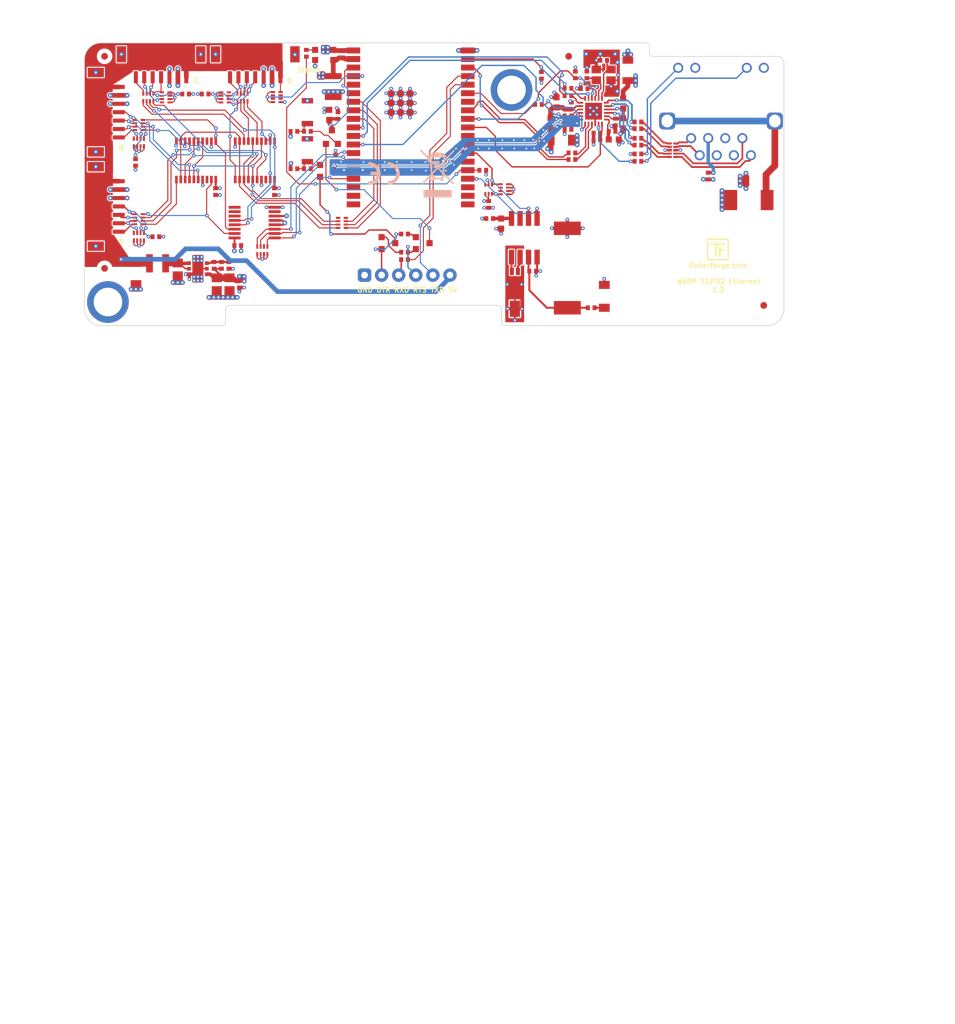
<source format=kicad_pcb>
(kicad_pcb (version 20221018) (generator pcbnew)
  (title_block (title "WARP ESP32 Ethernet Brick") (date "2023-12-27") (rev "1.3") (company "Tinkerforge GmbH") (comment 1 "Licensed under CERN OHL v.1.1") (comment 2 "Copyright (©) 2023, B.Nordmeyer <bastian@tinkerforge.com>"))
  (layers (0 "F.Cu" signal) (1 "In1.Cu" power "GND") (2 "In2.Cu" power "VCC") (31 "B.Cu" signal) (34 "B.Paste" user) (35 "F.Paste" user) (36 "B.SilkS" user "B.Silkscreen") (37 "F.SilkS" user "F.Silkscreen") (38 "B.Mask" user) (39 "F.Mask" user) (44 "Edge.Cuts" user))
  (net 0 "")
  (net 1 "GND")
  (net 2 "Net-(U103-VBAT)")
  (net 3 "Net-(U103-VDD)")
  (net 4 "Net-(U301-VDDA_3_3)")
  (net 5 "Net-(U301-VDD_1_2)")
  (net 6 "Net-(U301-XO)")
  (net 7 "Net-(U301-XI)")
  (net 8 "Net-(U301-VDDIO)")
  (net 9 "Net-(J201-CT)")
  (net 10 "Net-(CP201-P1)")
  (net 11 "Net-(CP201-P2)")
  (net 12 "Net-(CP201-P3)")
  (net 14 "Net-(CP202-P1)")
  (net 15 "5V")
  (net 16 "3V3")
  (net 17 "ESP_EN")
  (net 18 "Net-(CP202-P2)")
  (net 19 "Net-(CP202-P3)")
  (net 21 "Net-(CP205-P1)")
  (net 22 "Net-(CP205-P2)")
  (net 23 "Net-(CP205-P3)")
  (net 25 "Net-(CP206-P1)")
  (net 26 "ESP_IO0")
  (net 27 "Net-(CP206-P2)")
  (net 28 "Net-(CP206-P3)")
  (net 29 "Net-(Q101-PadB)")
  (net 30 "Net-(Q102-PadB)")
  (net 31 "ESP_RXD")
  (net 32 "B0-CS0")
  (net 33 "B0-CS1")
  (net 34 "B0-CS2")
  (net 35 "ESP_TXD")
  (net 37 "Net-(D101-K)")
  (net 38 "Net-(D102-K)")
  (net 39 "SCL")
  (net 40 "SDA")
  (net 41 "B0-CLK")
  (net 42 "B0-MOSI")
  (net 43 "B0-MISO")
  (net 44 "Net-(J201-Pad9)")
  (net 45 "Net-(J201-Pad11)")
  (net 46 "Net-(P101-P2)")
  (net 47 "Net-(P101-P3)")
  (net 48 "Net-(P101-P4)")
  (net 49 "Net-(RP201-R1)")
  (net 50 "Net-(RP202-R1)")
  (net 51 "Net-(RP205-R1)")
  (net 52 "Net-(RP206-R1)")
  (net 53 "Net-(U301-REXT)")
  (net 54 "Net-(U301-TXD1)")
  (net 55 "ESP_ADC_5V")
  (net 56 "LED_BLUE")
  (net 57 "Net-(C113-Pad1)")
  (net 58 "Net-(C114-Pad1)")
  (net 59 "RMII_REF_CLK_50M")
  (net 60 "Net-(U301-TXD0)")
  (net 61 "Net-(U301-RXD1)")
  (net 62 "RMII_RESET")
  (net 63 "Net-(U301-TXEN)")
  (net 64 "Net-(U301-CRS_DV{slash}PHYAD)")
  (net 65 "Net-(U301-RXD0)")
  (net 66 "SHD")
  (net 67 "ESP_EN_AUTO")
  (net 68 "ESP_EN_KEY")
  (net 69 "ESP_IO0_KEY")
  (net 70 "ESP_IO0_AUTO")
  (net 71 "Net-(RP101-P1)")
  (net 72 "Net-(RP101-P2)")
  (net 73 "RMII_TXD1")
  (net 74 "RMII_TXD0")
  (net 75 "Net-(RP101-P3)")
  (net 77 "RMII_RXD1")
  (net 78 "RMII_TX_EN")
  (net 80 "RMII_CRS")
  (net 83 "RMII_RXD0")
  (net 84 "RMII_MDIO")
  (net 85 "RMII_MDC")
  (net 86 "TXOP")
  (net 87 "TXON")
  (net 88 "RXIP")
  (net 89 "RXIN")
  (net 90 "yellowLED")
  (net 91 "B0-CS3")
  (net 92 "B-CS0")
  (net 93 "B-CS1")
  (net 98 "Net-(RP201-P1)")
  (net 99 "Net-(RP201-P2)")
  (net 100 "Net-(RP201-P3)")
  (net 101 "Net-(RP202-P1)")
  (net 102 "Net-(RP202-P2)")
  (net 103 "Net-(RP202-P3)")
  (net 104 "Net-(RP205-P1)")
  (net 105 "Net-(RP205-P2)")
  (net 106 "Net-(RP205-P3)")
  (net 107 "Net-(RP206-P1)")
  (net 108 "Net-(RP206-P2)")
  (net 109 "Net-(RP206-P3)")
  (net 112 "Net-(U103-OSCI)")
  (net 113 "Net-(U103-OSCO)")
  (net 125 "B-CS2")
  (net 137 "Net-(U106-FB)")
  (net 138 "Net-(U106-EN)")
  (net 139 "TXOPx")
  (net 140 "TXONx")
  (net 141 "RXIPx")
  (net 142 "RXINx")
  (footprint "kicad-libraries:LSMTSO-M3" (layer "F.Cu") (at 217.25 23.3)
    (fp_text reference "F102")
    (fp_text value "DRILL")
  )
  (footprint "kicad-libraries:LSMTSO-M3" (layer "F.Cu") (at 157.25 54.8)
    (fp_text reference "F103")
    (fp_text value "DRILL")
  )
  (footprint "kicad-libraries:C0402F" (layer "F.Cu") (at 191.95 17.995 -90)
    (fp_text reference "C106")
    (fp_text value "100nF")
  )
  (footprint "kicad-libraries:C0603F" (layer "F.Cu") (at 190.15 26.995 -90)
    (fp_text reference "C112")
    (fp_text value "1µF")
  )
  (footprint "kicad-libraries:C0402F" (layer "F.Cu") (at 225.65 29.15 180)
    (fp_text reference "C115")
    (fp_text value "DNP")
  )
  (footprint "kicad-libraries:C0603F" (layer "F.Cu") (at 233.85 28.25 90)
    (fp_text reference "C301")
    (fp_text value "2.2uF")
  )
  (footprint "kicad-libraries:C0603F" (layer "F.Cu") (at 232.45 30.65 180)
    (fp_text reference "C302")
    (fp_text value "2.2uF")
  )
  (footprint "kicad-libraries:C0402F" (layer "F.Cu") (at 232.2 29.45 180)
    (fp_text reference "C304")
    (fp_text value "100nF")
  )
  (footprint "kicad-libraries:C0402F" (layer "F.Cu") (at 232.7 28.05 90)
    (fp_text reference "C305")
    (fp_text value "100nF")
  )
  (footprint "kicad-libraries:C0402F" (layer "F.Cu") (at 229.95 29.7)
    (fp_text reference "C307")
    (fp_text value "100nF")
  )
  (footprint "kicad-libraries:C0402F" (layer "F.Cu") (at 226.15 25.65 -90)
    (fp_text reference "C309")
    (fp_text value "100nF")
  )
  (footprint "kicad-libraries:C1206" (layer "F.Cu") (at 224.65 30.75 180)
    (fp_text reference "C310")
    (fp_text value "22uF")
  )
  (footprint "kicad-libraries:C0603F" (layer "F.Cu") (at 223.95 25.15 -90)
    (fp_text reference "C311")
    (fp_text value "2.2uF")
  )
  (footprint "kicad-libraries:SOT23-3" (layer "F.Cu") (at 190.55 30.295 180)
    (fp_text reference "D103")
    (fp_text value "BAT54AL")
  )
  (footprint "kicad-libraries:SOT23-3" (layer "F.Cu") (at 189.8 35.32 90)
    (fp_text reference "D104")
    (fp_text value "BAT54AL")
  )
  (footprint "kicad-libraries:R0603F" (layer "F.Cu") (at 233.85 25.3 -90)
    (fp_text reference "L301")
    (fp_text value "FB")
  )
  (footprint "kicad-libraries:R0603F" (layer "F.Cu") (at 223.05 28.2 -90)
    (fp_text reference "L302")
    (fp_text value "FB")
  )
  (footprint "kicad-libraries:R0402F" (layer "F.Cu") (at 225.65 28.2 180)
    (fp_text reference "R110")
    (fp_text value "470")
  )
  (footprint "kicad-libraries:R0402F" (layer "F.Cu") (at 191.45 27.095 -90)
    (fp_text reference "R111")
    (fp_text value "10k")
  )
  (footprint "kicad-libraries:R0402F" (layer "F.Cu") (at 229.95 30.75)
    (fp_text reference "R301")
    (fp_text value "10k")
  )
  (footprint "kicad-libraries:R0402F" (layer "F.Cu") (at 228.05 23.1)
    (fp_text reference "R302")
    (fp_text value "6.49k")
  )
  (footprint "kicad-libraries:R0402F" (layer "F.Cu") (at 226.225 33.625 180)
    (fp_text reference "R303")
    (fp_text value "10")
  )
  (footprint "kicad-libraries:R0402F" (layer "F.Cu") (at 226.225 32.65 180)
    (fp_text reference "R304")
    (fp_text value "10")
  )
  (footprint "kicad-libraries:R0402F" (layer "F.Cu") (at 225.65 23.05 180)
    (fp_text reference "R305")
    (fp_text value "10")
  )
  (footprint "kicad-libraries:R0402F" (layer "F.Cu") (at 221.25 25.45 180)
    (fp_text reference "R306")
    (fp_text value "10")
  )
  (footprint "kicad-libraries:R0402F" (layer "F.Cu") (at 225.65 27.15 180)
    (fp_text reference "R307")
    (fp_text value "10")
  )
  (footprint "kicad-libraries:R0402F" (layer "F.Cu") (at 225.65 24.15)
    (fp_text reference "R308")
    (fp_text value "10")
  )
  (footprint "kicad-libraries:R0402F" (layer "F.Cu") (at 226.75 21.05 90)
    (fp_text reference "R309")
    (fp_text value "4.7k")
  )
  (footprint "kicad-libraries:R0402F" (layer "F.Cu") (at 221.7 21.125 90)
    (fp_text reference "R310")
    (fp_text value "4.7k")
  )
  (footprint "kicad-libraries:R0402F" (layer "F.Cu") (at 236.05 28.05 180)
    (fp_text reference "R311")
    (fp_text value "0")
  )
  (footprint "kicad-libraries:R0402F" (layer "F.Cu") (at 236.05 29.05 180)
    (fp_text reference "R312")
    (fp_text value "0")
  )
  (footprint "kicad-libraries:R0402F" (layer "F.Cu") (at 236.05 30.475 180)
    (fp_text reference "R313")
    (fp_text value "0")
  )
  (footprint "kicad-libraries:R0402F" (layer "F.Cu") (at 236.05 31.5 180)
    (fp_text reference "R314")
    (fp_text value "0")
  )
  (footprint "kicad-libraries:4X0402" (layer "F.Cu") (at 192.05 43.045 90)
    (fp_text reference "RP101")
    (fp_text value "82")
  )
  (footprint "kicad-libraries:QFN-24-4x4-EP" (layer "F.Cu") (at 229.45 26.45 90)
    (fp_text reference "U301")
    (fp_text value "KSZ8091RNACA")
  )
  (footprint "kicad-libraries:C1210" (layer "F.Cu") (at 190.75 22.795 90)
    (fp_text reference "C105")
    (fp_text value "100uF")
  )
  (footprint "kicad-libraries:C0603F" (layer "F.Cu") (at 190.75 18.095 -90)
    (fp_text reference "C116")
    (fp_text value "2.2uF")
  )
  (footprint "kicad-libraries:ESP32-WROVER-E" (layer "F.Cu") (at 202.25 25.695)
    (fp_text reference "U104")
    (fp_text value "ESP32-WROVER-E")
  )
  (footprint "kicad-libraries:C0402F" (layer "F.Cu") (at 228.45 21.05 -90)
    (fp_text reference "C308")
    (fp_text value "22pF")
  )
  (footprint "kicad-libraries:CRYSTAL_3225" (layer "F.Cu") (at 230.95 21.05 180)
    (fp_text reference "X301")
    (fp_text value "25Mhz-10pF")
  )
  (footprint "kicad-libraries:C0402F" (layer "F.Cu") (at 230.95 18.9)
    (fp_text reference "C306")
    (fp_text value "22pF")
  )
  (footprint "kicad-libraries:C1206" (layer "F.Cu") (at 234.55 20.4 -90)
    (fp_text reference "C303")
    (fp_text value "22uF")
  )
  (footprint "kicad-libraries:Fiducial_Mark" (layer "F.Cu") (at 156.75 18.3)
    (fp_text reference "Fiducial_Mark" hide)
    (fp_text value "VAL**" hide)
  )
  (footprint "kicad-libraries:R0402F" (layer "F.Cu") (at 191.1 33.395 90)
    (fp_text reference "R102")
    (fp_text value "20k")
  )
  (footprint "kicad-libraries:D0603F" (layer "F.Cu") (at 188.05 18.1 90)
    (fp_text reference "D101")
    (fp_text value "blue")
  )
  (footprint "kicad-libraries:SOT23EBC" (layer "F.Cu") (at 204.05 46.05 90)
    (fp_text reference "Q101")
    (fp_text value "BC817")
  )
  (footprint "kicad-libraries:R0402F" (layer "F.Cu") (at 171.7 23.9)
    (fp_text reference "R2")
    (fp_text value "100k")
  )
  (footprint "kicad-libraries:B3U-1000P" (layer "F.Cu") (at 186.9 26.6 -90)
    (fp_text reference "SW101")
    (fp_text value "B3U-1000P")
  )
  (footprint "kicad-libraries:4X0402" (layer "F.Cu") (at 216.2 38.05 -90)
    (fp_text reference "RP102")
    (fp_text value "1k")
  )
  (footprint "kicad-libraries:CON-SENSOR2" (layer "F.Cu") (at 179.15 16.8 180)
    (fp_text reference "P202")
    (fp_text value "CON-SENSOR2")
  )
  (footprint "kicad-libraries:pin_array_1x6-P2mm_D1mm" (layer "F.Cu") (at 201.75 50.8)
    (fp_text reference "P101")
    (fp_text value "FLASH")
  )
  (footprint "kicad-libraries:C0402F" (layer "F.Cu") (at 213.85 40.3 -90)
    (fp_text reference "C101")
    (fp_text value "100nF")
  )
  (footprint "kicad-libraries:Fiducial_Mark" (layer "F.Cu") (at 225.75 18.3)
    (fp_text reference "Fiducial_Mark" hide)
    (fp_text value "VAL**" hide)
  )
  (footprint "kicad-libraries:TSSOP20" (layer "F.Cu") (at 170.35 33.75 180)
    (fp_text reference "U203")
    (fp_text value "74AHC244")
  )
  (footprint "kicad-libraries:CON-SENSOR2" (layer "F.Cu") (at 154.25 26.6 -90)
    (fp_text reference "P205")
    (fp_text value "CON-SENSOR2")
  )
  (footprint "kicad-libraries:CON-SENSOR2" (layer "F.Cu") (at 165.15 16.8 180)
    (fp_text reference "P201")
    (fp_text value "CON-SENSOR2")
  )
  (footprint "kicad-libraries:R0402F" (layer "F.Cu") (at 236.05 32.8)
    (fp_text reference "R315")
    (fp_text value "470")
  )
  (footprint "kicad-libraries:R0402F" (layer "F.Cu") (at 201.35 47.4 180)
    (fp_text reference "R109")
    (fp_text value "100k")
  )
  (footprint "kicad-libraries:C0805E" (layer "F.Cu") (at 173.425 52.15 90)
    (fp_text reference "C121")
    (fp_text value "4.7uF")
  )
  (footprint "kicad-libraries:C1206" (layer "F.Cu") (at 161.425 50.55 90)
    (fp_text reference "C119")
    (fp_text value "22uF")
  )
  (footprint "kicad-libraries:Fiducial_Mark" (layer "F.Cu") (at 254.75 55.3)
    (fp_text reference "Fiducial_Mark" hide)
    (fp_text value "VAL**" hide)
  )
  (footprint "kicad-libraries:4X0402" (layer "F.Cu") (at 165.85 24.4 -90)
    (fp_text reference "CP201")
    (fp_text value "220pF")
  )
  (footprint "kicad-libraries:R0402F" (layer "F.Cu") (at 201.35 48.5)
    (fp_text reference "R107")
    (fp_text value "100")
  )
  (footprint "kicad-libraries:R0402F" (layer "F.Cu") (at 168.8 23.9 180)
    (fp_text reference "R1")
    (fp_text value "100k")
  )
  (footprint "kicad-libraries:SO-8" (layer "F.Cu") (at 219.15 45.25)
    (fp_text reference "U103")
    (fp_text value "PCF8523T")
  )
  (footprint "kicad-libraries:C0402F" (layer "F.Cu") (at 176.55 46.4 180)
    (fp_text reference "C315")
    (fp_text value "100nF")
  )
  (footprint "kicad-libraries:R0402F" (layer "F.Cu") (at 161.35 34.05 90)
    (fp_text reference "R201")
    (fp_text value "100k")
  )
  (footprint "kicad-libraries:R0402F" (layer "F.Cu") (at 186.75 17.85 -90)
    (fp_text reference "R115")
    (fp_text value "1k")
  )
  (footprint "kicad-libraries:R0402F" (layer "F.Cu") (at 186.9 35)
    (fp_text reference "R114")
    (fp_text value "1k")
  )
  (footprint "kicad-libraries:4X0402" (layer "F.Cu") (at 174.65 24.4 90)
    (fp_text reference "CP202")
    (fp_text value "220pF")
  )
  (footprint "kicad-libraries:R0402F" (layer "F.Cu") (at 236.05 33.9)
    (fp_text reference "R316")
    (fp_text value "470")
  )
  (footprint "kicad-libraries:C1206" (layer "F.Cu") (at 253.6 36.8 180)
    (fp_text reference "C314")
    (fp_text value "1nF/2kV")
  )
  (footprint "kicad-libraries:CON-SENSOR2" (layer "F.Cu") (at 154.25 40.6 -90)
    (fp_text reference "P206")
    (fp_text value "CON-SENSOR2")
  )
  (footprint "kicad-libraries:Fiducial_Mark" (layer "F.Cu") (at 156.75 49.8)
    (fp_text reference "Fiducial_Mark" hide)
    (fp_text value "VAL**" hide)
  )
  (footprint "kicad-libraries:C0402F" (layer "F.Cu") (at 182 38.4 90)
    (fp_text reference "C201")
    (fp_text value "100nF")
  )
  (footprint "kicad-libraries:C0603F" (layer "F.Cu") (at 215.7 43.15 90)
    (fp_text reference "C107")
    (fp_text value "1uF")
  )
  (footprint "kicad-libraries:4X0402" (layer "F.Cu") (at 177.25 24.4)
    (fp_text reference "RP202")
    (fp_text value "82")
  )
  (footprint "kicad-libraries:SOT23EBC" (layer "F.Cu") (at 198.95 46.05 90)
    (fp_text reference "Q102")
    (fp_text value "BC817")
  )
  (footprint "kicad-libraries:R0402F" (layer "F.Cu") (at 186.9 29.45)
    (fp_text reference "R113")
    (fp_text value "0")
  )
  (footprint "kicad-libraries:B3U-1000P" (layer "F.Cu") (at 186.9 32.25 -90)
    (fp_text reference "SW102")
    (fp_text value "B3U-1000P")
  )
  (footprint "kicad-libraries:TPD4S010DQA" (layer "F.Cu") (at 241.19 32.25 -90)
    (fp_text reference "U202")
    (fp_text value "TPD4S010DQA")
  )
  (footprint "kicad-libraries:C0402F" (layer "F.Cu") (at 173.025 49.35 -90)
    (fp_text reference "C110")
    (fp_text value "22pF")
  )
  (footprint "kicad-libraries:C0402F" (layer "F.Cu") (at 246.5 36.085 90)
    (fp_text reference "C312")
    (fp_text value "100nF/50V")
  )
  (footprint "kicad-libraries:C0402F" (layer "F.Cu") (at 176.8 52.15 90)
    (fp_text reference "C109")
    (fp_text value "100nF")
  )
  (footprint "kicad-libraries:R0402F" (layer "F.Cu") (at 201.35 44.7)
    (fp_text reference "R108")
    (fp_text value "100k")
  )
  (footprint "kicad-libraries:R0402F" (layer "F.Cu") (at 174.125 49.35 -90)
    (fp_text reference "R104")
    (fp_text value "100k")
  )
  (footprint "kicad-libraries:Logo_31x31" (layer "F.Cu") (at 247.95 47)
    (fp_text reference "G***" hide)
    (fp_text value "LOGO" hide)
  )
  (footprint "kicad-libraries:DSK" (layer "F.Cu") (at 225.55 49.75 90)
    (fp_text reference "C102")
    (fp_text value "DSK-3R3H334T-HL")
  )
  (footprint "kicad-libraries:4X0402" (layer "F.Cu") (at 161.85 45.1 180)
    (fp_text reference "CP206")
    (fp_text value "220pF")
  )
  (footprint "kicad-libraries:4X0402" (layer "F.Cu") (at 161.85 31.1 180)
    (fp_text reference "CP205")
    (fp_text value "220pF")
  )
  (footprint "kicad-libraries:171010502" (layer "F.Cu") (at 170.625 49.85 180)
    (fp_text reference "U106")
    (fp_text value "171010502")
  )
  (footprint "kicad-libraries:C0805E" (layer "F.Cu") (at 175.325 52.15 90)
    (fp_text reference "C122")
    (fp_text value "4.7uF")
  )
  (footprint "kicad-libraries:1812" (layer "F.Cu") (at 252.55 39.65)
    (fp_text reference "R203")
    (fp_text value "DNP")
  )
  (footprint "kicad-libraries:AB26TRQ" (layer "F.Cu") (at 217.75 55.8 180)
    (fp_text reference "X101")
    (fp_text value "32.768kHz")
  )
  (footprint "kicad-libraries:4X0402" (layer "F.Cu") (at 182.35 24.35 -90)
    (fp_text reference "RP104")
    (fp_text value "1k")
  )
  (footprint "kicad-libraries:MiniMelf" (layer "F.Cu") (at 231.05 53.95 90)
    (fp_text reference "D102")
    (fp_text value "FDLL3595")
  )
  (footprint "kicad-libraries:C0402F" (layer "F.Cu") (at 184.9 29.45 180)
    (fp_text reference "C113")
    (fp_text value "100nF")
  )
  (footprint "kicad-libraries:NR3030" (layer "F.Cu") (at 164.625 49.05)
    (fp_text reference "L101")
    (fp_text value "NR3015T1R5N")
  )
  (footprint "kicad-libraries:4X0402" (layer "F.Cu") (at 161.85 42.5 90)
    (fp_text reference "RP206")
    (fp_text value "82")
  )
  (footprint "kicad-libraries:C0805E" (layer "F.Cu") (at 167.625 49.95 90)
    (fp_text reference "C120")
    (fp_text value "4.7uF")
  )
  (footprint "kicad-libraries:TSSOP20" (layer "F.Cu") (at 179.1 33.75 180)
    (fp_text reference "U201")
    (fp_text value "74AHC244")
  )
  (footprint "kicad-libraries:R0402F" (layer "F.Cu") (at 164.375 45.1 180)
    (fp_text reference "R202")
    (fp_text value "100k")
  )
  (footprint "kicad-libraries:R0402F" (layer "F.Cu") (at 214 42.4 180)
    (fp_text reference "R103")
    (fp_text value "1k")
  )
  (footprint "kicad-libraries:R0402F" (layer "F.Cu") (at 175.225 49.35 90)
    (fp_text reference "R105")
    (fp_text value "32.4k")
  )
  (footprint "kicad-libraries:SOT563" (layer "F.Cu") (at 213.85 38.05 180)
    (fp_text reference "U101")
    (fp_text value "TMP1075NDRLR")
  )
  (footprint "kicad-libraries:TSSOP16" (layer "F.Cu") (at 179.05 43 90)
    (fp_text reference "U302")
    (fp_text value "SN74LV138APW")
  )
  (footprint "kicad-libraries:R0402F" (layer "F.Cu") (at 212.975 35.225)
    (fp_text reference "R112")
    (fp_text value "DNP (10k)")
  )
  (footprint "kicad-libraries:R0402F" (layer "F.Cu") (at 229.1 55.65)
    (fp_text reference "R101")
    (fp_text value "68")
  )
  (footprint "kicad-libraries:C0402F" (layer "F.Cu") (at 173.25 38.4 90)
    (fp_text reference "C203")
    (fp_text value "100nF")
  )
  (footprint "kicad-libraries:4X0402" (layer "F.Cu") (at 161.85 28.5 90)
    (fp_text reference "RP205")
    (fp_text value "82")
  )
  (footprint "kicad-libraries:4X0402" (layer "F.Cu") (at 180.2 47.125)
    (fp_text reference "RP301")
    (fp_text value "1k")
  )
  (footprint "kicad-libraries:C0402F" (layer "F.Cu") (at 184.9 35 180)
    (fp_text reference "C114")
    (fp_text value "100nF")
  )
  (footprint "kicad-libraries:C0402F" (layer "F.Cu") (at 220.4 50.2 180)
    (fp_text reference "C104")
    (fp_text value "100nF")
  )
  (footprint "kicad-libraries:4X0402" (layer "F.Cu") (at 163.25 24.4)
    (fp_text reference "RP201")
    (fp_text value "82")
  )
  (footprint "kicad-libraries:WEEE_7mm" (layer "B.Cu") (at 206.25 35.695 180)
    (fp_text reference "VAL" hide)
    (fp_text value "WEEE_7mm" hide)
  )
  (footprint "kicad-libraries:CE_5mm" (layer "B.Cu") (at 198.25 35.695 180)
    (fp_text reference "VAL" hide)
    (fp_text value "CE_5mm" hide)
  )
  (footprint "kicad-libraries:TJLC-001LA1" (layer "B.Cu") (at 248.4 24.11 180)
    (fp_text reference "J201")
    (fp_text value "TJLC_001LA1")
  )
  (gr_arc (start 215.25 55.3) (mid 215.603553 55.446447) (end 215.75 55.8) (stroke (width 0.09906)) (layer "Edge.Cuts"))
  (gr_line (start 237.25 16.3) (end 156.25 16.3) (stroke (width 0.09906)) (layer "Edge.Cuts"))
  (gr_arc (start 216.25 58.3) (mid 215.896447 58.153553) (end 215.75 57.8) (stroke (width 0.09906)) (layer "Edge.Cuts"))
  (gr_arc (start 257.75 55.8) (mid 257.017767 57.567767) (end 255.25 58.3) (stroke (width 0.09906)) (layer "Edge.Cuts"))
  (gr_arc (start 256.75 18.3) (mid 257.459324 18.590676) (end 257.75 19.3) (stroke (width 0.09906)) (layer "Edge.Cuts"))
  (gr_line (start 156.25 58.3) (end 174.25 58.3) (stroke (width 0.09906)) (layer "Edge.Cuts"))
  (gr_line (start 216.25 58.3) (end 255.25 58.3) (stroke (width 0.09906)) (layer "Edge.Cuts"))
  (gr_arc (start 174.75 57.8) (mid 174.603553 58.153553) (end 174.25 58.3) (stroke (width 0.09906)) (layer "Edge.Cuts"))
  (gr_arc (start 153.75 18.8) (mid 154.482233 17.032233) (end 156.25 16.3) (stroke (width 0.09906)) (layer "Edge.Cuts"))
  (gr_arc (start 237.25 16.3) (mid 237.603553 16.446447) (end 237.75 16.8) (stroke (width 0.09906)) (layer "Edge.Cuts"))
  (gr_line (start 153.75 55.8) (end 153.75 18.8) (stroke (width 0.09906)) (layer "Edge.Cuts"))
  (gr_line (start 256.75 18.3) (end 238.25 18.3) (stroke (width 0.09906)) (layer "Edge.Cuts"))
  (gr_arc (start 174.75 55.8) (mid 174.896447 55.446447) (end 175.25 55.3) (stroke (width 0.09906)) (layer "Edge.Cuts"))
  (gr_line (start 257.75 19.3) (end 257.75 55.8) (stroke (width 0.09906)) (layer "Edge.Cuts"))
  (gr_line (start 175.25 55.3) (end 215.25 55.3) (stroke (width 0.09906)) (layer "Edge.Cuts"))
  (gr_arc (start 156.25 58.3) (mid 154.482233 57.567767) (end 153.75 55.8) (stroke (width 0.09906)) (layer "Edge.Cuts"))
  (gr_line (start 174.75 57.8) (end 174.75 55.8) (stroke (width 0.09906)) (layer "Edge.Cuts"))
  (gr_arc (start 238.25 18.3) (mid 237.896447 18.153553) (end 237.75 17.8) (stroke (width 0.09906)) (layer "Edge.Cuts"))
  (gr_line (start 237.75 17.8) (end 237.75 16.8) (stroke (width 0.09906)) (layer "Edge.Cuts"))
  (gr_line (start 215.75 55.8) (end 215.75 57.8) (stroke (width 0.09906)) (layer "Edge.Cuts"))
  (gr_text "A" (at 159.25 45.7) (layer "F.SilkS") (effects (font (size 0.75 0.75))))
  (gr_text "B" (at 159.25 31.9) (layer "F.SilkS") (effects (font (size 0.75 0.75))))
  (gr_text "WARP ESP32 Ethernet\n1.3" (at 248 52.35) (layer "F.SilkS") (effects (font (size 0.75 0.75))))
  (gr_text "Status" (at 187.15 20.3) (layer "F.SilkS") (effects (font (size 0.75 0.75))))
  (gr_text "D" (at 184.25 21.9) (layer "F.SilkS") (effects (font (size 0.75 0.75))))
  (gr_text "GND DTR RXD RTS TXD 5V" (at 201.75 53) (layer "F.SilkS") (effects (font (size 0.75 0.75))))
  (gr_text "C" (at 170.35 21.9) (layer "F.SilkS") (effects (font (size 0.75 0.75))))
  (gr_text "tinkerforge.com" (at 248 49.35) (layer "F.SilkS") (effects (font (size 0.75 0.75))))
  (segment (start 217.75 55.8) (end 216.675 55.8) (width 0.5) (layer "F.Cu") (net 1))
  (segment (start 162.5993 45.675) (end 162.5993 46.1757) (width 0.15) (layer "F.Cu") (net 1))
  (segment (start 183.5493 25.0993) (end 183.55 25.1) (width 0.15) (layer "F.Cu") (net 1))
  (segment (start 215.7 43.9) (end 215.7 44.625) (width 0.5) (layer "F.Cu") (net 1))
  (segment (start 199.35 26.635) (end 199.35 27.35) (width 0.5) (layer "F.Cu") (net 1))
  (segment (start 173.675 54.1) (end 174.375 54.1) (width 0.7) (layer "F.Cu") (net 1))
  (segment (start 201.45 26.635) (end 202.15 26.635) (width 0.5) (layer "F.Cu") (net 1))
  (segment (start 183.2233 40.7267) (end 183.225 40.725) (width 0.3) (layer "F.Cu") (net 1))
  (segment (start 229.85018 20.2499) (end 229.85018 18.90018) (width 0.5) (layer "F.Cu") (net 1))
  (segment (start 158.85 38.1) (end 160.1 38.1) (width 0.7) (layer "F.Cu") (net 1))
  (segment (start 199.35 25.235) (end 200.03 25.235) (width 0.5) (layer "F.Cu") (net 1))
  (segment (start 229.69892 28.34992) (end 229.69892 26.69892) (width 0.25) (layer "F.Cu") (net 1))
  (segment (start 227 23.1) (end 226.95 23.05) (width 0.5) (layer "F.Cu") (net 1))
  (segment (start 201.45 23.835) (end 202.15 23.835) (width 0.5) (layer "F.Cu") (net 1))
  (segment (start 199.35 23.835) (end 199.35 23.1) (width 0.3) (layer "F.Cu") (net 1))
  (segment (start 162.09892 46.20108) (end 161.875 46.425) (width 0.15) (layer "F.Cu") (net 1))
  (segment (start 173.35 23.85) (end 173.35 24.4) (width 0.15) (layer "F.Cu") (net 1))
  (segment (start 172.975 54.1) (end 172.275 54.1) (width 0.7) (layer "F.Cu") (net 1))
  (segment (start 199.35 27.35) (end 199.325 27.375) (width 0.5) (layer "F.Cu") (net 1))
  (segment (start 232.302433 28.684231) (end 232.083153 28.684231) (width 0.5) (layer "F.Cu") (net 1))
  (segment (start 202.15 23.835) (end 202.15 23.1) (width 0.5) (layer "F.Cu") (net 1))
  (segment (start 229.45 30.75) (end 229.45 31.4) (width 0.5) (layer "F.Cu") (net 1))
  (segment (start 202.15 25.235) (end 202.15 24.535) (width 0.5) (layer "F.Cu") (net 1))
  (segment (start 167.42646 31.520004) (end 167.369939 31.576525) (width 0.3) (layer "F.Cu") (net 1))
  (segment (start 173.425 53.1) (end 173.425 53.85) (width 0.7) (layer "F.Cu") (net 1))
  (segment (start 166.425 24.15108) (end 166.90108 24.15108) (width 0.15) (layer "F.Cu") (net 1))
  (segment (start 184.4 34.25) (end 184.45 34.2) (width 0.5) (layer "F.Cu") (net 1))
  (segment (start 229.9 22.848912) (end 229.801088 22.848912) (width 0.3) (layer "F.Cu") (net 1))
  (segment (start 209.382202 17.432202) (end 209.375 17.425) (width 0.7) (layer "F.Cu") (net 1))
  (segment (start 161.4 52.9) (end 162.1 52.9) (width 0.7) (layer "F.Cu") (net 1))
  (segment (start 184.4 35) (end 184.4 34.25) (width 0.5) (layer "F.Cu") (net 1))
  (segment (start 200.75 27.35) (end 200.725 27.375) (width 0.5) (layer "F.Cu") (net 1))
  (segment (start 217.75 55.8) (end 218.775 55.8) (width 0.5) (layer "F.Cu") (net 1))
  (segment (start 198.635 26.635) (end 198.625 26.625) (width 0.5) (layer "F.Cu") (net 1))
  (segment (start 170.625 49.85) (end 170.625 48.65) (width 0.5) (layer "F.Cu") (net 1))
  (segment (start 200.75 26.635) (end 200.75 25.935) (width 0.5) (layer "F.Cu") (net 1))
  (segment (start 190.15 26.245) (end 189.775 26.245) (width 0.5) (layer "F.Cu") (net 1))
  (segment (start 190.75 24.3444) (end 190.75 23.55) (width 0.7) (layer "F.Cu") (net 1))
  (segment (start 233.85 29.4) (end 233.45 29.8) (width 0.7) (layer "F.Cu") (net 1))
  (segment (start 248.55 40.35) (end 248.55 41.05) (width 0.7) (layer "F.Cu") (net 1))
  (segment (start 199.35 25.935) (end 199.35 26.635) (width 0.5) (layer "F.Cu") (net 1))
  (segment (start 229.45 26.45) (end 229.95 25.95) (width 0.5) (layer "F.Cu") (net 1))
  (segment (start 162.35 32.4) (end 161.85 32.4) (width 0.15) (layer "F.Cu") (net 1))
  (segment (start 229.85018 18.90018) (end 229.85 18.9) (width 0.5) (layer "F.Cu") (net 1))
  (segment (start 192.367202 35.212202) (end 192.35 35.195) (width 0.7) (layer "F.Cu") (net 1))
  (segment (start 223.2 24.4) (end 223.15 24.35) (width 0.5) (layer "F.Cu") (net 1))
  (segment (start 192.45 17.445) (end 190.85 17.445) (width 0.7) (layer "F.Cu") (net 1))
  (segment (start 191.399992 23.55) (end 191.4 23.550008) (width 0.7) (layer "F.Cu") (net 1))
  (segment (start 252.09886 35.65114) (end 252.1 35.65) (width 0.7) (layer "F.Cu") (net 1))
  (segment (start 233.332232 30.65) (end 233.791116 31.108884) (width 0.5) (layer "F.Cu") (net 1))
  (segment (start 177.05 46.4) (end 177.05 47.2) (width 0.3) (layer "F.Cu") (net 1))
  (segment (start 176.17646 31.72689) (end 176.164434 31.738916) (width 0.3) (layer "F.Cu") (net 1))
  (segment (start 189.95 16.95) (end 189.25 16.95) (width 0.7) (layer "F.Cu") (net 1))
  (segment (start 173.675 54.1) (end 172.975 54.1) (width 0.7) (layer "F.Cu") (net 1))
  (segment (start 221.05246 48.11766) (end 221.05246 50.04754) (width 0.3) (layer "F.Cu") (net 1))
  (segment (start 174.075 24.64892) (end 173.59892 24.64892) (width 0.15) (layer "F.Cu") (net 1))
  (segment (start 227 30.75) (end 227 30.05) (width 0.7) (layer "F.Cu") (net 1))
  (segment (start 173.5993 25.1493) (end 173.35 24.9) (width 0.15) (layer "F.Cu") (net 1))
  (segment (start 200.75 25.235) (end 201.44 25.235) (width 0.5) (layer "F.Cu") (net 1))
  (segment (start 182.02434 42.67742) (end 183.17742 42.67742) (width 0.3) (layer "F.Cu") (net 1))
  (segment (start 161.60108 46.15108) (end 161.875 46.425) (width 0.15) (layer "F.Cu") (net 1))
  (segment (start 227.55 23.1) (end 227 23.1) (width 0.5) (layer "F.Cu") (net 1))
  (segment (start 200.75 24.535) (end 200.75 25.275) (width 0.5) (layer "F.Cu") (net 1))
  (segment (start 202.86 25.235) (end 202.875 25.25) (width 0.5) (layer "F.Cu") (net 1))
  (segment (start 170.625 48.1) (end 171.175 48.1) (width 0.5) (layer "F.Cu") (net 1))
  (segment (start 218.8 52.225) (end 218.75 52.175) (width 0.5) (layer "F.Cu") (net 1))
  (segment (start 200.05 25.255) (end 200.75 25.255) (width 0.5) (layer "F.Cu") (net 1))
  (segment (start 166.425 24.64892) (end 166.95108 24.64892) (width 0.15) (layer "F.Cu") (net 1))
  (segment (start 173.59892 24.64892) (end 173.35 24.4) (width 0.15) (layer "F.Cu") (net 1))
  (segment (start 183.27742 43.32258) (end 183.549998 43.05) (width 0.3) (layer "F.Cu") (net 1))
  (segment (start 235.55 32.8) (end 234.975 32.8) (width 0.3) (layer "F.Cu") (net 1))
  (segment (start 173.25 38.9) (end 173.9 38.9) (width 0.3) (layer "F.Cu") (net 1))
  (segment (start 190.85 17.445) (end 190.75 17.345) (width 0.7) (layer "F.Cu") (net 1))
  (segment (start 166.90108 24.15108) (end 167.175 24.425) (width 0.15) (layer "F.Cu") (net 1))
  (segment (start 175.775 54.1) (end 176.475 54.1) (width 0.7) (layer "F.Cu") (net 1))
  (segment (start 180.8267 40.7267) (end 180.825 40.725) (width 0.3) (layer "F.Cu") (net 1))
  (segment (start 158.85 24.1) (end 160.1 24.1) (width 0.7) (layer "F.Cu") (net 1))
  (segment (start 180.07282 37.44782) (end 180.075 37.45) (width 0.3) (layer "F.Cu") (net 1))
  (segment (start 202.15 25.935) (end 202.15 25.235) (width 0.5) (layer "F.Cu") (net 1))
  (segment (start 190.75 17.345) (end 190.255 17.345) (width 0.7) (layer "F.Cu") (net 1))
  (segment (start 242.288898 32.25) (end 242.351475 32.187423) (width 0.3) (layer "F.Cu") (net 1))
  (segment (start 248.55 39.65) (end 248.55 40.35) (width 0.7) (layer "F.Cu") (net 1))
  (segment (start 190.05 23.55) (end 189.4 23.55) (width 0.7) (layer "F.Cu") (net 1))
  (segment (start 161.1007 31.675) (end 161.1007 32.1507) (width 0.15) (layer "F.Cu") (net 1))
  (segment (start 166.425 25.1493) (end 166.9007 25.1493) (width 0.15) (layer "F.Cu") (net 1))
  (segment (start 172.6233 31.7483) (end 172.625 31.75) (width 0.3) (layer "F.Cu") (net 1))
  (segment (start 161.60108 32.15108) (end 161.85 32.4) (width 0.15) (layer "F.Cu") (net 1))
  (segment (start 170.625 49.85) (end 170.625 51.05) (width 0.5) (layer "F.Cu") (net 1))
  (segment (start 192.462798 17.432202) (end 192.45 17.445) (width 0.7) (layer "F.Cu") (net 1))
  (segment (start 248.55 39.65) (end 248.55 38.95) (width 0.7) (layer "F.Cu") (net 1))
  (segment (start 161.35 32.4) (end 161.85 32.4) (width 0.15) (layer "F.Cu") (net 1))
  (segment (start 200.75 25.235) (end 200.75 25.935) (width 0.5) (layer "F.Cu") (net 1))
  (segment (start 162.35 46.425) (end 161.875 46.425) (width 0.15) (layer "F.Cu") (net 1))
  (segment (start 245.8 36.585) (end 245.775 36.56) (width 0.5) (layer "F.Cu") (net 1))
  (segment (start 227 30.75) (end 227 31.45) (width 0.7) (layer "F.Cu") (net 1))
  (segment (start 221.05246 50.04754) (end 220.9 50.2) (width 0.3) (layer "F.Cu") (net 1))
  (segment (start 190.15 26.245) (end 189.625 26.245) (width 0.5) (layer "F.Cu") (net 1))
  (segment (start 167.625 51.9) (end 166.925 51.9) (width 0.7) (layer "F.Cu") (net 1))
  (segment (start 220.9 50.2) (end 221.525 50.2) (width 0.3) (layer "F.Cu") (net 1))
  (segment (start 167.42646 30.90012) (end 167.42646 31.520004) (width 0.3) (layer "F.Cu") (net 1))
  (segment (start 232.65 18.85) (end 233 19.2) (width 0.7) (layer "F.Cu") (net 1))
  (segment (start 161.425 52.875) (end 161.4 52.9) (width 0.7) (layer "F.Cu") (net 1))
  (segment (start 162.5993 46.1757) (end 162.35 46.425) (width 0.15) (layer "F.Cu") (net 1))
  (segment (start 199.35 23.835) (end 199.35 25.235) (width 0.5) (layer "F.Cu") (net 1))
  (segment (start 233.2 31.35) (end 233.25 31.4) (width 0.5) (layer "F.Cu") (net 1))
  (segment (start 215.7 43.9) (end 214.95 43.9) (width 0.5) (layer "F.Cu") (net 1))
  (segment (start 201.45 23.835) (end 202.865 23.835) (width 0.5) (layer "F.Cu") (net 1))
  (segment (start 172.6233 30.90012) (end 172.6233 31.7483) (width 0.3) (layer "F.Cu") (net 1))
  (segment (start 191.4 23.550008) (end 191.400008 23.55) (width 0.7) (layer "F.Cu") (net 1))
  (segment (start 171.175 51.6) (end 170.625 51.6) (width 0.5) (layer "F.Cu") (net 1))
  (segment (start 166.95108 24.64892) (end 167.175 24.425) (width 0.15) (layer "F.Cu") (net 1))
  (segment (start 240.134716 32.25) (end 240.755 32.25) (width 0.3) (layer "F.Cu") (net 1))
  (segment (start 199.35 25.235) (end 198.64 25.235) (width 0.5) (layer "F.Cu") (net 1))
  (segment (start 232.2 22.75) (end 232.95 23.5) (width 0.7) (layer "F.Cu") (net 1))
  (segment (start 200.03 25.235) (end 200.05 25.255) (width 0.5) (layer "F.Cu") (net 1))
  (segment (start 181.3733 30.0267) (end 181.375 30.025) (width 0.3) (layer "F.Cu") (net 1))
  (segment (start 162.09892 45.675) (end 162.09892 46.20108) (width 0.15) (layer "F.Cu") (net 1))
  (segment (start 200.75 26.635) (end 201.45 26.635) (width 0.5) (layer "F.Cu") (net 1))
  (segment (start 210.750001 17.432202) (end 212.117798 17.432202) (width 0.7) (layer "F.Cu") (net 1))
  (segment (start 183.17742 42.67742) (end 183.55 43.05) (width 0.3) (layer "F.Cu") (net 1))
  (segment (start 185.05 18) (end 185.05 18.05) (width 0.15) (layer "F.Cu") (net 1))
  (segment (start 199.35 25.235) (end 199.35 25.935) (width 0.5) (layer "F.Cu") (net 1))
  (segment (start 167.65 21.4) (end 167.65 20.15) (width 0.7) (layer "F.Cu") (net 1))
  (segment (start 169.35 50.675) (end 169.35 51.4) (width 0.5) (layer "F.Cu") (net 1))
  (segment (start 175.075 54.1) (end 175.775 54.1) (width 0.7) (layer "F.Cu") (net 1))
  (segment (start 223.95 24.4) (end 223.2 24.4) (width 0.5) (layer "F.Cu") (net 1))
  (segment (start 173.425 53.85) (end 173.675 54.1) (width 0.7) (layer "F.Cu") (net 1))
  (segment (start 182 38.9) (end 182.65 38.9) (width 0.3) (layer "F.Cu") (net 1))
  (segment (start 174.075 24.15108) (end 173.59892 24.15108) (width 0.15) (layer "F.Cu") (net 1))
  (segment (start 229.69892 26.69892) (end 229.45 26.45) (width 0.25) (layer "F.Cu") (net 1))
  (segment (start 193.749999 35.212202) (end 195.107798 35.212202) (width 0.7) (layer "F.Cu") (net 1))
  (segment (start 220.9 50.2) (end 220.9 50.85) (width 0.3) (layer "F.Cu") (net 1))
  (segment (start 176.8 52.65) (end 176.8 53.25) (width 0.5) (layer "F.Cu") (net 1))
  (segment (start 167.65 21.4) (end 167.65 22.65) (width 0.7) (layer "F.Cu") (net 1))
  (segment (start 173.5493 23.6507) (end 173.35 23.85) (width 0.15) (layer "F.Cu") (net 1))
  (segment (start 225.55 43.85) (end 227.85 43.85) (width 0.5) (layer "F.Cu") (net 1))
  (segment (start 223.95 24) (end 223.6 23.65) (width 0.5) (layer "F.Cu") (net 1))
  (segment (start 213.85 36.903645) (end 213.651374 36.705019) (width 0.15) (layer "F.Cu") (net 1))
  (segment (start 189.95 17.65) (end 189.25 17.65) (width 0.7) (layer "F.Cu") (net 1))
  (segment (start 200.75 23.835) (end 200.75 23.1) (width 0.5) (layer "F.Cu") (net 1))
  (segment (start 227.55 23.1) (end 227.55 22.45) (width 0.5) (layer "F.Cu") (net 1))
  (segment (start 213.85 37.3769) (end 213.85 36.903645) (width 0.15) (layer "F.Cu") (net 1))
  (segment (start 175.225 49.85) (end 175.85 49.85) (width 0.5) (layer "F.Cu") (net 1))
  (segment (start 166.9007 23.6507) (end 167.175 23.925) (width 0.15) (layer "F.Cu") (net 1))
  (segment (start 249.85 39.65) (end 248.55 39.65) (width 0.7) (layer "F.Cu") (net 1))
  (segment (start 233.2 30.65) (end 233.2 31.35) (width 0.5) (layer "F.Cu") (net 1))
  (segment (start 229.45 29.7) (end 229.45 30.65) (width 0.5) (layer "F.Cu") (net 1))
  (segment (start 161.60108 45.675) (end 161.60108 46.15108) (width 0.15) (layer "F.Cu") (net 1))
  (segment (start 186.9 30.55) (end 186.85 30.55) (width 0.5) (layer "F.Cu") (net 1))
  (segment (start 198.64 25.235) (end 198.625 25.25) (width 0.5) (layer "F.Cu") (net 1))
  (segment (start 229.45 26.45) (end 229.95 26.95) (width 0.5) (layer "F.Cu") (net 1))
  (segment (start 202.15 26.635) (end 202.86 26.635) (width 0.5) (layer "F.Cu") (net 1))
  (segment (start 162.5993 32.1507) (end 162.35 32.4) (width 0.15) (layer "F.Cu") (net 1))
  (segment (start 225.97401 24.97401) (end 225.97401 24.95) (width 0.5) (layer "F.Cu") (net 1))
  (segment (start 234.050004 18.05) (end 234.05 18.050004) (width 0.7) (layer "F.Cu") (net 1))
  (segment (start 202.15 26.635) (end 202.15 27.375) (width 0.5) (layer "F.Cu") (net 1))
  (segment (start 189.625 26.245) (end 189.425 26.045) (width 0.5) (layer "F.Cu") (net 1))
  (segment (start 229.45 26.45) (end 228.95 25.95) (width 0.5) (layer "F.Cu") (net 1))
  (segment (start 200.05 23.825) (end 200.75 23.825) (width 0.5) (layer "F.Cu") (net 1))
  (segment (start 182.02434 43.32258) (end 183.27742 43.32258) (width 0.3) (layer "F.Cu") (net 1))
  (segment (start 166.425 23.6507) (end 166.9007 23.6507) (width 0.15) (layer "F.Cu") (net 1))
  (segment (start 170.625 51.6) (end 170.075 51.6) (width 0.5) (layer "F.Cu") (net 1))
  (segment (start 229.3 18.9) (end 228.35 17.95) (width 0.5) (layer "F.Cu") (net 1))
  (segment (start 168.825 50.675) (end 168.8 50.65) (width 0.5) (layer "F.Cu") (net 1))
  (segment (start 218.75 52.175) (end 216.625 52.175) (width 0.5) (layer "F.Cu") (net 1))
  (segment (start 189.25 16.95) (end 189.25 17.65) (width 0.7) (layer "F.Cu") (net 1))
  (segment (start 228.45 20.55) (end 228.45 19.95) (width 0.5) (layer "F.Cu") (net 1))
  (segment (start 234.55 18.89886) (end 234.55 18.5) (width 0.7) (layer "F.Cu") (net 1))
  (segment (start 189.95 17.65) (end 189.95 16.95) (width 0.7) (layer "F.Cu") (net 1))
  (segment (start 252.09886 36.8) (end 252.09886 37.94886) (width 0.7) (layer "F.Cu") (net 1))
  (segment (start 161.60108 31.675) (end 161.60108 32.15108) (width 0.15) (layer "F.Cu") (net 1))
  (segment (start 175.325 53.85) (end 175.075 54.1) (width 0.7) (layer "F.Cu") (net 1))
  (segment (start 199.35 26.635) (end 198.635 26.635) (width 0.5) (layer "F.Cu") (net 1))
  (segment (start 212.117798 17.432202) (end 212.125 17.425) (width 0.7) (layer "F.Cu") (net 1))
  (segment (start 167.175 24.875) (end 167.175 24.425) (width 0.15) (layer "F.Cu") (net 1))
  (segment (start 184.4 29.45) (end 184.4 30.2) (width 0.5) (layer "F.Cu") (net 1))
  (segment (start 161.1007 46.2257) (end 161.3 46.425) (width 0.15) (layer "F.Cu") (net 1))
  (segment (start 176.17646 30.90012) (end 176.17646 31.72689) (width 0.3) (layer "F.Cu") (net 1))
  (segment (start 161.4 52.9) (end 160.7 52.9) (width 0.7) (layer "F.Cu") (net 1))
  (segment (start 218.775 55.8) (end 218.8 55.825) (width 0.5) (layer "F.Cu") (net 1))
  (segment (start 161.1007 45.675) (end 161.1007 46.2257) (width 0.15) (layer "F.Cu") (net 1))
  (segment (start 233.089072 19.889072) (end 233.089072 21.079236) (width 0.15) (layer "F.Cu") (net 1))
  (segment (start 200.75 23.835) (end 200.75 24.535) (width 0.5) (layer "F.Cu") (net 1))
  (segment (start 168.8 50.65) (end 170.05 50.65) (width 0.5) (layer "F.Cu") (net 1))
  (segment (start 171.32282 36.59988) (end 171.32282 37.42282) (width 0.3) (layer "F.Cu") (net 1))
  (segment (start 169.35 50.675) (end 168.825 50.675) (width 0.5) (layer "F.Cu") (net 1))
  (segment (start 161.3 46.425) (end 161.875 46.425) (width 0.15) (layer "F.Cu") (net 1))
  (segment (start 251.25 36.8) (end 251.25 37.5) (width 0.7) (layer "F.Cu") (net 1))
  (segment (start 167.625 50.9) (end 167.625 51.9) (width 0.7) (layer "F.Cu") (net 1))
  (segment (start 170.625 51.05) (end 171.175 51.05) (width 0.5) (layer "F.Cu") (net 1))
  (segment (start 199.35 23.835) (end 200.04 23.835) (width 0.5) (layer "F.Cu") (net 1))
  (segment (start 217.75 55.8) (end 217.75 57.5) (width 0.3) (layer "F.Cu") (net 1))
  (segment (start 252.09886 36.8) (end 251.25 36.8) (width 0.7) (layer "F.Cu") (net 1))
  (segment (start 182.925 25.0993) (end 183.5493 25.0993) (width 0.15) (layer "F.Cu") (net 1))
  (segment (start 171.32282 37.42282) (end 171.35 37.45) (width 0.3) (layer "F.Cu") (net 1))
  (segment (start 170.05 50.65) (end 170.7 50) (width 0.5) (layer "F.Cu") (net 1))
  (segment (start 200.04 23.835) (end 200.05 23.825) (width 0.5) (layer "F.Cu") (net 1))
  (segment (start 171.9 49.85) (end 170.625 49.85) (width 0.2) (layer "F.Cu") (net 1))
  (segment (start 202.865 23.835) (end 202.875 23.825) (width 0.5) (layer "F.Cu") (net 1))
  (segment (start 229.45 26.45) (end 228.95 26.95) (width 0.5) (layer "F.Cu") (net 1))
  (segment (start 232.7 29.45) (end 232.7 28.55) (width 0.5) (layer "F.Cu") (net 1))
  (segment (start 213.85 40.8) (end 213.2 40.8) (width 0.3) (layer "F.Cu") (net 1))
  (segment (start 199.35 26.635) (end 200.05 26.635) (width 0.5) (layer "F.Cu") (net 1))
  (segment (start 202.15 26.635) (end 202.15 25.935) (width 0.5) (layer "F.Cu") (net 1))
  (segment (start 168.325 51.9) (end 167.625 51.9) (width 0.7) (layer "F.Cu") (net 1))
  (segment (start 190.75 23.55) (end 191.399992 23.55) (width 0.7) (layer "F.Cu") (net 1))
  (segment (start 233 19.2) (end 233 19.8) (width 0.15) (layer "F.Cu") (net 1))
  (segment (start 210.750001 17.432202) (end 209.382202 17.432202) (width 0.7) (layer "F.Cu") (net 1))
  (segment (start 162.09892 32.15108) (end 161.85 32.4) (width 0.15) (layer "F.Cu") (net 1))
  (segment (start 213.85 40.8) (end 214.5 40.8) (width 0.3) (layer "F.Cu") (net 1))
  (segment (start 180.07282 36.59988) (end 180.07282 37.44782) (width 0.3) (layer "F.Cu") (net 1))
  (segment (start 232.04982 21.8501) (end 232.04982 22.74982) (width 0.5) (layer "F.Cu") (net 1))
  (segment (start 158.85 38.1) (end 157.6 38.1) (width 0.7) (layer "F.Cu") (net 1))
  (segment (start 202.15 25.235) (end 202.86 25.235) (width 0.5) (layer "F.Cu") (net 1))
  (segment (start 170.075 48.1) (end 170.625 48.1) (width 0.5) (layer "F.Cu") (net 1))
  (segment (start 232.7 29.45) (end 232.7 29.081798) (width 0.5) (layer "F.Cu") (net 1))
  (segment (start 182.02434 40.7267) (end 183.2233 40.7267) (width 0.3) (layer "F.Cu") (net 1))
  (segment (start 213.475 35.225) (end 213.475 35.875) (width 0.15) (layer "F.Cu") (net 1))
  (segment (start 252.09886 37.94886) (end 252.1 37.95) (width 0.7) (layer "F.Cu") (net 1))
  (segment (start 226.15 25.15) (end 225.97401 24.97401) (width 0.5) (layer "F.Cu") (net 1))
  (segment (start 240.110216 32.2255) (end 240.134716 32.25) (width 0.3) (layer "F.Cu") (net 1))
  (segment (start 232.05 22.75) (end 232.2 22.75) (width 0.7) (layer "F.Cu") (net 1))
  (segment (start 193.749999 17.432202) (end 192.462798 17.432202) (width 0.7) (layer "F.Cu") (net 1))
  (segment (start 171.175 51.05) (end 171.175 51.6) (width 0.5) (layer "F.Cu") (net 1))
  (segment (start 170.625 48.65) (end 171.175 48.65) (width 0.5) (layer "F.Cu") (net 1))
  (segment (start 174.075 23.6507) (end 173.5493 23.6507) (width 0.15) (layer "F.Cu") (net 1))
  (segment (start 202.15 23.835) (end 202.15 24.535) (width 0.5) (layer "F.Cu") (net 1))
  (segment (start 170.625 48.65) (end 170.075 48.65) (width 0.5) (layer "F.Cu") (net 1))
  (segment (start 246.5 36.585) (end 247.225 36.585) (width 0.5) (layer "F.Cu") (net 1))
  (segment (start 226.15114 30.75) (end 227 30.75) (width 0.7) (layer "F.Cu") (net 1))
  (segment (start 189.775 26.245) (end 189.425 26.595) (width 0.5) (layer "F.Cu") (net 1))
  (segment (start 233.2 30.65) (end 233.332232 30.65) (width 0.5) (layer "F.Cu") (net 1))
  (segment (start 182.02434 40.7267) (end 180.8267 40.7267) (width 0.3) (layer "F.Cu") (net 1))
  (segment (start 176.8 52.65) (end 177.5 52.65) (width 0.5) (layer "F.Cu") (net 1))
  (segment (start 199.35 23.835) (end 199.35 24.535) (width 0.3) (layer "F.Cu") (net 1))
  (segment (start 195.107798 35.212202) (end 195.125 35.195) (width 0.7) (layer "F.Cu") (net 1))
  (segment (start 228.35 17.95) (end 230.45 17.95) (width 0.5) (layer "F.Cu") (net 1))
  (segment (start 232.04982 22.74982) (end 232.05 22.75) (width 0.5) (layer "F.Cu") (net 1))
  (segment (start 229.85 18.9) (end 229.3 18.9) (width 0.5) (layer "F.Cu") (net 1))
  (segment (start 218.8 55.825) (end 218.8 52.225) (width 0.5) (layer "F.Cu") (net 1))
  (segment (start 225.15 29.15) (end 225.15 29.849996) (width 0.5) (layer "F.Cu") (net 1))
  (segment (start 252.09886 36.8) (end 252.09886 35.65114) (width 0.7) (layer "F.Cu") (net 1))
  (segment (start 161.425 52.05114) (end 161.425 52.875) (width 0.7) (layer "F.Cu") (net 1))
  (segment (start 220.9 50.85) (end 220.925 50.875) (width 0.3) (layer "F.Cu") (net 1))
  (segment (start 235 18.05) (end 234.050004 18.05) (width 0.7) (layer "F.Cu") (net 1))
  (segment (start 190.255 17.345) (end 189.95 17.65) (width 0.7) (layer "F.Cu") (net 1))
  (segment (start 248.55 38.95) (end 248.55 38.25) (width 0.7) (layer "F.Cu") (net 1))
  (segment (start 162.09892 31.675) (end 162.09892 32.15108) (width 0.15) (layer "F.Cu") (net 1))
  (segment (start 199.35 23.835) (end 198.66 23.835) (width 0.3) (layer "F.Cu") (net 1))
  (segment (start 170.075 48.65) (end 170.075 48.1) (width 0.5) (layer "F.Cu") (net 1))
  (segment (start 241.625 32.25) (end 242.288898 32.25) (width 0.3) (layer "F.Cu") (net 1))
  (segment (start 175.075 54.1) (end 174.375 54.1) (width 0.7) (layer "F.Cu") (net 1))
  (segment (start 167.175 23.925) (end 167.175 24.425) (width 0.15) (layer "F.Cu") (net 1))
  (segment (start 230.45 17.95) (end 232.65 17.95) (width 0.5) (layer "F.Cu") (net 1))
  (segment (start 233.85 29) (end 233.85 29.4) (width 0.7) (layer "F.Cu") (net 1))
  (segment (start 215.7 44.625) (end 215.725 44.65) (width 0.5) (layer "F.Cu") (net 1))
  (segment (start 190.75 23.55) (end 190.05 23.55) (width 0.7) (layer "F.Cu") (net 1))
  (segment (start 170.625 51.05) (end 170.075 51.05) (width 0.5) (layer "F.Cu") (net 1))
  (segment (start 174.075 25.1493) (end 173.5993 25.1493) (width 0.15) (layer "F.Cu") (net 1))
  (segment (start 201.44 25.235) (end 201.45 25.225) (width 0.5) (layer "F.Cu") (net 1))
  (segment (start 173.35 24.9) (end 173.35 24.4) (width 0.15) (layer "F.Cu") (net 1))
  (segment (start 246.5 36.585) (end 245.8 36.585) (width 0.5) (layer "F.Cu") (net 1))
  (segment (start 200.75 26.635) (end 200.75 27.35) (width 0.5) (layer "F.Cu") (net 1))
  (segment (start 232.7 29.081798) (end 232.302433 28.684231) (width 0.5) (layer "F.Cu") (net 1))
  (segment (start 225.55 43.85) (end 223.25 43.85) (width 0.5) (layer "F.Cu") (net 1))
  (segment (start 181.65 21.4) (end 181.65 22.65) (width 0.7) (layer "F.Cu") (net 1))
  (segment (start 225.55 43.85) (end 225.55 45.15) (width 0.5) (layer "F.Cu") (net 1))
  (segment (start 232.65 17.95) (end 232.65 18.85) (width 0.7) (layer "F.Cu") (net 1))
  (segment (start 181.3733 30.90012) (end 181.3733 30.0267) (width 0.3) (layer "F.Cu") (net 1))
  (segment (start 191.400008 23.55) (end 192.15 23.55) (width 0.7) (layer "F.Cu") (net 1))
  (segment (start 234.55 18.89886) (end 234.55 17.55) (width 0.7) (layer "F.Cu") (net 1))
  (segment (start 202.86 26.635) (end 202.875 26.65) (width 0.5) (layer "F.Cu") (net 1))
  (segment (start 166.9007 25.1493) (end 167.175 24.875) (width 0.15) (layer "F.Cu") (net 1))
  (segment (start 233 19.8) (end 233.089072 19.889072) (width 0.15) (layer "F.Cu") (net 1))
  (segment (start 234.55 18.5) (end 235 18.05) (width 0.7) (layer "F.Cu") (net 1))
  (segment (start 200.75 23.835) (end 201.45 23.835) (width 0.5) (layer "F.Cu") (net 1))
  (segment (start 198.66 23.835) (end 198.625 23.8) (width 0.3) (layer "F.Cu") (net 1))
  (segment (start 223.95 24.4) (end 223.95 24) (width 0.5) (layer "F.Cu") (net 1))
  (segment (start 158.85 24.1) (end 157.6 24.1) (width 0.7) (layer "F.Cu") (net 1))
  (segment (start 181.65 21.4) (end 181.65 20.15) (width 0.7) (layer "F.Cu") (net 1))
  (segment (start 201.45 25.225) (end 202.15 25.225) (width 0.5) (layer "F.Cu") (net 1))
  (segment (start 230.45 18.9) (end 229.85 18.9) (width 0.5) (layer "F.Cu") (net 1))
  (segment (start 161.1007 32.1507) (end 161.35 32.4) (width 0.15) (layer "F.Cu") (net 1))
  (segment (start 225.55 43.85) (end 225.55 42.55) (width 0.5) (layer "F.Cu") (net 1))
  (segment (start 251.25 36.8) (end 251.25 36.1) (width 0.7) (layer "F.Cu") (net 1))
  (segment (start 200.05 26.635) (end 200.75 26.635) (width 0.5) (layer "F.Cu") (net 1))
  (segment (start 175.325 53.1) (end 175.325 53.85) (width 0.7) (layer "F.Cu") (net 1))
  (segment (start 234.55 17.55) (end 234.525 17.525) (width 0.7) (layer "F.Cu") (net 1))
  (segment (start 162.5993 31.675) (end 162.5993 32.1507) (width 0.15) (layer "F.Cu") (net 1))
  (segment (start 173.59892 24.15108) (end 173.35 24.4) (width 0.15) (layer "F.Cu") (net 1))
  (segment (start 193.749999 35.212202) (end 192.367202 35.212202) (width 0.7) (layer "F.Cu") (net 1))
  (via (at 189.425 26.045) (size 0.55) (drill 0.25) (layers "F.Cu" "B.Cu") (net 1))
  (via (at 227 30.05) (size 0.7) (drill 0.3) (layers "F.Cu" "B.Cu") (net 1))
  (via (at 227 31.45) (size 0.7) (drill 0.3) (layers "F.Cu" "B.Cu") (net 1))
  (via (at 199.325 27.375) (size 0.55) (drill 0.25) (layers "F.Cu" "B.Cu") (net 1))
  (via (at 155.45 32.5) (size 0.7) (drill 0.3) (layers "F.Cu" "B.Cu") (net 1))
  (via (at 215.85 32) (size 0.55) (drill 0.25) (layers "F.Cu" "B.Cu") (net 1))
  (via (at 189.4 23.55) (size 0.7) (drill 0.3) (layers "F.Cu" "B.Cu") (net 1))
  (via (at 248.55 38.95) (size 0.7) (drill 0.3) (layers "F.Cu" "B.Cu") (net 1))
  (via (at 200.75 24.535) (size 0.55) (drill 0.25) (layers "F.Cu" "B.Cu") (net 1))
  (via (at 182.65 38.9) (size 0.55) (drill 0.25) (layers "F.Cu" "B.Cu") (net 1))
  (via (at 175.85 49.85) (size 0.55) (drill 0.25) (layers "F.Cu" "B.Cu") (net 1))
  (via (at 208.7 34.425) (size 0.55) (drill 0.25) (layers "F.Cu" "B.Cu") (net 1))
  (via (at 209.375 17.425) (size 0.7) (drill 0.3) (layers "F.Cu" "B.Cu") (net 1))
  (via (at 218.75 52.175) (size 0.55) (drill 0.25) (layers "F.Cu" "B.Cu") (net 1))
  (via (at 173.25 18) (size 0.7) (drill 0.3) (layers "F.Cu" "B.Cu") (net 1))
  (via (at 227.55 22.45) (size 0.55) (drill 0.25) (layers "F.Cu" "B.Cu") (net 1))
  (via (at 227 28.25) (size 0.55) (drill 0.25) (layers "F.Cu" "B.Cu") (net 1))
  (via (at 181.65 20.15) (size 0.7) (drill 0.3) (layers "F.Cu" "B.Cu") (net 1))
  (via (at 202.15 23.1) (size 0.55) (drill 0.25) (layers "F.Cu" "B.Cu") (net 1))
  (via (at 186.9 24.9) (size 0.7) (drill 0.3) (layers "F.Cu" "B.Cu") (net 1))
  (via (at 220.5 30.7) (size 0.55) (drill 0.25) (layers "F.Cu" "B.Cu") (net 1))
  (via (at 235 18.05) (size 0.7) (drill 0.3) (layers "F.Cu" "B.Cu") (net 1))
  (via (at 217.6 30.75) (size 0.55) (drill 0.25) (layers "F.Cu" "B.Cu") (net 1))
  (via (at 223.25 43.85) (size 0.55) (drill 0.25) (layers "F.Cu" "B.Cu") (net 1))
  (via (at 155.45 34.7) (size 0.7) (drill 0.3) (layers "F.Cu" "B.Cu") (net 1))
  (via (at 247.225 36.585) (size 0.7) (drill 0.3) (layers "F.Cu" "B.Cu") (net 1))
  (via (at 214.95 43.9) (size 0.55) (drill 0.25) (layers "F.Cu" "B.Cu") (net 1))
  (via (at 171.175 48.65) (size 0.55) (drill 0.25) (layers "F.Cu" "B.Cu") (net 1))
  (via (at 161.85 32.4) (size 0.55) (drill 0.25) (layers "F.Cu" "B.Cu") (net 1))
  (via (at 251.25 36.1) (size 0.7) (drill 0.3) (layers "F.Cu" "B.Cu") (net 1))
  (via (at 233 19.2) (size 0.7) (drill 0.3) (layers "F.Cu" "B.Cu") (net 1))
  (via (at 229.9 22.848912) (size 0.55) (drill 0.25) (layers "F.Cu" "B.Cu") (net 1))
  (via (at 176.8 53.25) (size 0.55) (drill 0.25) (layers "F.Cu" "B.Cu") (net 1))
  (via (at 229.85 18.9) (size 0.55) (drill 0.25) (layers "F.Cu" "B.Cu") (net 1))
  (via (at 189.95 17.65) (size 0.7) (drill 0.3) (layers "F.Cu" "B.Cu") (net 1))
  (via (at 200.05 26.635) (size 0.55) (drill 0.25) (layers "F.Cu" "B.Cu") (net 1))
  (via (at 226.95 23.05) (size 0.55) (drill 0.25) (layers "F.Cu" "B.Cu") (net 1))
  (via (at 233.089072 21.079236) (size 0.55) (drill 0.25) (layers "F.Cu" "B.Cu") (net 1))
  (via (at 200.05 25.255) (size 0.55) (drill 0.25) (layers "F.Cu" "B.Cu") (net 1))
  (via (at 199.35 24.535) (size 0.55) (drill 0.25) (layers "F.Cu" "B.Cu") (net 1))
  (via (at 217.65 32) (size 0.55) (drill 0.25) (layers "F.Cu" "B.Cu") (net 1))
  (via (at 191.4 23.550008) (size 0.7) (drill 0.3) (layers "F.Cu" "B.Cu") (net 1))
  (via (at 171.05 18) (size 0.7) (drill 0.3) (layers "F.Cu" "B.Cu") (net 1))
  (via (at 160.7 52.9) (size 0.7) (drill 0.3) (layers "F.Cu" "B.Cu") (net 1))
  (via (at 234.57392 17.47508) (size 0.7) (drill 0.3) (layers "F.Cu" "B.Cu") (net 1))
  (via (at 189.95 16.95) (size 0.7) (drill 0.3) (layers "F.Cu" "B.Cu") (net 1))
  (via (at 192.35 35.195) (size 0.7) (drill 0.3) (layers "F.Cu" "B.Cu") (net 1))
  (via (at 233.25 31.4) (size 0.55) (drill 0.25) (layers "F.Cu" "B.Cu") (net 1))
  (via (at 215.9 30.75) (size 0.55) (drill 0.25) (layers "F.Cu" "B.Cu") (net 1))
  (via (at 228.35 17.95) (size 0.7) (drill 0.3) (layers "F.Cu" "B.Cu") (net 1))
  (via (at 228.45 19.95) (size 0.55) (drill 0.25) (layers "F.Cu" "B.Cu") (net 1))
  (via (at 248.55 38.25) (size 0.7) (drill 0.3) (layers "F.Cu" "B.Cu") (net 1))
  (via (at 242.351475 32.187423) (size 0.55) (drill 0.25) (layers "F.Cu" "B.Cu") (net 1))
  (via (at 198.625 25.25) (size 0.55) (drill 0.25) (layers "F.Cu" "B.Cu") (net 1))
  (via (at 200.75 23.1) (size 0.55) (drill 0.25) (layers "F.Cu" "B.Cu") (net 1))
  (via (at 202.15 24.535) (size 0.55) (drill 0.25) (layers "F.Cu" "B.Cu") (net 1))
  (via (at 174.375 54.1) (size 0.7) (drill 0.3) (layers "F.Cu" "B.Cu") (net 1))
  (via (at 209 31.995) (size 0.55) (drill 0.25) (layers "F.Cu" "B.Cu") (net 1))
  (via (at 201.45 23.835) (size 0.55) (drill 0.25) (layers "F.Cu" "B.Cu") (net 1))
  (via (at 232.95 23.5) (size 0.7) (drill 0.3) (layers "F.Cu" "B.Cu") (net 1))
  (via (at 184.45 34.2) (size 0.7) (drill 0.3) (layers "F.Cu" "B.Cu") (net 1))
  (via (at 168.325 51.9) (size 0.7) (drill 0.3) (layers "F.Cu" "B.Cu") (net 1))
  (via (at 189.425 26.595) (size 0.55) (drill 0.25) (layers "F.Cu" "B.Cu") (net 1))
  (via (at 173.35 24.4) (size 0.55) (drill 0.25) (layers "F.Cu" "B.Cu") (net 1))
  (via (at 207.5 35.295) (size 0.55) (drill 0.25) (layers "F.Cu" "B.Cu") (net 1))
  (via (at 216.625 52.175) (size 0.55) (drill 0.25) (layers "F.Cu" "B.Cu") (net 1))
  (via (at 200.05 23.825) (size 0.55) (drill 0.25) (layers "F.Cu" "B.Cu") (net 1))
  (via (at 248.55 40.35) (size 0.7) (drill 0.3) (layers "F.Cu" "B.Cu") (net 1))
  (via (at 175.775 54.1) (size 0.7) (drill 0.3) (layers "F.Cu" "B.Cu") (net 1))
  (via (at 219.15 30.75) (size 0.55) (drill 0.25) (layers "F.Cu" "B.Cu") (net 1))
  (via (at 248.55 39.65) (size 0.7) (drill 0.3) (layers "F.Cu" "B.Cu") (net 1))
  (via (at 157.6 24.1) (size 0.7) (drill 0.3) (layers "F.Cu" "B.Cu") (net 1))
  (via (at 202.875 26.65) (size 0.55) (drill 0.25) (layers "F.Cu" "B.Cu") (net 1))
  (via (at 228.95 25.95) (size 0.55) (drill 0.25) (layers "F.Cu" "B.Cu") (net 1))
  (via (at 199.35 23.1) (size 0.55) (drill 0.25) (layers "F.Cu" "B.Cu") (net 1))
  (via (at 223.6 23.65) (size 0.55) (drill 0.25) (layers "F.Cu" "B.Cu") (net 1))
  (via (at 195.25 33.995) (size 0.55) (drill 0.25) (layers "F.Cu" "B.Cu") (net 1))
  (via (at 216.675 55.8) (size 0.55) (drill 0.25) (layers "F.Cu" "B.Cu") (net 1))
  (via (at 218.8 55.825) (size 0.55) (drill 0.25) (layers "F.Cu" "B.Cu") (net 1))
  (via (at 176.164434 31.738916) (size 0.55) (drill 0.25) (layers "F.Cu" "B.Cu") (net 1))
  (via (at 183.549998 43.05) (size 0.7) (drill 0.3) (layers "F.Cu" "B.Cu") (net 1))
  (via (at 223.15 24.35) (size 0.55) (drill 0.25) (layers "F.Cu" "B.Cu") (net 1))
  (via (at 204.5 35.295) (size 0.55) (drill 0.25) (layers "F.Cu" "B.Cu") (net 1))
  (via (at 189.25 16.95) (size 0.7) (drill 0.3) (layers "F.Cu" "B.Cu") (net 1))
  (via (at 170.625 48.1) (size 0.55) (drill 0.25) (layers "F.Cu" "B.Cu") (net 1))
  (via (at 213.475 35.875) (size 0.55) (drill 0.25) (layers "F.Cu" "B.Cu") (net 1))
  (via (at 230.45 17.95) (size 0.7) (drill 0.3) (layers "F.Cu" "B.Cu") (net 1))
  (via (at 220.925 50.875) (size 0.55) (drill 0.25) (layers "F.Cu" "B.Cu") (net 1))
  (via (at 173.675 54.1) (size 0.7) (drill 0.3) (layers "F.Cu" "B.Cu") (net 1))
  (via (at 167.369939 31.576525) (size 0.55) (drill 0.25) (layers "F.Cu" "B.Cu") (net 1))
  (via (at 215.725 44.65) (size 0.55) (drill 0.25) (layers "F.Cu" "B.Cu") (net 1))
  (via (at 166.925 51.9) (size 0.7) (drill 0.3) (layers "F.Cu" "B.Cu") (net 1))
  (via (at 167.65 20.15) (size 0.7) (drill 0.3) (layers "F.Cu" "B.Cu") (net 1))
  (via (at 183.225 40.725) (size 0.55) (drill 0.25) (layers "F.Cu" "B.Cu") (net 1))
  (via (at 175.075 54.1) (size 0.7) (drill 0.3) (layers "F.Cu" "B.Cu") (net 1))
  (via (at 227 30.75) (size 0.7) (drill 0.3) (layers "F.Cu" "B.Cu") (net 1))
  (via (at 170.625 51.6) (size 0.55) (drill 0.25) (layers "F.Cu" "B.Cu") (net 1))
  (via (at 155.45 20.7) (size 0.7) (drill 0.3) (layers "F.Cu" "B.Cu") (net 1))
  (via (at 185.05 18.05) (size 0.7) (drill 0.3) (layers "F.Cu" "B.Cu") (net 1))
  (via (at 195.125 35.195) (size 0.7) (drill 0.3) (layers "F.Cu" "B.Cu") (net 1))
  (via (at 200.2 33.995) (size 0.55) (drill 0.25) (layers "F.Cu" "B.Cu") (net 1))
  (via (at 177.05 47.2) (size 0.7) (drill 0.3) (layers "F.Cu" "B.Cu") (net 1))
  (via (at 207.05 33.795) (size 0.55) (drill 0.25) (layers "F.Cu" "B.Cu") (net 1))
  (via (at 202.875 25.25) (size 0.55) (drill 0.25) (layers "F.Cu" "B.Cu") (net 1))
  (via (at 213.9 32) (size 0.55) (drill 0.25) (layers "F.Cu" "B.Cu") (net 1))
  (via (at 198.625 23.8) (size 0.55) (drill 0.25) (layers "F.Cu" "B.Cu") (net 1))
  (via (at 180.075 37.45) (size 0.55) (drill 0.25) (layers "F.Cu" "B.Cu") (net 1))
  (via (at 198.625 26.625) (size 0.55) (drill 0.25) (layers "F.Cu" "B.Cu") (net 1))
  (via (at 177.5 52.65) (size 0.55) (drill 0.25) (layers "F.Cu" "B.Cu") (net 1))
  (via (at 221.525 50.2) (size 0.55) (drill 0.25) (layers "F.Cu" "B.Cu") (net 1))
  (via (at 184.4 30.2) (size 0.7) (drill 0.3) (layers "F.Cu" "B.Cu") (net 1))
  (via (at 172.275 54.1) (size 0.7) (drill 0.3) (layers "F.Cu" "B.Cu") (net 1))
  (via (at 171.175 51.05) (size 0.55) (drill 0.25) (layers "F.Cu" "B.Cu") (net 1))
  (via (at 204.45 33.995) (size 0.55) (drill 0.25) (layers "F.Cu" "B.Cu") (net 1))
  (via (at 200.2 35.245) (size 0.55) (drill 0.25) (layers "F.Cu" "B.Cu") (net 1))
  (via (at 201.45 26.635) (size 0.55) (drill 0.25) (layers "F.Cu" "B.Cu") (net 1))
  (via (at 190.75 23.55) (size 0.7) (drill 0.3) (layers "F.Cu" "B.Cu") (net 1))
  (via (at 201.45 25.225) (size 0.55) (drill 0.25) (layers "F.Cu" "B.Cu") (net 1))
  (via (at 172.975 54.1) (size 0.7) (drill 0.3) (layers "F.Cu" "B.Cu") (net 1))
  (via (at 228.95 26.95) (size 0.55) (drill 0.25) (layers "F.Cu" "B.Cu") (net 1))
  (via (at 170.625 48.65) (size 0.55) (drill 0.25) (layers "F.Cu" "B.Cu") (net 1))
  (via (at 233.45 29.8) (size 0.7) (drill 0.3) (layers "F.Cu" "B.Cu") (net 1))
  (via (at 160.1 38.1) (size 0.7) (drill 0.3) (layers "F.Cu" "B.Cu") (net 1))
  (via (at 251.25 36.8) (size 0.7) (drill 0.3) (layers "F.Cu" "B.Cu") (net 1))
  (via (at 155.45 46.5) (size 0.7) (drill 0.3) (layers "F.Cu" "B.Cu") (net 1))
  (via (at 192.15 23.55) (size 0.7) (drill 0.3) (layers "F.Cu" "B.Cu") (net 1))
  (via (at 181.65 22.65) (size 0.7) (drill 0.3) (layers "F.Cu" "B.Cu") (net 1))
  (via (at 202.15 25.935) (size 0.55) (drill 0.25) (layers "F.Cu" "B.Cu") (net 1))
  (via (at 212.2 30.75) (size 0.55) (drill 0.25) (layers "F.Cu" "B.Cu") (net 1))
  (via (at 234.05 18.050004) (size 0.7) (drill 0.3) (layers "F.Cu" "B.Cu") (net 1))
  (via (at 252.1 35.65) (size 0.7) (drill 0.3) (layers "F.Cu" "B.Cu") (net 1))
  (via (at 170.075 51.6) (size 0.55) (drill 0.25) (layers "F.Cu" "B.Cu") (net 1))
  (via (at 173.9 38.9) (size 0.55) (drill 0.25) (layers "F.Cu" "B.Cu") (net 1))
  (via (at 232.083153 28.684231) (size 0.55) (drill 0.25) (layers "F.Cu" "B.Cu") (net 1))
  (via (at 190.05 23.55) (size 0.7) (drill 0.3) (layers "F.Cu" "B.Cu") (net 1))
  (via (at 223.925 27.625) (size 0.55) (drill 0.25) (layers "F.Cu" "B.Cu") (net 1))
  (via (at 232.05 22.75) (size 0.55) (drill 0.25) (layers "F.Cu" "B.Cu") (net 1))
  (via (at 202.15 27.375) (size 0.55) (drill 0.25) (layers "F.Cu" "B.Cu") (net 1))
  (via (at 202.4 34) (size 0.55) (drill 0.25) (layers "F.Cu" "B.Cu") (net 1))
  (via (at 167.175 24.425) (size 0.55) (drill 0.25) (layers "F.Cu" "B.Cu") (net 1))
  (via (at 202.875 23.825) (size 0.55) (drill 0.25) (layers "F.Cu" "B.Cu") (net 1))
  (via (at 229.95 26.95) (size 0.55) (drill 0.25) (layers "F.Cu" "B.Cu") (net 1))
  (via (at 161.875 46.425) (size 0.55) (drill 0.25) (layers "F.Cu" "B.Cu") (net 1))
  (via (at 213.9 30.75) (size 0.55) (drill 0.25) (layers "F.Cu" "B.Cu") (net 1))
  (via (at 180.825 40.725) (size 0.55) (drill 0.25) (layers "F.Cu" "B.Cu") (net 1))
  (via (at 225.55 45.15) (size 0.55) (drill 0.25) (layers "F.Cu" "B.Cu") (net 1))
  (via (at 162.1 52.9) (size 0.7) (drill 0.3) (layers "F.Cu" "B.Cu") (net 1))
  (via (at 160.1 24.1) (size 0.7) (drill 0.3) (layers "F.Cu" "B.Cu") (net 1))
  (via (at 171.35 37.45) (size 0.55) (drill 0.25) (layers "F.Cu" "B.Cu") (net 1))
  (via (at 233.791116 31.108884) (size 0.55) (drill 0.25) (layers "F.Cu" "B.Cu") (net 1))
  (via (at 248.55 41.05) (size 0.7) (drill 0.3) (layers "F.Cu" "B.Cu") (net 1))
  (via (at 213.2 40.8) (size 0.55) (drill 0.25) (layers "F.Cu" "B.Cu") (net 1))
  (via (at 225.55 42.55) (size 0.55) (drill 0.25) (layers "F.Cu" "B.Cu") (net 1))
  (via (at 167.65 22.65) (size 0.7) (drill 0.3) (layers "F.Cu" "B.Cu") (net 1))
  (via (at 200.725 27.375) (size 0.55) (drill 0.25) (layers "F.Cu" "B.Cu") (net 1))
  (via (at 229.95 25.95) (size 0.55) (drill 0.25) (layers "F.Cu" "B.Cu") (net 1))
  (via (at 202.4 35.2) (size 0.55) (drill 0.25) (layers "F.Cu" "B.Cu") (net 1))
  (via (at 170.075 48.65) (size 0.55) (drill 0.25) (layers "F.Cu" "B.Cu") (net 1))
  (via (at 176.475 54.1) (size 0.7) (drill 0.3) (layers "F.Cu" "B.Cu") (net 1))
  (via (at 213.651374 36.705019) (size 0.55) (drill 0.25) (layers "F.Cu" "B.Cu") (net 1))
  (via (at 229.45 31.4) (size 0.55) (drill 0.25) (layers "F.Cu" "B.Cu") (net 1))
  (via (at 186.85 30.55) (size 0.7) (drill 0.3) (layers "F.Cu" "B.Cu") (net 1))
  (via (at 222 29.25) (size 0.55) (drill 0.25) (layers "F.Cu" "B.Cu") (net 1))
  (via (at 225.15 29.849996) (size 0.55) (drill 0.25) (layers "F.Cu" "B.Cu") (net 1))
  (via (at 161.4 52.9) (size 0.7) (drill 0.3) (layers "F.Cu" "B.Cu") (net 1))
  (via (at 232.65 17.95) (size 0.7) (drill 0.3) (layers "F.Cu" "B.Cu") (net 1))
  (via (at 159.25 18) (size 0.7) (drill 0.3) (layers "F.Cu" "B.Cu") (net 1))
  (via (at 229.45 26.45) (size 0.55) (drill 0.25) (layers "F.Cu" "B.Cu") (net 1))
  (via (at 200.75 25.935) (size 0.55) (drill 0.25) (layers "F.Cu" "B.Cu") (net 1))
  (via (at 227.85 43.85) (size 0.55) (drill 0.25) (layers "F.Cu" "B.Cu") (net 1))
  (via (at 170.075 51.05) (size 0.55) (drill 0.25) (layers "F.Cu" "B.Cu") (net 1))
  (via (at 199.35 25.935) (size 0.55) (drill 0.25) (layers "F.Cu" "B.Cu") (net 1))
  (via (at 234.95 32.8) (size 0.55) (drill 0.25) (layers "F.Cu" "B.Cu") (net 1))
  (via (at 212.125 17.425) (size 0.7) (drill 0.3) (layers "F.Cu" "B.Cu") (net 1))
  (via (at 217.75 57.5) (size 0.55) (drill 0.25) (layers "F.Cu" "B.Cu") (net 1))
  (via (at 171.175 51.6) (size 0.55) (drill 0.25) (layers "F.Cu" "B.Cu") (net 1))
  (via (at 170.075 48.1) (size 0.55) (drill 0.25) (layers "F.Cu" "B.Cu") (net 1))
  (via (at 212.3 32) (size 0.55) (drill 0.25) (layers "F.Cu" "B.Cu") (net 1))
  (via (at 245.775 36.56) (size 0.7) (drill 0.3) (layers "F.Cu" "B.Cu") (net 1))
  (via (at 198.4 34) (size 0.55) (drill 0.25) (layers "F.Cu" "B.Cu") (net 1))
  (via (at 168.8 50.65) (size 0.55) (drill 0.25) (layers "F.Cu" "B.Cu") (net 1))
  (via (at 191.9 33.945) (size 0.55) (drill 0.25) (layers "F.Cu" "B.Cu") (net 1))
  (via (at 224 28.8) (size 0.55) (drill 0.25) (layers "F.Cu" "B.Cu") (net 1))
  (via (at 252.1 37.95) (size 0.7) (drill 0.3) (layers "F.Cu" "B.Cu") (net 1))
  (via (at 171.175 48.1) (size 0.55) (drill 0.25) (layers "F.Cu" "B.Cu") (net 1))
  (via (at 214.5 40.8) (size 0.55) (drill 0.25) (layers "F.Cu" "B.Cu") (net 1))
  (via (at 251.25 37.5) (size 0.7) (drill 0.3) (layers "F.Cu" "B.Cu") (net 1))
  (via (at 172.625 31.75) (size 0.55) (drill 0.25) (layers "F.Cu" "B.Cu") (net 1))
  (via (at 167.625 51.9) (size 0.7) (drill 0.3) (layers "F.Cu" "B.Cu") (net 1))
  (via (at 220.625 31.975) (size 0.55) (drill 0.25) (layers "F.Cu" "B.Cu") (net 1))
  (via (at 169.35 51.4) (size 0.55) (drill 0.25) (layers "F.Cu" "B.Cu") (net 1))
  (via (at 189.25 17.65) (size 0.7) (drill 0.3) (layers "F.Cu" "B.Cu") (net 1))
  (via (at 183.55 25.1) (size 0.55) (drill 0.25) (layers "F.Cu" "B.Cu") (net 1))
  (via (at 225.97401 24.95) (size 0.55) (drill 0.25) (layers "F.Cu" "B.Cu") (net 1))
  (via (at 170.625 51.05) (size 0.55) (drill 0.25) (layers "F.Cu" "B.Cu") (net 1))
  (via (at 157.6 38.1) (size 0.7) (drill 0.3) (layers "F.Cu" "B.Cu") (net 1))
  (via (at 219.45 32) (size 0.55) (drill 0.25) (layers "F.Cu" "B.Cu") (net 1))
  (via (at 222.1 30.9) (size 0.55) (drill 0.25) (layers "F.Cu" "B.Cu") (net 1))
  (via (at 240.110216 32.2255) (size 0.55) (drill 0.25) (layers "F.Cu" "B.Cu") (net 1))
  (via (at 181.375 30.025) (size 0.55) (drill 0.25) (layers "F.Cu" "B.Cu") (net 1))
  (via (at 198.4 35.2) (size 0.55) (drill 0.25) (layers "F.Cu" "B.Cu") (net 1))
  (segment (start 198.395 35.195) (end 200.15 35.195) (width 0.15) (layer "B.Cu") (net 1))
  (segment (start 210.695 30.75) (end 212.2 30.75) (width 0.15) (layer "B.Cu") (net 1))
  (segment (start 200.2 35.245) (end 202.355 35.245) (width 0.15) (layer "B.Cu") (net 1))
  (segment (start 209.45 31.995) (end 209 31.995) (width 0.15) (layer "B.Cu") (net 1))
  (segment (start 207.55 33.295) (end 207.05 33.795) (width 0.15) (layer "B.Cu") (net 1))
  (segment (start 222.125 30.875) (end 222.1 30.9) (width 0.15) (layer "B.Cu") (net 1))
  (segment (start 200.15 35.195) (end 200.2 35.245) (width 0.15) (layer "B.Cu") (net 1))
  (segment (start 191.95 33.995) (end 191.9 33.945) (width 0.15) (layer "B.Cu") (net 1))
  (segment (start 198.395 33.995) (end 198.4 34) (width 0.15) (layer "B.Cu") (net 1))
  (segment (start 219.15 30.75) (end 220.45 30.75) (width 0.15) (layer "B.Cu") (net 1))
  (segment (start 209.2 33.9) (end 208.6875 34.4125) (width 0.15) (layer "B.Cu") (net 1))
  (segment (start 215.9 30.75) (end 217.6 30.75) (width 0.15) (layer "B.Cu") (net 1))
  (segment (start 222.1 30.9) (end 222.1 30.65) (width 0.15) (layer "B.Cu") (net 1))
  (segment (start 202.395 33.995) (end 200.2 33.995) (width 0.15) (layer "B.Cu") (net 1))
  (segment (start 222.176498 28.9) (end 223.451498 27.625) (width 0.2) (layer "B.Cu") (net 1))
  (segment (start 195.125 35.195) (end 198.395 35.195) (width 0.15) (layer "B.Cu") (net 1))
  (segment (start 207.8 35.3) (end 207.5 35.3) (width 0.15) (layer "B.Cu") (net 1))
  (segment (start 198.395 35.195) (end 198.4 35.2) (width 0.15) (layer "B.Cu") (net 1))
  (segment (start 209 32.05) (end 207.755 33.295) (width 0.15) (layer "B.Cu") (net 1))
  (segment (start 223.451498 27.625) (end 223.925 27.625) (width 0.2) (layer "B.Cu") (net 1))
  (segment (start 209 31.995) (end 209 32.05) (width 0.15) (layer "B.Cu") (net 1))
  (segment (start 227 28.25) (end 226.825 28.25) (width 0.2) (layer "B.Cu") (net 1))
  (segment (start 207.755 33.295) (end 207.55 33.295) (width 0.15) (layer "B.Cu") (net 1))
  (segment (start 217.8 32) (end 211.1 32) (width 0.15) (layer "B.Cu") (net 1))
  (segment (start 200.2 33.995) (end 198.395 33.995) (width 0.15) (layer "B.Cu") (net 1))
  (segment (start 208.6875 34.4125) (end 207.8 35.3) (width 0.15) (layer "B.Cu") (net 1))
  (segment (start 208.6875 34.4125) (end 208.7 34.425) (width 0.15) (layer "B.Cu") (net 1))
  (segment (start 217.8 32) (end 220.65 32) (width 0.15) (layer "B.Cu") (net 1))
  (segment (start 226.825 28.25) (end 226.45 28.625) (width 0.2) (layer "B.Cu") (net 1))
  (segment (start 217.8 32) (end 217.65 32) (width 0.15) (layer "B.Cu") (net 1))
  (segment (start 222.1 30.65) (end 223.95 28.8) (width 0.15) (layer "B.Cu") (net 1))
  (segment (start 221.025 31.975) (end 222.1 30.9) (width 0.15) (layer "B.Cu") (net 1))
  (segment (start 195.25 33.995) (end 191.95 33.995) (width 0.15) (layer "B.Cu") (net 1))
  (segment (start 213.9 30.75) (end 215.9 30.75) (width 0.15) (layer "B.Cu") (net 1))
  (segment (start 222.2 28.9) (end 222 29.1) (width 0.2) (layer "B.Cu") (net 1))
  (segment (start 202.355 35.245) (end 202.4 35.2) (width 0.15) (layer "B.Cu") (net 1))
  (segment (start 223.95 28.8) (end 224 28.8) (width 0.15) (layer "B.Cu") (net 1))
  (segment (start 212.2 30.75) (end 213.9 30.75) (width 0.15) (layer "B.Cu") (net 1))
  (segment (start 220.5 30.7) (end 221.95 29.25) (width 0.2) (layer "B.Cu") (net 1))
  (segment (start 211.1 32) (end 209.2 33.9) (width 0.15) (layer "B.Cu") (net 1))
  (segment (start 220.65 32) (end 220.625 31.975) (width 0.15) (layer "B.Cu") (net 1))
  (segment (start 207.05 33.795) (end 204.65 33.795) (width 0.15) (layer "B.Cu") (net 1))
  (segment (start 222 29.1) (end 222 29.25) (width 0.2) (layer "B.Cu") (net 1))
  (segment (start 202.355 35.245) (end 204.45 35.245) (width 0.15) (layer "B.Cu") (net 1))
  (segment (start 204.5 35.295) (end 207.5 35.295) (width 0.15) (layer "B.Cu") (net 1))
  (segment (start 202.395 33.995) (end 202.4 34) (width 0.15) (layer "B.Cu") (net 1))
  (segment (start 204.65 33.795) (end 204.45 33.995) (width 0.15) (layer "B.Cu") (net 1))
  (segment (start 224.075 28.625) (end 223.9 28.8) (width 0.2) (layer "B.Cu") (net 1))
  (segment (start 221.95 29.25) (end 222 29.25) (width 0.2) (layer "B.Cu") (net 1))
  (segment (start 198.395 33.995) (end 195.25 33.995) (width 0.15) (layer "B.Cu") (net 1))
  (segment (start 220.625 31.975) (end 221.025 31.975) (width 0.15) (layer "B.Cu") (net 1))
  (segment (start 210.35 31.095) (end 210.695 30.75) (width 0.15) (layer "B.Cu") (net 1))
  (segment (start 226.45 28.625) (end 224.075 28.625) (width 0.2) (layer "B.Cu") (net 1))
  (segment (start 204.45 35.245) (end 204.5 35.295) (width 0.15) (layer "B.Cu") (net 1))
  (segment (start 204.45 33.995) (end 202.395 33.995) (width 0.15) (layer "B.Cu") (net 1))
  (segment (start 217.6 30.75) (end 219.15 30.75) (width 0.15) (layer "B.Cu") (net 1))
  (segment (start 210.35 31.095) (end 209.45 31.995) (width 0.15) (layer "B.Cu") (net 1))
  (segment (start 222.5 55.65) (end 225.55 55.65) (width 0.3) (layer "F.Cu") (net 2))
  (segment (start 228.6 55.65) (end 225.55 55.65) (width 0.3) (layer "F.Cu") (net 2))
  (segment (start 219.78246 50.08246) (end 219.9 50.2) (width 0.3) (layer "F.Cu") (net 2))
  (segment (start 219.9 53.05) (end 222.5 55.65) (width 0.3) (layer "F.Cu") (net 2))
  (segment (start 219.9 50.2) (end 219.9 53.05) (width 0.3) (layer "F.Cu") (net 2))
  (segment (start 219.78246 48.11766) (end 219.78246 50.08246) (width 0.3) (layer "F.Cu") (net 2))
  (segment (start 217.24754 42.38234) (end 215.71766 42.38234) (width 0.5) (layer "F.Cu") (net 3))
  (segment (start 215.71766 42.38234) (end 215.7 42.4) (width 0.5) (layer "F.Cu") (net 3))
  (segment (start 215.7 42.4) (end 214.5 42.4) (width 0.5) (layer "F.Cu") (net 3))
  (segment (start 233.75 27.55) (end 232.7 27.55) (width 0.5) (layer "F.Cu") (net 4))
  (segment (start 233.85 26.05) (end 233.85 27.45) (width 0.5) (layer "F.Cu") (net 4))
  (segment (start 231.34992 27.1993) (end 231.7493 27.1993) (width 0.2) (layer "F.Cu") (net 4))
  (segment (start 233.85 27.45) (end 233.75 27.55) (width 0.5) (layer "F.Cu") (net 4))
  (segment (start 232.15 27.6) (end 232.7 27.6) (width 0.2) (layer "F.Cu") (net 4))
  (segment (start 231.7493 27.1993) (end 232.15 27.6) (width 0.2) (layer "F.Cu") (net 4))
  (segment (start 231.559152 29.309152) (end 231.7 29.45) (width 0.2) (layer "F.Cu") (net 5))
  (segment (start 231.34992 27.69968) (end 231.64968 27.69968) (width 0.2) (layer "F.Cu") (net 5))
  (segment (start 231.559152 28.540848) (end 231.559152 29.309152) (width 0.2) (layer "F.Cu") (net 5))
  (segment (start 231.75 27.8) (end 231.75 28.241862) (width 0.2) (layer "F.Cu") (net 5))
  (segment (start 231.64968 27.69968) (end 231.75 27.8) (width 0.2) (layer "F.Cu") (net 5))
  (segment (start 231.559152 28.43271) (end 231.559152 28.540848) (width 0.2) (layer "F.Cu") (net 5))
  (segment (start 231.65 30.6) (end 231.7 30.65) (width 0.5) (layer "F.Cu") (net 5))
  (segment (start 231.65 29.45) (end 231.65 30.6) (width 0.5) (layer "F.Cu") (net 5))
  (segment (start 231.75 28.241862) (end 231.559152 28.43271) (width 0.2) (layer "F.Cu") (net 5))
  (segment (start 231.45 19.6) (end 232.1 20.25) (width 0.2) (layer "F.Cu") (net 6))
  (segment (start 230.95 23.5) (end 230.95 20.9) (width 0.2) (layer "F.Cu") (net 6))
  (segment (start 230.95 20.9) (end 231.55 20.3) (width 0.2) (layer "F.Cu") (net 6))
  (segment (start 232.1 20.25) (end 232.1 20.3) (width 0.2) (layer "F.Cu") (net 6))
  (segment (start 230.69968 24.55008) (end 230.69968 23.75032) (width 0.2) (layer "F.Cu") (net 6))
  (segment (start 230.69968 23.75032) (end 230.95 23.5) (width 0.2) (layer "F.Cu") (net 6))
  (segment (start 231.55 20.3) (end 232.15 20.3) (width 0.2) (layer "F.Cu") (net 6))
  (segment (start 231.45 18.9) (end 231.45 19.6) (width 0.2) (layer "F.Cu") (net 6))
  (segment (start 230.1993 23.433496) (end 230.525 23.107796) (width 0.2) (layer "F.Cu") (net 7))
  (segment (start 230.525 23.107796) (end 230.525 22.525) (width 0.2) (layer "F.Cu") (net 7))
  (segment (start 230.525 22.525) (end 229.55 21.55) (width 0.2) (layer "F.Cu") (net 7))
  (segment (start 230.1993 24.55008) (end 230.1993 23.433496) (width 0.2) (layer "F.Cu") (net 7))
  (segment (start 229.55 21.55) (end 228.45 21.55) (width 0.2) (layer "F.Cu") (net 7))
  (segment (start 226.4 26.15) (end 226.15 26.15) (width 0.2) (layer "F.Cu") (net 8))
  (segment (start 223.95 25.9) (end 223.4 25.9) (width 0.7) (layer "F.Cu") (net 8))
  (segment (start 223.05 26.25) (end 223.05 27.45) (width 0.7) (layer "F.Cu") (net 8))
  (segment (start 226.8993 25.7007) (end 226.4 26.2) (width 0.25) (layer "F.Cu") (net 8))
  (segment (start 226.15 26.15) (end 225.1 26.15) (width 0.7) (layer "F.Cu") (net 8))
  (segment (start 223.4 25.9) (end 223.05 26.25) (width 0.7) (layer "F.Cu") (net 8))
  (segment (start 227.55008 25.7007) (end 226.8493 25.7007) (width 0.2) (layer "F.Cu") (net 8))
  (segment (start 226.4 26.2) (end 226.15 26.2) (width 0.25) (layer "F.Cu") (net 8))
  (segment (start 226.8493 25.7007) (end 226.4 26.15) (width 0.2) (layer "F.Cu") (net 8))
  (segment (start 225.1 26.15) (end 224.85 25.9) (width 0.7) (layer "F.Cu") (net 8))
  (segment (start 227.55008 25.7007) (end 226.8993 25.7007) (width 0.25) (layer "F.Cu") (net 8))
  (segment (start 224.85 25.9) (end 224 25.9) (width 0.7) (layer "F.Cu") (net 8))
  (segment (start 246.5 35.585) (end 247.25 35.585) (width 0.5) (layer "F.Cu") (net 9))
  (via (at 247.25 35.585) (size 0.7) (drill 0.3) (layers "F.Cu" "B.Cu") (net 9))
  (segment (start 246.495 34.08) (end 246.495 30.46) (width 0.5) (layer "B.Cu") (net 9))
  (segment (start 247.25 34.835) (end 246.495 34.08) (width 0.5) (layer "B.Cu") (net 9))
  (segment (start 247.25 35.585) (end 247.25 34.835) (width 0.5) (layer "B.Cu") (net 9))
  (segment (start 164.375 23.55) (end 165.1743 23.55) (width 0.15) (layer "F.Cu") (net 10))
  (segment (start 165.1743 23.55) (end 165.275 23.6507) (width 0.15) (layer "F.Cu") (net 10))
  (segment (start 164.1 23.825) (end 164.375 23.55) (width 0.15) (layer "F.Cu") (net 10))
  (segment (start 163.9993 23.825) (end 164.1 23.825) (width 0.15) (layer "F.Cu") (net 10))
  (segment (start 165.15 23.5257) (end 165.275 23.6507) (width 0.15) (layer "F.Cu") (net 10))
  (segment (start 165.15 21.4) (end 165.15 23.5257) (width 0.15) (layer "F.Cu") (net 10))
  (segment (start 163.9 22.7) (end 163.575 23.025) (width 0.15) (layer "F.Cu") (net 11))
  (segment (start 163.49892 23.10108) (end 163.49892 23.825) (width 0.15) (layer "F.Cu") (net 11))
  (segment (start 164.65108 24.15108) (end 164.6 24.1) (width 0.15) (layer "F.Cu") (net 11))
  (segment (start 165.275 24.15108) (end 164.65108 24.15108) (width 0.15) (layer "F.Cu") (net 11))
  (segment (start 168.3 23.9) (end 167.675 23.9) (width 0.15) (layer "F.Cu") (net 11))
  (segment (start 163.575 23.025) (end 163.575 23) (width 0.15) (layer "F.Cu") (net 11))
  (segment (start 163.9 21.4) (end 163.9 22.7) (width 0.15) (layer "F.Cu") (net 11))
  (segment (start 163.575 23) (end 163.65 22.925) (width 0.15) (layer "F.Cu") (net 11))
  (segment (start 163.575 23.025) (end 163.49892 23.10108) (width 0.15) (layer "F.Cu") (net 11))
  (via (at 164.6 24.1) (size 0.55) (drill 0.25) (layers "F.Cu" "B.Cu") (net 11))
  (via (at 167.675 23.9) (size 0.55) (drill 0.25) (layers "F.Cu" "B.Cu") (net 11))
  (via (at 163.65 22.925) (size 0.55) (drill 0.25) (layers "F.Cu" "B.Cu") (net 11))
  (segment (start 165.85 24.1) (end 164.6 24.1) (width 0.15) (layer "B.Cu") (net 11))
  (segment (start 164.375 24.1) (end 164.625 24.1) (width 0.15) (layer "B.Cu") (net 11))
  (segment (start 166.05 23.9) (end 165.85 24.1) (width 0.15) (layer "B.Cu") (net 11))
  (segment (start 163.65 22.925) (end 163.65 23.375) (width 0.15) (layer "B.Cu") (net 11))
  (segment (start 163.65 23.375) (end 164.375 24.1) (width 0.15) (layer "B.Cu") (net 11))
  (segment (start 167.675 23.9) (end 166.05 23.9) (width 0.15) (layer "B.Cu") (net 11))
  (segment (start 162.725 22.85) (end 162.75 22.825) (width 0.15) (layer "F.Cu") (net 12))
  (segment (start 165.275 24.64892) (end 164.727088 24.64892) (width 0.15) (layer "F.Cu") (net 12))
  (segment (start 163.00108 23.825) (end 163.00108 23.12608) (width 0.15) (layer "F.Cu") (net 12))
  (segment (start 164.727088 24.64892) (end 164.576851 24.799157) (width 0.15) (layer "F.Cu") (net 12))
  (segment (start 163.00108 23.12608) (end 162.725 22.85) (width 0.15) (layer "F.Cu") (net 12))
  (segment (start 162.65 22.775) (end 162.65 21.4) (width 0.15) (layer "F.Cu") (net 12))
  (segment (start 162.725 22.85) (end 162.65 22.775) (width 0.15) (layer "F.Cu") (net 12))
  (via (at 164.576851 24.799157) (size 0.55) (drill 0.25) (layers "F.Cu" "B.Cu") (net 12))
  (via (at 162.75 22.825) (size 0.55) (drill 0.25) (layers "F.Cu" "B.Cu") (net 12))
  (segment (start 163.025 23.6) (end 164.225 24.8) (width 0.15) (layer "B.Cu") (net 12))
  (segment (start 163 23.075) (end 163 23.6) (width 0.15) (layer "B.Cu") (net 12))
  (segment (start 162.75 22.825) (end 163 23.075) (width 0.15) (layer "B.Cu") (net 12))
  (segment (start 164.225 24.8) (end 164.575 24.8) (width 0.15) (layer "B.Cu") (net 12))
  (segment (start 163 23.6) (end 163.025 23.6) (width 0.15) (layer "B.Cu") (net 12))
  (segment (start 179.15 22.05) (end 179.15 21.4) (width 0.15) (layer "F.Cu") (net 14))
  (segment (start 175.225 25.1493) (end 175.5243 25.1493) (width 0.15) (layer "F.Cu") (net 14))
  (segment (start 177.9993 23.2007) (end 178.3 22.9) (width 0.15) (layer "F.Cu") (net 14))
  (segment (start 177.9993 23.825) (end 177.9993 23.2007) (width 0.15) (layer "F.Cu") (net 14))
  (segment (start 175.5243 25.1493) (end 175.8 25.425) (width 0.15) (layer "F.Cu") (net 14))
  (segment (start 175.8 25.425) (end 175.925 25.425) (width 0.15) (layer "F.Cu") (net 14))
  (segment (start 178.3 22.9) (end 178.45 22.75) (width 0.15) (layer "F.Cu") (net 14))
  (segment (start 178.3 22.9) (end 179.15 22.05) (width 0.15) (layer "F.Cu") (net 14))
  (via (at 175.925 25.425) (size 0.55) (drill 0.25) (layers "F.Cu" "B.Cu") (net 14))
  (via (at 178.45 22.75) (size 0.55) (drill 0.25) (layers "F.Cu" "B.Cu") (net 14))
  (segment (start 178.45 22.75) (end 178.45 23.5) (width 0.15) (layer "B.Cu") (net 14))
  (segment (start 176.525 25.425) (end 175.925 25.425) (width 0.15) (layer "B.Cu") (net 14))
  (segment (start 178.45 23.5) (end 176.525 25.425) (width 0.15) (layer "B.Cu") (net 14))
  (segment (start 182.9 19.2) (end 182.4 18.7) (width 0.7) (layer "F.Cu") (net 15))
  (segment (start 175.748 18.7) (end 182.4 18.7) (width 1) (layer "F.Cu") (net 15))
  (segment (start 182.9 21.4) (end 182.9 19.2) (width 0.7) (layer "F.Cu") (net 15))
  (segment (start 160.2 20) (end 161.5 18.7) (width 1) (layer "F.Cu") (net 15))
  (segment (start 155.95 30.15) (end 155.95 23.2) (width 1) (layer "F.Cu") (net 15))
  (segment (start 161.4 49.05) (end 159.85 49.05) (width 1) (layer "F.Cu") (net 15))
  (segment (start 168.85 18.7) (end 170.1 19.95) (width 1) (layer "F.Cu") (net 15))
  (segment (start 159.2 48.4) (end 159.2 48.45) (width 0.7) (layer "F.Cu") (net 15))
  (segment (start 156.1 43.95) (end 156.1 36.9) (width 1) (layer "F.Cu") (net 15))
  (segment (start 158.85 36.85) (end 156.15 36.85) (width 0.7) (layer "F.Cu") (net 15))
  (segment (start 156.15 36.85) (end 156.1 36.9) (width 0.7) (layer "F.Cu") (net 15))
  (segment (start 157.6 46.8) (end 157.6 45.45) (width 1) (layer "F.Cu") (net 15))
  (segment (start 182.9 21.4) (end 182.9 23.5757) (width 0.15) (layer "F.Cu") (net 15))
  (segment (start 163.42518 49.05) (end 161.375 49.05) (width 1) (layer "F.Cu") (net 15))
  (segment (start 174.498 19.95) (end 175.748 18.7) (width 1) (layer "F.Cu") (net 15))
  (segment (start 159.2 48.4) (end 157.6 46.8) (width 1) (layer "F.Cu") (net 15))
  (segment (start 159.15 20) (end 160.2 20) (width 1) (layer "F.Cu") (net 15))
  (segment (start 159.85 49.05) (end 159.2 48.4) (width 1) (layer "F.Cu") (net 15))
  (segment (start 157.6 45.45) (end 156.1 43.95) (width 1) (layer "F.Cu") (net 15))
  (segment (start 155.95 23.2) (end 159.15 20) (width 1) (layer "F.Cu") (net 15))
  (segment (start 156.1 36.9) (end 157.5 35.5) (width 1) (layer "F.Cu") (net 15))
  (segment (start 161.5 18.7) (end 168.85 18.7) (width 1) (layer "F.Cu") (net 15))
  (segment (start 182.9 23.5757) (end 182.925 23.6007) (width 0.15) (layer "F.Cu") (net 15))
  (segment (start 168.9 21.4) (end 168.9 18.75) (width 0.7) (layer "F.Cu") (net 15))
  (segment (start 168.9 18.75) (end 168.85 18.7) (width 0.7) (layer "F.Cu") (net 15))
  (segment (start 170.1 19.95) (end 174.498 19.95) (width 1) (layer "F.Cu") (net 15))
  (segment (start 157.5 31.7) (end 155.95 30.15) (width 1) (layer "F.Cu") (net 15))
  (segment (start 157.5 35.5) (end 157.5 31.7) (width 1) (layer "F.Cu") (net 15))
  (segment (start 156.3 22.85) (end 155.95 23.2) (width 0.7) (layer "F.Cu") (net 15))
  (segment (start 158.85 22.85) (end 156.3 22.85) (width 0.7) (layer "F.Cu") (net 15))
  (via (at 159.2 48.45) (size 0.7) (drill 0.3) (layers "F.Cu" "B.Cu") (net 15))
  (segment (start 168.8 46.9) (end 172.8 46.9) (width 0.7) (layer "B.Cu") (net 15))
  (segment (start 173.65 46.9) (end 175.4 48.65) (width 0.7) (layer "B.Cu") (net 15))
  (segment (start 208.1 51.15) (end 208.1 50.75) (width 0.7) (layer "B.Cu") (net 15))
  (segment (start 168.75 46.95) (end 168.8 46.9) (width 0.7) (layer "B.Cu") (net 15))
  (segment (start 159.2 48.45) (end 167.25 48.45) (width 0.7) (layer "B.Cu") (net 15))
  (segment (start 167.25 48.45) (end 168.75 46.95) (width 0.7) (layer "B.Cu") (net 15))
  (segment (start 172.8 46.9) (end 173.65 46.9) (width 0.7) (layer "B.Cu") (net 15))
  (segment (start 175.4 48.65) (end 177.85 48.65) (width 0.7) (layer "B.Cu") (net 15))
  (segment (start 206 53.25) (end 208.1 51.15) (width 0.7) (layer "B.Cu") (net 15))
  (segment (start 177.85 48.65) (end 178.8 49.6) (width 0.7) (layer "B.Cu") (net 15))
  (segment (start 178.8 49.6) (end 182.45 53.25) (width 0.7) (layer "B.Cu") (net 15))
  (segment (start 182.45 53.25) (end 206 53.25) (width 0.7) (layer "B.Cu") (net 15))
  (segment (start 158.85 39.35) (end 157.6 39.35) (width 0.5) (layer "F.Cu") (net 16))
  (segment (start 190.75 18.845) (end 190.75 21.195) (width 0.7) (layer "F.Cu") (net 16))
  (segment (start 213.35216 38.95216) (end 213.85 39.45) (width 0.15) (layer "F.Cu") (net 16))
  (segment (start 234.55 22.75) (end 234.55 22.15) (width 0.7) (layer "F.Cu") (net 16))
  (segment (start 221.7 21.625) (end 221.7 22.25) (width 0.3) (layer "F.Cu") (net 16))
  (segment (start 180.4 21.4) (end 180.4 20.15) (width 0.5) (layer "F.Cu") (net 16))
  (segment (start 179.4507 48.2507) (end 179.6 48.4) (width 0.15) (layer "F.Cu") (net 16))
  (segment (start 235.69886 21.90114) (end 235.7 21.9) (width 0.7) (layer "F.Cu") (net 16))
  (segment (start 191.45 26.195) (end 191.25 25.995) (width 0.5) (layer "F.Cu") (net 16))
  (segment (start 191.25 18.845) (end 190.75 18.845) (width 0.7) (layer "F.Cu") (net 16))
  (segment (start 166.4 21.4) (end 166.4 20.15) (width 0.5) (layer "F.Cu") (net 16))
  (segment (start 188.675 21.42) (end 189.225 21.42) (width 0.7) (layer "F.Cu") (net 16))
  (segment (start 223.14886 30.75) (end 223.14886 31.50114) (width 0.7) (layer "F.Cu") (net 16))
  (segment (start 231.05 52.25074) (end 231.05 51.35) (width 0.3) (layer "F.Cu") (net 16))
  (segment (start 234.55 22.55) (end 234.55 21.95) (width 0.7) (layer "F.Cu") (net 16))
  (segment (start 234.55 21.90114) (end 235.69886 21.90114) (width 0.7) (layer "F.Cu") (net 16))
  (segment (start 179.4507 47.7) (end 179.4507 48.2507) (width 0.15) (layer "F.Cu") (net 16))
  (segment (start 182.02434 42.02718) (end 183.82718 42.02718) (width 0.3) (layer "F.Cu") (net 16))
  (segment (start 180.9493 48.1507) (end 180.9493 47.7) (width 0.15) (layer "F.Cu") (net 16))
  (segment (start 179.95108 48.25108) (end 180.1 48.4) (width 0.15) (layer "F.Cu") (net 16))
  (segment (start 193.749999 18.702202) (end 192.532202 18.702202) (width 0.7) (layer "F.Cu") (net 16))
  (segment (start 174.125 49.85) (end 173.025 49.85) (width 0.3) (layer "F.Cu") (net 16))
  (segment (start 213.85 39.8) (end 213.175 39.8) (width 0.15) (layer "F.Cu") (net 16))
  (segment (start 179.95108 47.7) (end 179.95108 48.25108) (width 0.15) (layer "F.Cu") (net 16))
  (segment (start 179.6 48.4) (end 180.7 48.4) (width 0.15) (layer "F.Cu") (net 16))
  (segment (start 213.85 38.7231) (end 213.85 39.8) (width 0.15) (layer "F.Cu") (net 16))
  (segment (start 188.675 20.87) (end 188.675 21.42) (width 0.7) (layer "F.Cu") (net 16))
  (segment (start 182.02354 37.87646) (end 182 37.9) (width 0.3) (layer "F.Cu") (net 16))
  (segment (start 173.425 51.2) (end 172.975 51.2) (width 0.5) (layer "F.Cu") (net 16))
  (segment (start 223.14886 30.75) (end 223.14886 32.52386) (width 0.7) (layer "F.Cu") (net 16))
  (segment (start 177.5 51) (end 177.5 51.7) (width 0.7) (layer "F.Cu") (net 16))
  (segment (start 190.75 21.2456) (end 189.3994 21.2456) (width 0.7) (layer "F.Cu") (net 16))
  (segment (start 182.02354 36.59988) (end 182.02354 37.87646) (width 0.3) (layer "F.Cu") (net 16))
  (segment (start 217.55 37.65) (end 217.55 38.05) (width 0.2) (layer "F.Cu") (net 16))
  (segment (start 180.7 48.4) (end 180.9493 48.1507) (width 0.15) (layer "F.Cu") (net 16))
  (segment (start 192.375 18.545) (end 191.55 18.545) (width 0.7) (layer "F.Cu") (net 16))
  (segment (start 213.35216 38.7231) (end 213.35216 38.95216) (width 0.15) (layer "F.Cu") (net 16))
  (segment (start 226.75 20.55) (end 226.75 19.95) (width 0.3) (layer "F.Cu") (net 16))
  (segment (start 217.2007 37.3007) (end 217.55 37.65) (width 0.2) (layer "F.Cu") (net 16))
  (segment (start 180.4 21.4) (end 180.4 22.65) (width 0.5) (layer "F.Cu") (net 16))
  (segment (start 158.85 39.35) (end 160.1 39.35) (width 0.5) (layer "F.Cu") (net 16))
  (segment (start 192.532202 18.702202) (end 192.375 18.545) (width 0.7) (layer "F.Cu") (net 16))
  (segment (start 189.3994 21.2456) (end 189.225 21.42) (width 0.7) (layer "F.Cu") (net 16))
  (segment (start 191.1 32.895) (end 191.1 32.3) (width 0.15) (layer "F.Cu") (net 16))
  (segment (start 216.775 38.7993) (end 217.2757 38.7993) (width 0.2) (layer "F.Cu") (net 16))
  (segment (start 180.44892 47.7) (end 180.44892 48.25108) (width 0.15) (layer "F.Cu") (net 16))
  (segment (start 235.7 21.9) (end 235.7 22.6) (width 0.7) (layer "F.Cu") (net 16))
  (segment (start 173.27354 37.87646) (end 173.25 37.9) (width 0.3) (layer "F.Cu") (net 16))
  (segment (start 169.3 23.9) (end 169.925 23.9) (width 0.15) (layer "F.Cu") (net 16))
  (segment (start 189.225 21.42) (end 189.225 20.87) (width 0.7) (layer "F.Cu") (net 16))
  (segment (start 173.025 49.85) (end 173.8 50.625) (width 0.3) (layer "F.Cu") (net 16))
  (segment (start 173.475 51.2) (end 173.425 51.15) (width 1) (layer "F.Cu") (net 16))
  (segment (start 175.85 51.2) (end 175.3 51.2) (width 0.7) (layer "F.Cu") (net 16))
  (segment (start 216.775 37.3007) (end 217.2007 37.3007) (width 0.2) (layer "F.Cu") (net 16))
  (segment (start 172.425 50.65) (end 172.025 50.65) (width 0.5) (layer "F.Cu") (net 16))
  (segment (start 176.07566 45.2733) (end 176.07566 46.37434) (width 0.3) (layer "F.Cu") (net 16))
  (segment (start 189.225 20.87) (end 188.675 20.87) (width 0.7) (layer "F.Cu") (net 16))
  (segment (start 233.85 24.55) (end 233.85 23.45) (width 0.7) (layer "F.Cu") (net 16))
  (segment (start 233.85 23.45) (end 234.55 22.75) (width 0.7) (layer "F.Cu") (net 16))
  (segment (start 171.2 23.9) (end 170.6 23.9) (width 0.15) (layer "F.Cu") (net 16))
  (segment (start 158.85 25.35) (end 157.6 25.35) (width 0.5) (layer "F.Cu") (net 16))
  (segment (start 235.7 21.9) (end 235.7 21.2) (width 0.7) (layer "F.Cu") (net 16))
  (segment (start 191.45 26.595) (end 191.45 26.195) (width 0.5) (layer "F.Cu") (net 16))
  (segment (start 217.2757 38.7993) (end 217.55 38.525) (width 0.2) (layer "F.Cu") (net 16))
  (segment (start 173.8 50.875) (end 173.525 51.15) (width 0.3) (layer "F.Cu") (net 16))
  (segment (start 175.325 51.2) (end 173.475 51.2) (width 1) (layer "F.Cu") (net 16))
  (segment (start 223.05 29.95) (end 223.15 30.05) (width 0.7) (layer "F.Cu") (net 16))
  (segment (start 213.85 39.45) (end 213.85 39.8) (width 0.15) (layer "F.Cu") (net 16))
  (segment (start 173.8 50.625) (end 173.8 50.875) (width 0.3) (layer "F.Cu") (net 16))
  (segment (start 161.35 34.55) (end 161.35 35.15) (width 0.15) (layer "F.Cu") (net 16))
  (segment (start 176.8 51) (end 177.5 51) (width 0.7) (layer "F.Cu") (net 16))
  (segment (start 164.875 45.1) (end 165.5 45.1) (width 0.15) (layer "F.Cu") (net 16))
  (segment (start 182 37.9) (end 182.675 37.9) (width 0.3) (layer "F.Cu") (net 16))
  (segment (start 213.5 42.4) (end 212.875 42.4) (width 0.5) (layer "F.Cu") (net 16))
  (segment (start 223.14886 32.52386) (end 223.15 32.525) (width 0.7) (layer "F.Cu") (net 16))
  (segment (start 176.05 46.4) (end 176.05 47.2) (width 0.3) (layer "F.Cu") (net 16))
  (segment (start 217.30108 38.29892) (end 217.55 38.05) (width 0.2) (layer "F.Cu") (net 16))
  (segment (start 176.8 51) (end 176.8 51.65) (width 0.7) (layer "F.Cu") (net 16))
  (segment (start 166.4 21.4) (end 166.4 22.65) (width 0.5) (layer "F.Cu") (net 16))
  (segment (start 172.975 51.2) (end 172.425 50.65) (width 0.5) (layer "F.Cu") (net 16))
  (segment (start 223.05 29) (end 223.05 29.95) (width 0.7) (layer "F.Cu") (net 16))
  (segment (start 176.8 51.65) (end 176.3 51.65) (width 0.7) (layer "F.Cu") (net 16))
  (segment (start 216.775 38.29892) (end 217.30108 38.29892) (width 0.2) (layer "F.Cu") (net 16))
  (segment (start 217.55 38.525) (end 217.55 38.05) (width 0.2) (layer "F.Cu") (net 16))
  (segment (start 158.85 25.35) (end 160.1 25.35) (width 0.5) (layer "F.Cu") (net 16))
  (segment (start 173.27354 36.59988) (end 173.27354 37.87646) (width 0.3) (layer "F.Cu") (net 16))
  (segment (start 173.25 37.9) (end 173.9 37.9) (width 0.3) (layer "F.Cu") (net 16))
  (segment (start 234.55 21.95) (end 234.6 21.9) (width 0.7) (layer "F.Cu") (net 16))
  (segment (start 191.55 18.545) (end 191.25 18.845) (width 0.7) (layer "F.Cu") (net 16))
  (segment (start 176.3 51.65) (end 175.85 51.2) (width 0.7) (layer "F.Cu") (net 16))
  (segment (start 216.775 37.80108) (end 217.30108 37.80108) (width 0.2) (layer "F.Cu") (net 16))
  (segment (start 223.15 30.05) (end 223.15 30.75) (width 0.7) (layer "F.Cu") (net 16))
  (segment (start 188.05 18.85) (end 188.05 19.75) (width 0.15) (layer "F.Cu") (net 16))
  (segment (start 180.44892 48.25108) (end 180.3 48.4) (width 0.15) (layer "F.Cu") (net 16))
  (segment (start 217.30108 37.80108) (end 217.55 38.05) (width 0.2) (layer "F.Cu") (net 16))
  (segment (start 223.14886 31.50114) (end 222.6 32.05) (width 0.7) (layer "F.Cu") (net 16))
  (segment (start 234.55 22.15) (end 234.75 21.95) (width 0.7) (layer "F.Cu") (net 16))
  (segment (start 176.07566 46.37434) (end 176.05 46.4) (width 0.3) (layer "F.Cu") (net 16))
  (via (at 166.4 22.65) (size 0.7) (drill 0.3) (layers "F.Cu" "B.Cu") (net 16))
  (via (at 161.35 35.15) (size 0.55) (drill 0.25) (layers "F.Cu" "B.Cu") (net 16))
  (via (at 188.675 21.42) (size 0.55) (drill 0.25) (layers "F.Cu" "B.Cu") (net 16))
  (via (at 188.675 20.87) (size 0.55) (drill 0.25) (layers "F.Cu" "B.Cu") (net 16))
  (via (at 170.6 23.9) (size 0.55) (drill 0.25) (layers "F.Cu" "B.Cu") (net 16))
  (via (at 166.4 20.15) (size 0.7) (drill 0.3) (layers "F.Cu" "B.Cu") (net 16))
  (via (at 191.1 32.3) (size 0.55) (drill 0.25) (layers "F.Cu" "B.Cu") (net 16))
  (via (at 235.7 21.9) (size 0.7) (drill 0.3) (layers "F.Cu" "B.Cu") (net 16))
  (via (at 176.8 51) (size 0.7) (drill 0.3) (layers "F.Cu" "B.Cu") (net 16))
  (via (at 157.6 39.35) (size 0.7) (drill 0.3) (layers "F.Cu" "B.Cu") (net 16))
  (via (at 191.25 25.995) (size 0.55) (drill 0.25) (layers "F.Cu" "B.Cu") (net 16))
  (via (at 235.7 21.2) (size 0.7) (drill 0.3) (layers "F.Cu" "B.Cu") (net 16))
  (via (at 169.925 23.9) (size 0.55) (drill 0.25) (layers "F.Cu" "B.Cu") (net 16))
  (via (at 217.55 38.05) (size 0.55) (drill 0.25) (layers "F.Cu" "B.Cu") (net 16))
  (via (at 189.225 20.87) (size 0.55) (drill 0.25) (layers "F.Cu" "B.Cu") (net 16))
  (via (at 182.675 37.9) (size 0.55) (drill 0.25) (layers "F.Cu" "B.Cu") (net 16))
  (via (at 231.05 51.35) (size 0.55) (drill 0.25) (layers "F.Cu" "B.Cu") (net 16))
  (via (at 165.5 45.1) (size 0.55) (drill 0.25) (layers "F.Cu" "B.Cu") (net 16))
  (via (at 180.4 22.65) (size 0.7) (drill 0.3) (layers "F.Cu" "B.Cu") (net 16))
  (via (at 160.1 25.35) (size 0.7) (drill 0.3) (layers "F.Cu" "B.Cu") (net 16))
  (via (at 183.8 42) (size 0.7) (drill 0.3) (layers "F.Cu" "B.Cu") (net 16))
  (via (at 221.7 22.25) (size 0.55) (drill 0.25) (layers "F.Cu" "B.Cu") (net 16))
  (via (at 212.875 42.4) (size 0.55) (drill 0.25) (layers "F.Cu" "B.Cu") (net 16))
  (via (at 189.225 21.42) (size 0.55) (drill 0.25) (layers "F.Cu" "B.Cu") (net 16))
  (via (at 213.175 39.8) (size 0.55) (drill 0.25) (layers "F.Cu" "B.Cu") (net 16))
  (via (at 180.4 20.15) (size 0.7) (drill 0.3) (layers "F.Cu" "B.Cu") (net 16))
  (via (at 176.05 47.2) (size 0.7) (drill 0.3) (layers "F.Cu" "B.Cu") (net 16))
  (via (at 223.15 32.525) (size 0.7) (drill 0.3) (layers "F.Cu" "B.Cu") (net 16))
  (via (at 222.6 32.05) (size 0.7) (drill 0.3) (layers "F.Cu" "B.Cu") (net 16))
  (via (at 177.5 51) (size 0.7) (drill 0.3) (layers "F.Cu" "B.Cu") (net 16))
  (via (at 157.6 25.35) (size 0.7) (drill 0.3) (layers "F.Cu" "B.Cu") (net 16))
  (via (at 173.9 37.9) (size 0.55) (drill 0.25) (layers "F.Cu" "B.Cu") (net 16))
  (via (at 160.1 39.35) (size 0.7) (drill 0.3) (layers "F.Cu" "B.Cu") (net 16))
  (via (at 226.75 19.95) (size 0.55) (drill 0.25) (layers "F.Cu" "B.Cu") (net 16))
  (via (at 180.2 48.4) (size 0.55) (drill 0.25) (layers "F.Cu" "B.Cu") (net 16))
  (via (at 188.05 19.75) (size 0.7) (drill 0.3) (layers "F.Cu" "B.Cu") (net 16))
  (via (at 235.7 22.6) (size 0.7) (drill 0.3) (layers "F.Cu" "B.Cu") (net 16))
  (via (at 177.5 51.7) (size 0.7) (drill 0.3) (layers "F.Cu" "B.Cu") (net 16))
  (segment (start 192.45 20.475) (end 192.45 22.425) (width 0.15) (layer "F.Cu") (net 17))
  (segment (start 193.749999 19.972202) (end 192.952798 19.972202) (width 0.15) (layer "F.Cu") (net 17))
  (segment (start 190.275 27.595) (end 190.125 27.745) (width 0.5) (layer "F.Cu") (net 17))
  (segment (start 190.55 29.29424) (end 190.55 28.72) (width 0.5) (layer "F.Cu") (net 17))
  (segment (start 192.952798 19.972202) (end 192.45 20.475) (width 0.15) (layer "F.Cu") (net 17))
  (segment (start 191.45 27.595) (end 190.275 27.595) (width 0.5) (layer "F.Cu") (net 17))
  (segment (start 192.45 22.425) (end 192.225 22.65) (width 0.15) (layer "F.Cu") (net 17))
  (segment (start 190.15 28.32) (end 190.15 27.745) (width 0.5) (layer "F.Cu") (net 17))
  (segment (start 190.55 28.72) (end 190.15 28.32) (width 0.5) (layer "F.Cu") (net 17))
  (via (at 190.325 28.495) (size 0.55) (drill 0.25) (layers "F.Cu" "B.Cu") (net 17))
  (via (at 192.225 22.65) (size 0.55) (drill 0.25) (layers "F.Cu" "B.Cu") (net 17))
  (segment (start 191 28.5) (end 190.325 28.5) (width 0.15) (layer "B.Cu") (net 17))
  (segment (start 192.975 26.525) (end 191 28.5) (width 0.15) (layer "B.Cu") (net 17))
  (segment (start 192.375 22.65) (end 192.975 23.25) (width 0.15) (layer "B.Cu") (net 17))
  (segment (start 192.225 22.65) (end 192.375 22.65) (width 0.15) (layer "B.Cu") (net 17))
  (segment (start 192.975 23.25) (end 192.975 26.525) (width 0.15) (layer "B.Cu") (net 17))
  (segment (start 177.49892 23.00108) (end 177.725 22.775) (width 0.15) (layer "F.Cu") (net 18))
  (segment (start 175.82392 24.64892) (end 175.9 24.725) (width 0.15) (layer "F.Cu") (net 18))
  (segment (start 177.725 22.775) (end 177.9 22.6) (width 0.15) (layer "F.Cu") (net 18))
  (segment (start 177.725 22.775) (end 177.7 22.75) (width 0.15) (layer "F.Cu") (net 18))
  (segment (start 177.49892 23.825) (end 177.49892 23.00108) (width 0.15) (layer "F.Cu") (net 18))
  (segment (start 175.225 24.64892) (end 175.82392 24.64892) (width 0.15) (layer "F.Cu") (net 18))
  (segment (start 177.9 22.6) (end 177.9 21.4) (width 0.15) (layer "F.Cu") (net 18))
  (segment (start 172.2 23.9) (end 172.85 23.9) (width 0.15) (layer "F.Cu") (net 18))
  (via (at 172.85 23.9) (size 0.55) (drill 0.25) (layers "F.Cu" "B.Cu") (net 18))
  (via (at 177.7 22.75) (size 0.55) (drill 0.25) (layers "F.Cu" "B.Cu") (net 18))
  (via (at 175.9 24.725) (size 0.55) (drill 0.25) (layers "F.Cu" "B.Cu") (net 18))
  (segment (start 175.4 24.725) (end 175.9 24.725) (width 0.15) (layer "B.Cu") (net 18))
  (segment (start 172.85 23.9) (end 174.575 23.9) (width 0.15) (layer "B.Cu") (net 18))
  (segment (start 177.7 23.5) (end 176.475 24.725) (width 0.15) (layer "B.Cu") (net 18))
  (segment (start 176.475 24.725) (end 175.9 24.725) (width 0.15) (layer "B.Cu") (net 18))
  (segment (start 174.575 23.9) (end 175.4 24.725) (width 0.15) (layer "B.Cu") (net 18))
  (segment (start 177.7 22.75) (end 177.7 23.5) (width 0.15) (layer "B.Cu") (net 18))
  (segment (start 177.00108 22.85108) (end 177.00108 23.825) (width 0.15) (layer "F.Cu") (net 19))
  (segment (start 176.65 22.5) (end 177.00108 22.85108) (width 0.15) (layer "F.Cu") (net 19))
  (segment (start 177.00108 22.85108) (end 177 22.85) (width 0.15) (layer "F.Cu") (net 19))
  (segment (start 175.77392 24.15108) (end 175.925 24) (width 0.15) (layer "F.Cu") (net 19))
  (segment (start 176.65 21.4) (end 176.65 22.5) (width 0.15) (layer "F.Cu") (net 19))
  (segment (start 175.225 24.15108) (end 175.77392 24.15108) (width 0.15) (layer "F.Cu") (net 19))
  (via (at 177 22.85) (size 0.55) (drill 0.25) (layers "F.Cu" "B.Cu") (net 19))
  (via (at 175.925 24) (size 0.55) (drill 0.25) (layers "F.Cu" "B.Cu") (net 19))
  (segment (start 175.925 23.925) (end 177 22.85) (width 0.15) (layer "B.Cu") (net 19))
  (segment (start 175.925 24) (end 175.925 23.925) (width 0.15) (layer "B.Cu") (net 19))
  (segment (start 159.925 26.6) (end 160.6 27.275) (width 0.15) (layer "F.Cu") (net 21))
  (segment (start 162.5993 30.525) (end 162.5993 30.1257) (width 0.15) (layer "F.Cu") (net 21))
  (segment (start 161.0507 27.7507) (end 160.6 27.3) (width 0.15) (layer "F.Cu") (net 21))
  (segment (start 161.275 27.7507) (end 161.0507 27.7507) (width 0.15) (layer "F.Cu") (net 21))
  (segment (start 158.85 26.6) (end 159.925 26.6) (width 0.15) (layer "F.Cu") (net 21))
  (segment (start 162.5993 30.1257) (end 162.8765 29.8485) (width 0.15) (layer "F.Cu") (net 21))
  (segment (start 160.6 27.3) (end 160.6 27.275) (width 0.15) (layer "F.Cu") (net 21))
  (segment (start 162.8765 29.8485) (end 162.8765 29.823013) (width 0.15) (layer "F.Cu") (net 21))
  (via (at 160.6 27.275) (size 0.55) (drill 0.25) (layers "F.Cu" "B.Cu") (net 21))
  (via (at 162.8765 29.823013) (size 0.55) (drill 0.25) (layers "F.Cu" "B.Cu") (net 21))
  (segment (start 160.6 27.275) (end 161.1 27.275) (width 0.15) (layer "B.Cu") (net 21))
  (segment (start 162.8765 29.0515) (end 162.8765 29.823013) (width 0.15) (layer "B.Cu") (net 21))
  (segment (start 161.1 27.275) (end 162.8765 29.0515) (width 0.15) (layer "B.Cu") (net 21))
  (segment (start 162.09892 29.904145) (end 162.178 29.825065) (width 0.15) (layer "F.Cu") (net 22))
  (segment (start 161.275 28.25108) (end 160.673388 28.25108) (width 0.15) (layer "F.Cu") (net 22))
  (segment (start 160.3 27.85) (end 160.375 27.925) (width 0.15) (layer "F.Cu") (net 22))
  (segment (start 162.09892 30.525) (end 162.09892 29.904145) (width 0.15) (layer "F.Cu") (net 22))
  (segment (start 160.673388 28.25108) (end 160.349252 27.926944) (width 0.15) (layer "F.Cu") (net 22))
  (segment (start 158.85 27.85) (end 160.3 27.85) (width 0.15) (layer "F.Cu") (net 22))
  (segment (start 161.35 33.55) (end 161.35 32.95) (width 0.15) (layer "F.Cu") (net 22))
  (via (at 162.178 29.825065) (size 0.55) (drill 0.25) (layers "F.Cu" "B.Cu") (net 22))
  (via (at 161.35 32.95) (size 0.55) (drill 0.25) (layers "F.Cu" "B.Cu") (net 22))
  (via (at 160.349252 27.926944) (size 0.55) (drill 0.25) (layers "F.Cu" "B.Cu") (net 22))
  (segment (start 162.2 30.75) (end 162.2 29.8) (width 0.15) (layer "B.Cu") (net 22))
  (segment (start 160.349252 27.926944) (end 160.901944 27.926944) (width 0.15) (layer "B.Cu") (net 22))
  (segment (start 162.178 29.203) (end 162.178 29.825065) (width 0.15) (layer "B.Cu") (net 22))
  (segment (start 161.35 31.6) (end 162.2 30.75) (width 0.15) (layer "B.Cu") (net 22))
  (segment (start 161.35 32.95) (end 161.35 31.6) (width 0.15) (layer "B.Cu") (net 22))
  (segment (start 160.901944 27.926944) (end 162.178 29.203) (width 0.15) (layer "B.Cu") (net 22))
  (segment (start 161.275 28.74892) (end 160.37608 28.74892) (width 0.15) (layer "F.Cu") (net 23))
  (segment (start 160.05 29.1) (end 160.35 28.8) (width 0.15) (layer "F.Cu") (net 23))
  (segment (start 161.60108 30.525) (end 161.60108 29.95108) (width 0.15) (layer "F.Cu") (net 23))
  (segment (start 161.60108 29.95108) (end 161.475 29.825) (width 0.15) (layer "F.Cu") (net 23))
  (segment (start 158.85 29.1) (end 160.05 29.1) (width 0.15) (layer "F.Cu") (net 23))
  (segment (start 160.37608 28.74892) (end 160.35 28.775) (width 0.15) (layer "F.Cu") (net 23))
  (via (at 160.35 28.8) (size 0.55) (drill 0.25) (layers "F.Cu" "B.Cu") (net 23))
  (via (at 161.475 29.825) (size 0.55) (drill 0.25) (layers "F.Cu" "B.Cu") (net 23))
  (segment (start 161.375 29.825) (end 160.35 28.8) (width 0.15) (layer "B.Cu") (net 23))
  (segment (start 161.475 29.825) (end 161.375 29.825) (width 0.15) (layer "B.Cu") (net 23))
  (segment (start 161.275 41.7507) (end 160.8007 41.7507) (width 0.2) (layer "F.Cu") (net 25))
  (segment (start 162.5993 44.525) (end 162.5993 44.1257) (width 0.15) (layer "F.Cu") (net 25))
  (segment (start 162.5993 44.1257) (end 162.875 43.85) (width 0.15) (layer "F.Cu") (net 25))
  (segment (start 160.8007 41.7507) (end 159.65 40.6) (width 0.2) (layer "F.Cu") (net 25))
  (segment (start 159.65 40.6) (end 158.85 40.6) (width 0.2) (layer "F.Cu") (net 25))
  (via (at 160.45 41.375) (size 0.55) (drill 0.25) (layers "F.Cu" "B.Cu") (net 25))
  (via (at 162.875 43.85) (size 0.55) (drill 0.25) (layers "F.Cu" "B.Cu") (net 25))
  (segment (start 161.2 41.375) (end 160.45 41.375) (width 0.15) (layer "B.Cu") (net 25))
  (segment (start 162.875 43.85) (end 162.875 43.05) (width 0.15) (layer "B.Cu") (net 25))
  (segment (start 162.875 43.05) (end 161.2 41.375) (width 0.15) (layer "B.Cu") (net 25))
  (segment (start 210.750001 33.942202) (end 210.707799 33.9) (width 0.2) (layer "F.Cu") (net 26))
  (segment (start 191.1 34.545) (end 191.05 34.595) (width 0.15) (layer "F.Cu") (net 26))
  (segment (start 208.105 33.9) (end 208.1 33.895) (width 0.2) (layer "F.Cu") (net 26))
  (segment (start 210.707799 33.9) (end 208.105 33.9) (width 0.2) (layer "F.Cu") (net 26))
  (segment (start 190.75 34.895) (end 190.75 35.295) (width 0.2) (layer "F.Cu") (net 26))
  (segment (start 224.7 28.2) (end 224.55 28.05) (width 0.2) (layer "F.Cu") (net 26))
  (segment (start 191.05 34.595) (end 190.75 34.895) (width 0.2) (layer "F.Cu") (net 26))
  (segment (start 225.15 28.2) (end 224.7 28.2) (width 0.2) (layer "F.Cu") (net 26))
  (segment (start 191.1 33.895) (end 191.1 34.545) (width 0.15) (layer "F.Cu") (net 26))
  (via (at 208.1 33.895) (size 0.55) (drill 0.25) (layers "F.Cu" "B.Cu") (net 26))
  (via (at 191.05 34.595) (size 0.55) (drill 0.25) (layers "F.Cu" "B.Cu") (net 26))
  (via (at 224.55 28.05) (size 0.55) (drill 0.25) (layers "F.Cu" "B.Cu") (net 26))
  (segment (start 223.95 28.1235) (end 224.4765 28.1235) (width 0.15) (layer "B.Cu") (net 26))
  (segment (start 191.05 34.595) (end 207.4 34.595) (width 0.15) (layer "B.Cu") (net 26))
  (segment (start 224.4765 28.1235) (end 224.55 28.05) (width 0.15) (layer "B.Cu") (net 26))
  (segment (start 208.35 33.895) (end 210.95 31.295) (width 0.15) (layer "B.Cu") (net 26))
  (segment (start 220.755 31.295) (end 223.9265 28.1235) (width 0.15) (layer "B.Cu") (net 26))
  (segment (start 208.1 33.895) (end 208.35 33.895) (width 0.15) (layer "B.Cu") (net 26))
  (segment (start 210.95 31.295) (end 220.755 31.295) (width 0.15) (layer "B.Cu") (net 26))
  (segment (start 207.4 34.595) (end 208.1 33.895) (width 0.15) (layer "B.Cu") (net 26))
  (segment (start 162.09892 43.898742) (end 162.175 43.822662) (width 0.15) (layer "F.Cu") (net 27))
  (segment (start 159.25108 42.25108) (end 158.85 41.85) (width 0.2) (layer "F.Cu") (net 27))
  (segment (start 163.875 45.1) (end 163.275 45.1) (width 0.15) (layer "F.Cu") (net 27))
  (segment (start 161.275 42.25108) (end 159.25108 42.25108) (width 0.2) (layer "F.Cu") (net 27))
  (segment (start 162.09892 44.525) (end 162.09892 43.898742) (width 0.15) (layer "F.Cu") (net 27))
  (via (at 160.225 42.25) (size 0.55) (drill 0.25) (layers "F.Cu" "B.Cu") (net 27))
  (via (at 163.275 45.1) (size 0.55) (drill 0.25) (layers "F.Cu" "B.Cu") (net 27))
  (via (at 162.175 43.822662) (size 0.55) (drill 0.25) (layers "F.Cu" "B.Cu") (net 27))
  (segment (start 161.275 42.25) (end 160.225 42.25) (width 0.15) (layer "B.Cu") (net 27))
  (segment (start 162.175 43.15) (end 161.275 42.25) (width 0.15) (layer "B.Cu") (net 27))
  (segment (start 163.275 45.1) (end 162.175 44) (width 0.15) (layer "B.Cu") (net 27))
  (segment (start 162.175 44) (end 162.175 43.825) (width 0.15) (layer "B.Cu") (net 27))
  (segment (start 162.175 43.822662) (end 162.175 43.15) (width 0.15) (layer "B.Cu") (net 27))
  (segment (start 160.60108 42.74892) (end 160.25 43.1) (width 0.2) (layer "F.Cu") (net 28))
  (segment (start 160.25 43.1) (end 158.85 43.1) (width 0.2) (layer "F.Cu") (net 28))
  (segment (start 161.60108 43.973742) (end 161.45 43.822662) (width 0.15) (layer "F.Cu") (net 28))
  (segment (start 160.225 43.075) (end 160.25 43.1) (width 0.15) (layer "F.Cu") (net 28))
  (segment (start 161.275 42.74892) (end 160.60108 42.74892) (width 0.2) (layer "F.Cu") (net 28))
  (segment (start 161.60108 44.525) (end 161.60108 43.973742) (width 0.15) (layer "F.Cu") (net 28))
  (via (at 160.225 43.075) (size 0.55) (drill 0.25) (layers "F.Cu" "B.Cu") (net 28))
  (via (at 161.45 43.822662) (size 0.55) (drill 0.25) (layers "F.Cu" "B.Cu") (net 28))
  (segment (start 160.972662 43.822662) (end 160.225 43.075) (width 0.15) (layer "B.Cu") (net 28))
  (segment (start 161.45 43.822662) (end 160.972662 43.822662) (width 0.15) (layer "B.Cu") (net 28))
  (segment (start 202.761 45.161) (end 202.3 44.7) (width 0.2) (layer "F.Cu") (net 29))
  (segment (start 203.034 45.161) (end 202.761 45.161) (width 0.2) (layer "F.Cu") (net 29))
  (segment (start 202.3 44.7) (end 201.85 44.7) (width 0.2) (layer "F.Cu") (net 29))
  (segment (start 198.95 45.55) (end 198.561 45.161) (width 0.2) (layer "F.Cu") (net 30))
  (segment (start 198.561 45.161) (end 197.934 45.161) (width 0.2) (layer "F.Cu") (net 30))
  (segment (start 200.85 47.4) (end 199.975 47.4) (width 0.2) (layer "F.Cu") (net 30))
  (segment (start 198.95 46.375) (end 198.95 45.55) (width 0.2) (layer "F.Cu") (net 30))
  (segment (start 199.975 47.4) (end 198.95 46.375) (width 0.2) (layer "F.Cu") (net 30))
  (segment (start 202.8354 48.5) (end 201.85 48.5) (width 0.15) (layer "F.Cu") (net 31))
  (segment (start 210.750001 22.512202) (end 208.882798 22.512202) (width 0.15) (layer "F.Cu") (net 31))
  (segment (start 205.6 42.35) (end 204.15 43.8) (width 0.15) (layer "F.Cu") (net 31))
  (segment (start 205.6 32.72) (end 205.6 42.35) (width 0.15) (layer "F.Cu") (net 31))
  (segment (start 208.15 23.245) (end 208.15 30.17) (width 0.15) (layer "F.Cu") (net 31))
  (segment (start 208.15 30.17) (end 205.6 32.72) (width 0.15) (layer "F.Cu") (net 31))
  (segment (start 208.882798 22.512202) (end 208.15 23.245) (width 0.15) (layer "F.Cu") (net 31))
  (segment (start 204.15 47.1854) (end 202.8354 48.5) (width 0.15) (layer "F.Cu") (net 31))
  (segment (start 204.15 43.8) (end 204.15 47.1854) (width 0.15) (layer "F.Cu") (net 31))
  (segment (start 163.9993 24.975) (end 163.9993 25.3243) (width 0.15) (layer "F.Cu") (net 32))
  (segment (start 164.25 25.575) (end 165.575 25.575) (width 0.15) (layer "F.Cu") (net 32))
  (segment (start 176.07566 42.67742) (end 177.57258 42.67742) (width 0.15) (layer "F.Cu") (net 32))
  (segment (start 177.57258 42.67742) (end 177.8 42.45) (width 0.15) (layer "F.Cu") (net 32))
  (segment (start 182.05 31.8) (end 182.05 30.92658) (width 0.15) (layer "F.Cu") (net 32))
  (segment (start 166.3 26.3) (end 174.65 26.3) (width 0.15) (layer "F.Cu") (net 32))
  (segment (start 182.05 30.92658) (end 182.02354 30.90012) (width 0.15) (layer "F.Cu") (net 32))
  (segment (start 177.8 42.45) (end 178.6 42.45) (width 0.15) (layer "F.Cu") (net 32))
  (segment (start 165.575 25.575) (end 166.3 26.3) (width 0.15) (layer "F.Cu") (net 32))
  (segment (start 174.65 26.3) (end 177.6 29.25) (width 0.15) (layer "F.Cu") (net 32))
  (segment (start 163.9993 25.3243) (end 164.25 25.575) (width 0.15) (layer "F.Cu") (net 32))
  (via (at 177.6 29.25) (size 0.55) (drill 0.25) (layers "F.Cu" "B.Cu") (net 32))
  (via (at 178.6 42.45) (size 0.55) (drill 0.25) (layers "F.Cu" "B.Cu") (net 32))
  (via (at 182.05 31.8) (size 0.55) (drill 0.25) (layers "F.Cu" "B.Cu") (net 32))
  (segment (start 178.6 40.675) (end 182.05 37.225) (width 0.15) (layer "B.Cu") (net 32))
  (segment (start 177.6 29.25) (end 181.35 29.25) (width 0.15) (layer "B.Cu") (net 32))
  (segment (start 181.35 29.25) (end 182.05 29.95) (width 0.15) (layer "B.Cu") (net 32))
  (segment (start 182.05 37.225) (end 182.05 31.8) (width 0.15) (layer "B.Cu") (net 32))
  (segment (start 178.6 42.45) (end 178.6 40.675) (width 0.15) (layer "B.Cu") (net 32))
  (segment (start 182.05 29.95) (end 182.05 31.8) (width 0.15) (layer "B.Cu") (net 32))
  (segment (start 177.9993 25.8493) (end 180.15 28) (width 0.15) (layer "F.Cu") (net 33))
  (segment (start 181.375 36.59818) (end 181.3733 36.59988) (width 0.15) (layer "F.Cu") (net 33))
  (segment (start 177.75242 43.32258) (end 178.05 43.025) (width 0.15) (layer "F.Cu") (net 33))
  (segment (start 180.15 28) (end 180.15 29.825) (width 0.15) (layer "F.Cu") (net 33))
  (segment (start 177.9993 24.975) (end 177.9993 25.8493) (width 0.15) (layer "F.Cu") (net 33))
  (segment (start 176.07566 43.32258) (end 177.75242 43.32258) (width 0.15) (layer "F.Cu") (net 33))
  (segment (start 181.375 35.675) (end 181.375 36.59818) (width 0.15) (layer "F.Cu") (net 33))
  (via (at 181.375 35.675) (size 0.55) (drill 0.25) (layers "F.Cu" "B.Cu") (net 33))
  (via (at 180.15 29.825) (size 0.55) (drill 0.25) (layers "F.Cu" "B.Cu") (net 33))
  (via (at 178.05 43.025) (size 0.55) (drill 0.25) (layers "F.Cu" "B.Cu") (net 33))
  (segment (start 181.375 31.05) (end 181.375 35.675) (width 0.15) (layer "B.Cu") (net 33))
  (segment (start 180.15 29.825) (end 181.375 31.05) (width 0.15) (layer "B.Cu") (net 33))
  (segment (start 181.375 37.325) (end 181.375 35.675) (width 0.15) (layer "B.Cu") (net 33))
  (segment (start 178.05 40.65) (end 181.375 37.325) (width 0.15) (layer "B.Cu") (net 33))
  (segment (start 178.05 43.025) (end 178.05 40.65) (width 0.15) (layer "B.Cu") (net 33))
  (segment (start 176.07566 43.97282) (end 175.03666 43.97282) (width 0.15) (layer "F.Cu") (net 34))
  (segment (start 174.72282 32.69992) (end 173.27354 31.25064) (width 0.15) (layer "F.Cu") (net 34))
  (segment (start 162.425 27.7507) (end 172.0757 27.7507) (width 0.15) (layer "F.Cu") (net 34))
  (segment (start 172.0757 27.7507) (end 173.3 28.975) (width 0.15) (layer "F.Cu") (net 34))
  (segment (start 175.03666 43.97282) (end 174.72282 43.65898) (width 0.15) (layer "F.Cu") (net 34))
  (segment (start 173.27354 31.25064) (end 173.27354 30.90012) (width 0.15) (layer "F.Cu") (net 34))
  (segment (start 174.72282 43.65898) (end 174.72282 32.69992) (width 0.15) (layer "F.Cu") (net 34))
  (segment (start 173.275 30.075) (end 173.275 30.89866) (width 0.15) (layer "F.Cu") (net 34))
  (segment (start 173.275 30.89866) (end 173.27354 30.90012) (width 0.15) (layer "F.Cu") (net 34))
  (via (at 173.275 30.075) (size 0.55) (drill 0.25) (layers "F.Cu" "B.Cu") (net 34))
  (via (at 173.3 28.975) (size 0.55) (drill 0.25) (layers "F.Cu" "B.Cu") (net 34))
  (segment (start 173.3 30.05) (end 173.275 30.075) (width 0.15) (layer "B.Cu") (net 34))
  (segment (start 173.3 28.975) (end 173.3 30.05) (width 0.15) (layer "B.Cu") (net 34))
  (segment (start 205.1 41.95) (end 203.65 43.4) (width 0.15) (layer "F.Cu") (net 35))
  (segment (start 207.625 29.745) (end 205.1 32.27) (width 0.15) (layer "F.Cu") (net 35))
  (segment (start 207.625 22.92) (end 207.625 29.745) (width 0.15) (layer "F.Cu") (net 35))
  (segment (start 209.3 21.245) (end 207.625 22.92) (width 0.15) (layer "F.Cu") (net 35))
  (segment (start 210.725 21.245) (end 209.3 21.245) (width 0.15) (layer "F.Cu") (net 35))
  (segment (start 205.1 32.27) (end 205.1 41.95) (width 0.15) (layer "F.Cu") (net 35))
  (via (at 203.7 43.425) (size 0.55) (drill 0.25) (layers "F.Cu" "B.Cu") (net 35))
  (segment (start 203.7 43.425) (end 203.7 48.94) (width 0.15) (layer "B.Cu") (net 35))
  (segment (start 203.7 48.94) (end 205.56 50.8) (width 0.15) (layer "B.Cu") (net 35))
  (segment (start 188.05 17.35) (end 186.75 17.35) (width 0.15) (layer "F.Cu") (net 37))
  (segment (start 229.6 55.65) (end 231.04926 55.65) (width 0.3) (layer "F.Cu") (net 38))
  (segment (start 231.04926 55.65) (end 231.05 55.64926) (width 0.3) (layer "F.Cu") (net 38))
  (segment (start 212.047202 32.672202) (end 214.35 34.975) (width 0.2) (layer "F.Cu") (net 39))
  (segment (start 214.35 37.37474) (end 214.34784 37.3769) (width 0.2) (layer "F.Cu") (net 39))
  (segment (start 219.78246 40.90746) (end 219.775 40.9) (width 0.2) (layer "F.Cu") (net 39))
  (segment (start 210.750001 32.672202) (end 212.047202 32.672202) (width 0.2) (layer "F.Cu") (net 39))
  (segment (start 214.35 34.975) (end 214.35 36.725) (width 0.2) (layer "F.Cu") (net 39))
  (segment (start 219.775 42.475) (end 219.75 42.5) (width 0.25) (layer "F.Cu") (net 39))
  (segment (start 215.625 37.3007) (end 214.42404 37.3007) (width 0.2) (layer "F.Cu") (net 39))
  (segment (start 219.775 40.9) (end 219.775 42.475) (width 0.25) (layer "F.Cu") (net 39))
  (segment (start 214.42404 37.3007) (end 214.34784 37.3769) (width 0.2) (layer "F.Cu") (net 39))
  (segment (start 214.35 36.725) (end 214.35 37.37474) (width 0.2) (layer "F.Cu") (net 39))
  (via (at 219.775 40.9) (size 0.55) (drill 0.25) (layers "F.Cu" "B.Cu") (net 39))
  (via (at 214.35 36.725) (size 0.55) (drill 0.25) (layers "F.Cu" "B.Cu") (net 39))
  (segment (start 214.35 36.75) (end 214.35 36.725) (width 0.2) (layer "B.Cu") (net 39))
  (segment (start 219.75 40.9) (end 218.5 40.9) (width 0.15) (layer "B.Cu") (net 39))
  (segment (start 218.5 40.9) (end 214.35 36.75) (width 0.15) (layer "B.Cu") (net 39))
  (segment (start 210.750001 36.482202) (end 212.032202 36.482202) (width 0.15) (layer "F.Cu") (net 40))
  (segment (start 215.625 38.7993) (end 214.9743 38.7993) (width 0.2) (layer "F.Cu") (net 40))
  (segment (start 221.05246 40.90246) (end 221.05 40.9) (width 0.2) (layer "F.Cu") (net 40))
  (segment (start 214.37474 38.75) (end 214.34784 38.7231) (width 0.2) (layer "F.Cu") (net 40))
  (segment (start 221.05 40.9) (end 221.05 42.5) (width 0.25) (layer "F.Cu") (net 40))
  (segment (start 212.032202 36.482202) (end 212.05 36.5) (width 0.15) (layer "F.Cu") (net 40))
  (segment (start 214.9743 38.7993) (end 214.925 38.75) (width 0.2) (layer "F.Cu") (net 40))
  (segment (start 214.925 38.75) (end 214.37474 38.75) (width 0.2) (layer "F.Cu") (net 40))
  (via (at 212.05 36.5) (size 0.55) (drill 0.25) (layers "F.Cu" "B.Cu") (net 40))
  (via (at 221.05 40.9) (size 0.55) (drill 0.25) (layers "F.Cu" "B.Cu") (net 40))
  (via (at 214.925 38.75) (size 0.55) (drill 0.25) (layers "F.Cu" "B.Cu") (net 40))
  (segment (start 218.95 41.625) (end 217.8 41.625) (width 0.15) (layer "B.Cu") (net 40))
  (segment (start 221.05 41) (end 220.425 41.625) (width 0.15) (layer "B.Cu") (net 40))
  (segment (start 217.8 41.625) (end 214.925 38.75) (width 0.15) (layer "B.Cu") (net 40))
  (segment (start 214.95 38.75) (end 212.7 36.5) (width 0.15) (layer "B.Cu") (net 40))
  (segment (start 212.7 36.5) (end 212.05 36.5) (width 0.15) (layer "B.Cu") (net 40))
  (segment (start 220.425 41.625) (end 218.9 41.625) (width 0.15) (layer "B.Cu") (net 40))
  (segment (start 221.05 40.9) (end 221.05 41) (width 0.2) (layer "B.Cu") (net 40))
  (segment (start 178.77742 34.57258) (end 178.77742 34.57742) (width 0.15) (layer "F.Cu") (net 41))
  (segment (start 189.09392 43.29392) (end 185.55 39.75) (width 0.15) (layer "F.Cu") (net 41))
  (segment (start 170.02742 34.59758) (end 171.32282 33.30218) (width 0.15) (layer "F.Cu") (net 41))
  (segment (start 178.77742 34.57742) (end 178.8 34.6) (width 0.15) (layer "F.Cu") (net 41))
  (segment (start 180.07282 33.27718) (end 180.07282 30.90012) (width 0.15) (layer "F.Cu") (net 41))
  (segment (start 170.02742 36.59988) (end 170.02742 34.59758) (width 0.15) (layer "F.Cu") (net 41))
  (segment (start 178.77742 36.59988) (end 178.77742 34.57258) (width 0.15) (layer "F.Cu") (net 41))
  (segment (start 191.475 43.29392) (end 189.09392 43.29392) (width 0.15) (layer "F.Cu") (net 41))
  (segment (start 179.65 39.75) (end 178.725 38.825) (width 0.15) (layer "F.Cu") (net 41))
  (segment (start 178.775 36.6023) (end 178.77742 36.59988) (width 0.15) (layer "F.Cu") (net 41))
  (segment (start 178.775 37.475) (end 178.775 36.6023) (width 0.15) (layer "F.Cu") (net 41))
  (segment (start 178.77742 34.57258) (end 180.07282 33.27718) (width 0.15) (layer "F.Cu") (net 41))
  (segment (start 185.55 39.75) (end 179.65 39.75) (width 0.15) (layer "F.Cu") (net 41))
  (segment (start 171.32282 33.30218) (end 171.32282 30.90012) (width 0.15) (layer "F.Cu") (net 41))
  (via (at 178.8 34.6) (size 0.55) (drill 0.25) (layers "F.Cu" "B.Cu") (net 41))
  (via (at 178.725 38.825) (size 0.55) (drill 0.25) (layers "F.Cu" "B.Cu") (net 41))
  (via (at 170.025 34.6) (size 0.55) (drill 0.25) (layers "F.Cu" "B.Cu") (net 41))
  (via (at 178.775 37.475) (size 0.55) (drill 0.25) (layers "F.Cu" "B.Cu") (net 41))
  (segment (start 178.8 34.6) (end 170.025 34.6) (width 0.15) (layer "B.Cu") (net 41))
  (segment (start 178.725 38.825) (end 178.725 37.525) (width 0.15) (layer "B.Cu") (net 41))
  (segment (start 178.725 37.525) (end 178.775 37.475) (width 0.15) (layer "B.Cu") (net 41))
  (segment (start 189.34608 42.79608) (end 186.001499 39.451499) (width 0.15) (layer "F.Cu") (net 42))
  (segment (start 180.056485 39.451499) (end 178.931486 38.3265) (width 0.15) (layer "F.Cu") (net 42))
  (segment (start 177.47694 37.29979) (end 177.47694 36.59988) (width 0.15) (layer "F.Cu") (net 42))
  (segment (start 186.001499 39.451499) (end 180.056485 39.451499) (width 0.15) (layer "F.Cu") (net 42))
  (segment (start 178.77742 32.92258) (end 178.77742 30.90012) (width 0.15) (layer "F.Cu") (net 42))
  (segment (start 178.931486 38.3265) (end 178.50365 38.3265) (width 0.15) (layer "F.Cu") (net 42))
  (segment (start 191.475 42.79608) (end 189.34608 42.79608) (width 0.15) (layer "F.Cu") (net 42))
  (segment (start 170.02742 32.992594) (end 170.02742 30.90012) (width 0.15) (layer "F.Cu") (net 42))
  (segment (start 168.72694 36.59988) (end 168.72694 34.293074) (width 0.15) (layer "F.Cu") (net 42))
  (segment (start 178.50365 38.3265) (end 177.47694 37.29979) (width 0.15) (layer "F.Cu") (net 42))
  (segment (start 178.77742 32.92258) (end 178.742969 32.957031) (width 0.15) (layer "F.Cu") (net 42))
  (segment (start 177.47694 36.59988) (end 177.47694 34.22306) (width 0.15) (layer "F.Cu") (net 42))
  (segment (start 177.47694 34.22306) (end 178.77742 32.92258) (width 0.15) (layer "F.Cu") (net 42))
  (segment (start 168.72694 34.293074) (end 170.02742 32.992594) (width 0.15) (layer "F.Cu") (net 42))
  (segment (start 178.742969 32.957031) (end 178.742969 33.097001) (width 0.15) (layer "F.Cu") (net 42))
  (via (at 170 33.05) (size 0.55) (drill 0.25) (layers "F.Cu" "B.Cu") (net 42))
  (via (at 178.742969 33.097001) (size 0.55) (drill 0.25) (layers "F.Cu" "B.Cu") (net 42))
  (segment (start 178.695968 33.05) (end 178.742969 33.097001) (width 0.15) (layer "B.Cu") (net 42))
  (segment (start 170 33.05) (end 178.695968 33.05) (width 0.15) (layer "B.Cu") (net 42))
  (segment (start 176.15 29.575) (end 168.775 29.575) (width 0.15) (layer "F.Cu") (net 43))
  (segment (start 168.0767 36.59988) (end 168.0767 30.90012) (width 0.15) (layer "F.Cu") (net 43))
  (segment (start 168.775 29.575) (end 168.0767 30.2733) (width 0.15) (layer "F.Cu") (net 43))
  (segment (start 179.318515 40.123501) (end 176.8267 37.631686) (width 0.15) (layer "F.Cu") (net 43))
  (segment (start 168.0767 30.2733) (end 168.0767 30.90012) (width 0.15) (layer "F.Cu") (net 43))
  (segment (start 191.475 43.7943) (end 188.672156 43.7943) (width 0.15) (layer "F.Cu") (net 43))
  (segment (start 176.8267 30.2517) (end 176.15 29.575) (width 0.15) (layer "F.Cu") (net 43))
  (segment (start 185.001357 40.123501) (end 179.318515 40.123501) (width 0.15) (layer "F.Cu") (net 43))
  (segment (start 188.672156 43.7943) (end 185.001357 40.123501) (width 0.15) (layer "F.Cu") (net 43))
  (segment (start 176.8267 37.631686) (end 176.8267 36.59988) (width 0.15) (layer "F.Cu") (net 43))
  (segment (start 176.8267 36.59988) (end 176.8267 30.90012) (width 0.15) (layer "F.Cu") (net 43))
  (segment (start 176.8267 30.90012) (end 176.8267 30.2517) (width 0.15) (layer "F.Cu") (net 43))
  (segment (start 236.55 32.8) (end 237.3 32.8) (width 0.2) (layer "F.Cu") (net 44))
  (via (at 237.35 32.75) (size 0.55) (drill 0.25) (layers "F.Cu" "B.Cu") (net 44))
  (segment (start 237.45 24.59) (end 237.45 32.65) (width 0.2) (layer "B.Cu") (net 44))
  (segment (start 237.45 32.65) (end 237.35 32.75) (width 0.2) (layer "B.Cu") (net 44))
  (segment (start 242.03 20.01) (end 237.45 24.59) (width 0.2) (layer "B.Cu") (net 44))
  (segment (start 236.55 33.9) (end 237.29999 33.9) (width 0.2) (layer "F.Cu") (net 45))
  (via (at 237.34999 33.85) (size 0.55) (drill 0.25) (layers "F.Cu" "B.Cu") (net 45))
  (segment (start 250.69 21.55) (end 241.6875 21.55) (width 0.2) (layer "B.Cu") (net 45))
  (segment (start 237.95 33.25) (end 237.35 33.85) (width 0.2) (layer "B.Cu") (net 45))
  (segment (start 241.6875 21.55) (end 237.95 25.2875) (width 0.2) (layer "B.Cu") (net 45))
  (segment (start 252.23 20.01) (end 250.69 21.55) (width 0.2) (layer "B.Cu") (net 45))
  (segment (start 237.95 25.2875) (end 237.95 33.25) (width 0.2) (layer "B.Cu") (net 45))
  (segment (start 197.934 46.939) (end 197.934 50.794) (width 0.2) (layer "F.Cu") (net 46))
  (segment (start 197.05 46.95) (end 197.923 46.95) (width 0.2) (layer "F.Cu") (net 46))
  (segment (start 197.923 46.95) (end 197.934 46.939) (width 0.2) (layer "F.Cu") (net 46))
  (segment (start 197.934 50.794) (end 197.94 50.8) (width 0.2) (layer "F.Cu") (net 46))
  (segment (start 200.85 44.7) (end 200.125 44.7) (width 0.2) (layer "F.Cu") (net 46))
  (segment (start 200.125 44.7) (end 200.1 44.725) (width 0.2) (layer "F.Cu") (net 46))
  (via (at 197.05 46.95) (size 0.55) (drill 0.25) (layers "F.Cu" "B.Cu") (net 46))
  (via (at 200.1 44.725) (size 0.55) (drill 0.25) (layers "F.Cu" "B.Cu") (net 46))
  (segment (start 198.425 46.95) (end 197.05 46.95) (width 0.2) (layer "B.Cu") (net 46))
  (segment (start 200.1 45.275) (end 198.425 46.95) (width 0.2) (layer "B.Cu") (net 46))
  (segment (start 200.1 44.725) (end 200.1 45.275) (width 0.2) (layer "B.Cu") (net 46))
  (segment (start 200.85 50.43) (end 200.48 50.8) (width 0.2) (layer "F.Cu") (net 47))
  (segment (start 200.85 48.5) (end 200.85 50.43) (width 0.2) (layer "F.Cu") (net 47))
  (segment (start 202.375 47.4) (end 201.85 47.4) (width 0.2) (layer "F.Cu") (net 48))
  (segment (start 203.034 46.939) (end 202.836 46.939) (width 0.2) (layer "F.Cu") (net 48))
  (segment (start 202.836 46.939) (end 202.375 47.4) (width 0.2) (layer "F.Cu") (net 48))
  (segment (start 201.85 47.4) (end 201.85 46.6) (width 0.2) (layer "F.Cu") (net 48))
  (via (at 201.85 46.6) (size 0.55) (drill 0.25) (layers "F.Cu" "B.Cu") (net 48))
  (segment (start 201.85 46.6) (end 201.85 49.63) (width 0.2) (layer "B.Cu") (net 48))
  (segment (start 201.85 49.63) (end 203.02 50.8) (width 0.2) (layer "B.Cu") (net 48))
  (segment (start 162.5007 23.3257) (end 162.5007 23.825) (width 0.15) (layer "F.Cu") (net 49))
  (segment (start 161.4 21.4) (end 161.4 22.225) (width 0.15) (layer "F.Cu") (net 49))
  (segment (start 161.4 22.225) (end 162.5007 23.3257) (width 0.15) (layer "F.Cu") (net 49))
  (segment (start 176.5007 23.825) (end 176.5007 23.3007) (width 0.15) (layer "F.Cu") (net 50))
  (segment (start 175.4 22.2) (end 175.4 21.4) (width 0.15) (layer "F.Cu") (net 50))
  (segment (start 176.5007 23.3007) (end 175.4 22.2) (width 0.15) (layer "F.Cu") (net 50))
  (segment (start 161.275 29.2493) (end 160.7507 29.2493) (width 0.15) (layer "F.Cu") (net 51))
  (segment (start 160.7507 29.2493) (end 159.65 30.35) (width 0.15) (layer "F.Cu") (net 51))
  (segment (start 159.65 30.35) (end 158.85 30.35) (width 0.15) (layer "F.Cu") (net 51))
  (segment (start 159.7 44.35) (end 158.85 44.35) (width 0.2) (layer "F.Cu") (net 52))
  (segment (start 160.8007 43.2493) (end 159.7 44.35) (width 0.2) (layer "F.Cu") (net 52))
  (segment (start 161.275 43.2493) (end 160.8007 43.2493) (width 0.2) (layer "F.Cu") (net 52))
  (segment (start 229.4 23.1) (end 228.6 23.1) (width 0.2) (layer "F.Cu") (net 53))
  (segment (start 229.69892 24.55008) (end 229.69892 24.25108) (width 0.2) (layer "F.Cu") (net 53))
  (segment (start 229.69892 24.25108) (end 229.825839 24.124161) (width 0.2) (layer "F.Cu") (net 53))
  (segment (start 229.825839 24.124161) (end 229.825839 23.525839) (width 0.2) (layer "F.Cu") (net 53))
  (segment (start 229.825839 23.525839) (end 229.4 23.1) (width 0.2) (layer "F.Cu") (net 53))
  (segment (start 228.680111 29.420139) (end 228.680111 31.944889) (width 0.2) (layer "F.Cu") (net 54))
  (segment (start 229.20108 28.89917) (end 228.680111 29.420139) (width 0.2) (layer "F.Cu") (net 54))
  (segment (start 227 33.625) (end 226.725 33.625) (width 0.2) (layer "F.Cu") (net 54))
  (segment (start 228.680111 31.944889) (end 227 33.625) (width 0.2) (layer "F.Cu") (net 54))
  (segment (start 229.20108 28.34992) (end 229.20108 28.89917) (width 0.2) (layer "F.Cu") (net 54))
  (segment (start 181.775 25.0993) (end 181.2493 25.0993) (width 0.15) (layer "F.Cu") (net 55))
  (segment (start 180.95 23.9) (end 180.95 24.35) (width 0.15) (layer "F.Cu") (net 55))
  (segment (start 193.757797 21.25) (end 193.749999 21.242202) (width 0.15) (layer "F.Cu") (net 55))
  (segment (start 181.775 23.6007) (end 181.2493 23.6007) (width 0.15) (layer "F.Cu") (net 55))
  (segment (start 195.075 21.25) (end 193.757797 21.25) (width 0.15) (layer "F.Cu") (net 55))
  (segment (start 181.2493 23.6007) (end 180.95 23.9) (width 0.15) (layer "F.Cu") (net 55))
  (segment (start 181.2493 25.0993) (end 180.95 24.8) (width 0.15) (layer "F.Cu") (net 55))
  (segment (start 180.95 24.8) (end 180.95 24.35) (width 0.15) (layer "F.Cu") (net 55))
  (via (at 195.075 21.25) (size 0.55) (drill 0.25) (layers "F.Cu" "B.Cu") (net 55))
  (via (at 180.95 24.35) (size 0.55) (drill 0.25) (layers "F.Cu" "B.Cu") (net 55))
  (segment (start 184.575 24.35) (end 180.95 24.35) (width 0.15) (layer "B.Cu") (net 55))
  (segment (start 192.55 21.25) (end 191.6 22.2) (width 0.15) (layer "B.Cu") (net 55))
  (segment (start 195.075 21.25) (end 192.55 21.25) (width 0.15) (layer "B.Cu") (net 55))
  (segment (start 191.6 22.2) (end 186.725 22.2) (width 0.15) (layer "B.Cu") (net 55))
  (segment (start 186.725 22.2) (end 184.575 24.35) (width 0.15) (layer "B.Cu") (net 55))
  (segment (start 212.462202 35.212202) (end 212.475 35.225) (width 0.15) (layer "F.Cu") (net 56))
  (segment (start 210.750001 35.212202) (end 212.462202 35.212202) (width 0.15) (layer "F.Cu") (net 56))
  (segment (start 210.750001 35.212202) (end 209.637798 35.212202) (width 0.15) (layer "F.Cu") (net 56))
  (segment (start 186.75 18.35) (end 186.75 23) (width 0.15) (layer "F.Cu") (net 56))
  (segment (start 209.637798 35.212202) (end 209.05 35.8) (width 0.15) (layer "F.Cu") (net 56))
  (segment (start 186.75 23) (end 183.8265 25.9235) (width 0.15) (layer "F.Cu") (net 56))
  (segment (start 183.8265 25.9235) (end 183.8265 35.4765) (width 0.15) (layer "F.Cu") (net 56))
  (segment (start 185.6 37.25) (end 188.1 37.25) (width 0.15) (layer "F.Cu") (net 56))
  (segment (start 183.8265 35.4765) (end 185.6 37.25) (width 0.15) (layer "F.Cu") (net 56))
  (via (at 188.1 37.25) (size 0.55) (drill 0.25) (layers "F.Cu" "B.Cu") (net 56))
  (via (at 209.05 35.8) (size 0.55) (drill 0.25) (layers "F.Cu" "B.Cu") (net 56))
  (segment (start 207.6 37.25) (end 188.1 37.25) (width 0.15) (layer "B.Cu") (net 56))
  (segment (start 209.05 35.8) (end 207.6 37.25) (width 0.15) (layer "B.Cu") (net 56))
  (segment (start 185.4 29.45) (end 186.4 29.45) (width 0.15) (layer "F.Cu") (net 57))
  (segment (start 186.4 29.45) (end 186.4 28.8) (width 0.15) (layer "F.Cu") (net 57))
  (segment (start 186.4 28.8) (end 186.9 28.3) (width 0.15) (layer "F.Cu") (net 57))
  (segment (start 186.4 35) (end 186.4 34.45) (width 0.15) (layer "F.Cu") (net 58))
  (segment (start 186.4 34.45) (end 186.9 33.95) (width 0.15) (layer "F.Cu") (net 58))
  (segment (start 185.4 35) (end 186.4 35) (width 0.15) (layer "F.Cu") (net 58))
  (segment (start 226.2 28.2) (end 226.15 28.2) (width 0.2) (layer "F.Cu") (net 59))
  (segment (start 226.9 26.963734) (end 226.9 27.5) (width 0.2) (layer "F.Cu") (net 59))
  (segment (start 226.9 27.5) (end 226.2 28.2) (width 0.2) (layer "F.Cu") (net 59))
  (segment (start 227.549 26.7) (end 227.163734 26.7) (width 0.2) (layer "F.Cu") (net 59))
  (segment (start 227.163734 26.7) (end 226.9 26.963734) (width 0.2) (layer "F.Cu") (net 59))
  (segment (start 227.55008 26.69892) (end 227.549 26.7) (width 0.2) (layer "F.Cu") (net 59))
  (segment (start 226.15 29.15) (end 226.15 28.2) (width 0.3) (layer "F.Cu") (net 59))
  (segment (start 227.175 32.8) (end 226.825 32.8) (width 0.2) (layer "F.Cu") (net 60))
  (segment (start 228.275 29.133222) (end 228.275 31.7) (width 0.2) (layer "F.Cu") (net 60))
  (segment (start 226.825 32.8) (end 226.825 32.55) (width 0.2) (layer "F.Cu") (net 60))
  (segment (start 228.7007 28.707522) (end 228.275 29.133222) (width 0.2) (layer "F.Cu") (net 60))
  (segment (start 228.7007 28.34992) (end 228.7007 28.707522) (width 0.2) (layer "F.Cu") (net 60))
  (segment (start 228.275 31.7) (end 227.175 32.8) (width 0.2) (layer "F.Cu") (net 60))
  (segment (start 228.20032 24.55008) (end 227.60008 24.55008) (width 0.2) (layer "F.Cu") (net 61))
  (segment (start 227.60008 24.55008) (end 226.1 23.05) (width 0.2) (layer "F.Cu") (net 61))
  (segment (start 214.85 30.2) (end 213.512202 28.862202) (width 0.2) (layer "F.Cu") (net 62))
  (segment (start 230.45 29.7) (end 230.45 30.75) (width 0.5) (layer "F.Cu") (net 62))
  (segment (start 230.45 30.75) (end 230.45 30.95) (width 0.15) (layer "F.Cu") (net 62))
  (segment (start 230.45 32.9) (end 228.625 34.725) (width 0.2) (layer "F.Cu") (net 62))
  (segment (start 228.625 34.725) (end 217.325 34.725) (width 0.2) (layer "F.Cu") (net 62))
  (segment (start 230.705607 29.294393) (end 230.45 29.55) (width 0.2) (layer "F.Cu") (net 62))
  (segment (start 230.69968 28.34992) (end 230.69968 28.66855) (width 0.2) (layer "F.Cu") (net 62))
  (segment (start 213.512202 28.862202) (end 210.750001 28.862202) (width 0.2) (layer "F.Cu") (net 62))
  (segment (start 230.45 29.55) (end 230.45 29.7) (width 0.2) (layer "F.Cu") (net 62))
  (segment (start 230.69968 28.66855) (end 230.705607 28.674477) (width 0.2) (layer "F.Cu") (net 62))
  (segment (start 230.705607 28.674477) (end 230.705607 29.294393) (width 0.2) (layer "F.Cu") (net 62))
  (segment (start 230.45 30.95) (end 230.45 32.898) (width 0.2) (layer "F.Cu") (net 62))
  (segment (start 217.325 34.725) (end 214.85 32.25) (width 0.2) (layer "F.Cu") (net 62))
  (segment (start 214.85 32.25) (end 214.85 30.2) (width 0.2) (layer "F.Cu") (net 62))
  (segment (start 228.20032 28.69968) (end 227.7 29.2) (width 0.2) (layer "F.Cu") (net 63))
  (segment (start 222.8 24.95) (end 222.3 25.45) (width 0.2) (layer "F.Cu") (net 63))
  (segment (start 228.20032 28.34992) (end 228.20032 28.69968) (width 0.2) (layer "F.Cu") (net 63))
  (segment (start 222.3 25.45) (end 221.75 25.45) (width 0.2) (layer "F.Cu") (net 63))
  (via (at 227.7 29.2) (size 0.55) (drill 0.25) (layers "F.Cu" "B.Cu") (net 63))
  (via (at 222.7 24.95) (size 0.55) (drill 0.25) (layers "F.Cu" "B.Cu") (net 63))
  (segment (start 227.7 27.35) (end 226.3 25.95) (width 0.2) (layer "B.Cu") (net 63))
  (segment (start 227.7 29.2) (end 227.7 27.35) (width 0.2) (layer "B.Cu") (net 63))
  (segment (start 226.3 25.95) (end 223.7 25.95) (width 0.2) (layer "B.Cu") (net 63))
  (segment (start 223.7 25.95) (end 222.7 24.95) (width 0.2) (layer "B.Cu") (net 63))
  (segment (start 226.183892 27.15) (end 226.15 27.15) (width 0.2) (layer "F.Cu") (net 64))
  (segment (start 227.55008 26.20108) (end 227.132812 26.20108) (width 0.2) (layer "F.Cu") (net 64))
  (segment (start 227.132812 26.20108) (end 226.183892 27.15) (width 0.2) (layer "F.Cu") (net 64))
  (segment (start 226.85 24.9) (end 226.85 24.7) (width 0.2) (layer "F.Cu") (net 65))
  (segment (start 227.55008 25.20032) (end 227.15032 25.20032) (width 0.2) (layer "F.Cu") (net 65))
  (segment (start 226.85 24.7) (end 226.25 24.1) (width 0.2) (layer "F.Cu") (net 65))
  (segment (start 226.25 24.1) (end 226.05 24.1) (width 0.2) (layer "F.Cu") (net 65))
  (segment (start 227.15032 25.20032) (end 226.85 24.9) (width 0.2) (layer "F.Cu") (net 65))
  (segment (start 256.4 34.55) (end 256.4 27.91) (width 1) (layer "F.Cu") (net 66))
  (segment (start 255.1 36.8) (end 255.1 35.85) (width 1) (layer "F.Cu") (net 66))
  (segment (start 255.10114 36.8) (end 255.10114 39.55114) (width 1) (layer "F.Cu") (net 66))
  (segment (start 255.10114 39.55114) (end 255.25 39.7) (width 1) (layer "F.Cu") (net 66))
  (segment (start 255.1 35.85) (end 256.4 34.55) (width 1) (layer "F.Cu") (net 66))
  (segment (start 240.4 27.91) (end 256.4 27.91) (width 1) (layer "B.Cu") (net 66))
  (segment (start 205.066 46.05) (end 205.066 43.866) (width 0.15) (layer "F.Cu") (net 67))
  (segment (start 205.066 43.866) (end 205.05 43.85) (width 0.15) (layer "F.Cu") (net 67))
  (segment (start 189.661 36.561) (end 191.2 38.1) (width 0.15) (layer "F.Cu") (net 67))
  (segment (start 189.661 31.311) (end 189.661 36.561) (width 0.15) (layer "F.Cu") (net 67))
  (via (at 205.05 43.85) (size 0.55) (drill 0.25) (layers "F.Cu" "B.Cu") (net 67))
  (via (at 191.2 38.1) (size 0.55) (drill 0.25) (layers "F.Cu" "B.Cu") (net 67))
  (segment (start 199.6 42.4) (end 195.3 38.1) (width 0.15) (layer "B.Cu") (net 67))
  (segment (start 205.05 43.8) (end 203.65 42.4) (width 0.15) (layer "B.Cu") (net 67))
  (segment (start 203.65 42.4) (end 199.6 42.4) (width 0.15) (layer "B.Cu") (net 67))
  (segment (start 195.3 38.1) (end 191.2 38.1) (width 0.15) (layer "B.Cu") (net 67))
  (segment (start 191.439 31.159) (end 191.097158 31.159) (width 0.15) (layer "F.Cu") (net 68))
  (segment (start 188.805 29.45) (end 187.4 29.45) (width 0.15) (layer "F.Cu") (net 68))
  (segment (start 189.958158 30.02) (end 189.375 30.02) (width 0.15) (layer "F.Cu") (net 68))
  (segment (start 189.375 30.02) (end 188.805 29.45) (width 0.15) (layer "F.Cu") (net 68))
  (segment (start 191.097158 31.159) (end 189.958158 30.02) (width 0.15) (layer "F.Cu") (net 68))
  (segment (start 191.439 31.311) (end 191.439 31.159) (width 0.15) (layer "F.Cu") (net 68))
  (segment (start 187.548 35) (end 188.117 34.431) (width 0.15) (layer "F.Cu") (net 69))
  (segment (start 187.4 35) (end 187.548 35) (width 0.15) (layer "F.Cu") (net 69))
  (segment (start 188.117 34.431) (end 188.784 34.431) (width 0.15) (layer "F.Cu") (net 69))
  (segment (start 188.784 40.334) (end 189.85 41.4) (width 0.2) (layer "F.Cu") (net 70))
  (segment (start 195.45 44.7) (end 190.450004 44.7) (width 0.2) (layer "F.Cu") (net 70))
  (segment (start 199.966 45.3928) (end 198.6732 44.1) (width 0.2) (layer "F.Cu") (net 70))
  (segment (start 198.6732 44.1) (end 196.05 44.1) (width 0.2) (layer "F.Cu") (net 70))
  (segment (start 188.784 36.209) (end 188.784 40.334) (width 0.2) (layer "F.Cu") (net 70))
  (segment (start 199.966 46.05) (end 199.966 45.3928) (width 0.2) (layer "F.Cu") (net 70))
  (segment (start 196.05 44.1) (end 195.45 44.7) (width 0.2) (layer "F.Cu") (net 70))
  (via (at 190.450004 44.7) (size 0.55) (drill 0.25) (layers "F.Cu" "B.Cu") (net 70))
  (via (at 189.85 41.4) (size 0.55) (drill 0.25) (layers "F.Cu" "B.Cu") (net 70))
  (segment (start 190.450004 44.7) (end 190.25 44.499996) (width 0.2) (layer "B.Cu") (net 70))
  (segment (start 190.25 41.8) (end 189.85 41.4) (width 0.2) (layer "B.Cu") (net 70))
  (segment (start 190.25 44.499996) (end 190.25 41.8) (width 0.2) (layer "B.Cu") (net 70))
  (segment (start 197.75 40.395) (end 194.3507 43.7943) (width 0.15) (layer "F.Cu") (net 71))
  (segment (start 194.3507 43.7943) (end 192.625 43.7943) (width 0.15) (layer "F.Cu") (net 71))
  (segment (start 194.957202 25.052202) (end 197.75 27.845) (width 0.15) (layer "F.Cu") (net 71))
  (segment (start 193.749999 25.052202) (end 194.957202 25.052202) (width 0.15) (layer "F.Cu") (net 71))
  (segment (start 197.75 27.845) (end 197.75 40.395) (width 0.15) (layer "F.Cu") (net 71))
  (segment (start 197.3 39.995) (end 197.3 28.445) (width 0.15) (layer "F.Cu") (net 72))
  (segment (start 194.00108 43.29392) (end 197.3 39.995) (width 0.15) (layer "F.Cu") (net 72))
  (segment (start 197.3 28.445) (end 195.177202 26.322202) (width 0.15) (layer "F.Cu") (net 72))
  (segment (start 195.177202 26.322202) (end 193.749999 26.322202) (width 0.15) (layer "F.Cu") (net 72))
  (segment (start 194.00108 43.29392) (end 192.625 43.29392) (width 0.15) (layer "F.Cu") (net 72))
  (segment (start 219.05 28.15) (end 215.445014 28.15) (width 0.2) (layer "F.Cu") (net 73))
  (segment (start 221.15 32.2) (end 221.15 30.25) (width 0.2) (layer "F.Cu") (net 73))
  (segment (start 221.15 30.25) (end 219.05 28.15) (width 0.2) (layer "F.Cu") (net 73))
  (segment (start 212.895014 25.6) (end 212.8 25.6) (width 0.2) (layer "F.Cu") (net 73))
  (segment (start 211.622202 19.972202) (end 210.750001 19.972202) (width 0.2) (layer "F.Cu") (net 73))
  (segment (start 225.725 33.625) (end 222.575 33.625) (width 0.2) (layer "F.Cu") (net 73))
  (segment (start 215.445014 28.15) (end 212.895014 25.6) (width 0.2) (layer "F.Cu") (net 73))
  (segment (start 212.6 21.175) (end 212.6 20.95) (width 0.2) (layer "F.Cu") (net 73))
  (segment (start 222.575 33.625) (end 221.15 32.2) (width 0.2) (layer "F.Cu") (net 73))
  (segment (start 212.6 20.95) (end 211.622202 19.972202) (width 0.2) (layer "F.Cu") (net 73))
  (via (at 212.6 21.175) (size 0.55) (drill 0.25) (layers "F.Cu" "B.Cu") (net 73))
  (via (at 212.8 25.6) (size 0.55) (drill 0.25) (layers "F.Cu" "B.Cu") (net 73))
  (segment (start 212.6 25.4) (end 212.8 25.6) (width 0.2) (layer "B.Cu") (net 73))
  (segment (start 212.6 21.175) (end 212.6 25.4) (width 0.2) (layer "B.Cu") (net 73))
  (segment (start 221.575 32.025) (end 221.575 30.05) (width 0.2) (layer "F.Cu") (net 74))
  (segment (start 225.275 32.925) (end 224.95 33.25) (width 0.2) (layer "F.Cu") (net 74))
  (segment (start 212.975 24.975) (end 212.45 24.975) (width 0.2) (layer "F.Cu") (net 74))
  (segment (start 212.45 24.975) (end 212.15 25.275) (width 0.2) (layer "F.Cu") (net 74))
  (segment (start 212.15 25.481003) (end 211.308801 26.322202) (width 0.2) (layer "F.Cu") (net 74))
  (segment (start 224.95 33.25) (end 223 33.25) (width 0.2) (layer "F.Cu") (net 74))
  (segment (start 222.8 33.25) (end 221.575 32.025) (width 0.2) (layer "F.Cu") (net 74))
  (segment (start 219.225 27.7) (end 215.7 27.7) (width 0.2) (layer "F.Cu") (net 74))
  (segment (start 221.575 30.05) (end 219.225 27.7) (width 0.2) (layer "F.Cu") (net 74))
  (segment (start 211.308801 26.322202) (end 210.750001 26.322202) (width 0.2) (layer "F.Cu") (net 74))
  (segment (start 222.975 33.25) (end 222.8 33.25) (width 0.2) (layer "F.Cu") (net 74))
  (segment (start 225.725 32.65) (end 225.45 32.925) (width 0.2) (layer "F.Cu") (net 74))
  (segment (start 215.7 27.7) (end 212.975 24.975) (width 0.2) (layer "F.Cu") (net 74))
  (segment (start 225.45 32.925) (end 225.275 32.925) (width 0.2) (layer "F.Cu") (net 74))
  (segment (start 212.15 25.275) (end 212.15 25.481003) (width 0.2) (layer "F.Cu") (net 74))
  (segment (start 196.775 29.045) (end 195.322202 27.592202) (width 0.15) (layer "F.Cu") (net 75))
  (segment (start 192.625 42.79608) (end 193.62392 42.79608) (width 0.15) (layer "F.Cu") (net 75))
  (segment (start 193.62392 42.79608) (end 196.775 39.645) (width 0.15) (layer "F.Cu") (net 75))
  (segment (start 196.775 39.645) (end 196.775 29.045) (width 0.15) (layer "F.Cu") (net 75))
  (segment (start 195.322202 27.592202) (end 193.749999 27.592202) (width 0.15) (layer "F.Cu") (net 75))
  (segment (start 193.749999 30.132202) (end 195.187202 30.132202) (width 0.2) (layer "F.Cu") (net 77))
  (segment (start 225.15 23.05) (end 225.15 22.4) (width 0.2) (layer "F.Cu") (net 77))
  (segment (start 195.187202 30.132202) (end 195.2 30.145) (width 0.2) (layer "F.Cu") (net 77))
  (via (at 225.15 22.4) (size 0.55) (drill 0.25) (layers "F.Cu" "B.Cu") (net 77))
  (via (at 195.2 30.145) (size 0.55) (drill 0.25) (layers "F.Cu" "B.Cu") (net 77))
  (segment (start 195.2 30.145) (end 195.8 29.545) (width 0.2) (layer "B.Cu") (net 77))
  (segment (start 221.7 18.9) (end 225.15 22.35) (width 0.2) (layer "B.Cu") (net 77))
  (segment (start 195.8 29.545) (end 195.8 25.25) (width 0.2) (layer "B.Cu") (net 77))
  (segment (start 225.15 22.35) (end 225.15 22.4) (width 0.2) (layer "B.Cu") (net 77))
  (segment (start 202.15 18.9) (end 221.7 18.9) (width 0.2) (layer "B.Cu") (net 77))
  (segment (start 195.8 25.25) (end 202.15 18.9) (width 0.2) (layer "B.Cu") (net 77))
  (segment (start 220.75 25.45) (end 220.6 25.45) (width 0.15) (layer "F.Cu") (net 78))
  (segment (start 220.6 25.45) (end 219.25 26.8) (width 0.15) (layer "F.Cu") (net 78))
  (segment (start 219.25 26.8) (end 215.7 26.8) (width 0.15) (layer "F.Cu") (net 78))
  (segment (start 212.682202 23.782202) (end 210.750001 23.782202) (width 0.15) (layer "F.Cu") (net 78))
  (segment (start 215.7 26.8) (end 212.682202 23.782202) (width 0.15) (layer "F.Cu") (net 78))
  (segment (start 225.15 27.15) (end 224.5 27.15) (width 0.2) (layer "F.Cu") (net 80))
  (segment (start 195.147798 31.402202) (end 195.15 31.4) (width 0.2) (layer "F.Cu") (net 80))
  (segment (start 224.5 27.15) (end 224.25 26.9) (width 0.2) (layer "F.Cu") (net 80))
  (segment (start 193.749999 31.402202) (end 195.147798 31.402202) (width 0.2) (layer "F.Cu") (net 80))
  (via (at 195.15 31.4) (size 0.55) (drill 0.25) (layers "F.Cu" "B.Cu") (net 80))
  (via (at 224.25 26.9) (size 0.55) (drill 0.25) (layers "F.Cu" "B.Cu") (net 80))
  (segment (start 195.15 31.4) (end 201.1 31.4) (width 0.2) (layer "B.Cu") (net 80))
  (segment (start 223.55 26.9) (end 224.25 26.9) (width 0.2) (layer "B.Cu") (net 80))
  (segment (start 221.95 24.4) (end 221.95 25.3) (width 0.2) (layer "B.Cu") (net 80))
  (segment (start 221.95 25.3) (end 223.55 26.9) (width 0.2) (layer "B.Cu") (net 80))
  (segment (start 220.9 23.35) (end 221.95 24.4) (width 0.2) (layer "B.Cu") (net 80))
  (segment (start 201.1 31.4) (end 212.85 19.65) (width 0.2) (layer "B.Cu") (net 80))
  (segment (start 212.85 19.65) (end 219.1 19.65) (width 0.2) (layer "B.Cu") (net 80))
  (segment (start 220.9 21.45) (end 220.9 23.35) (width 0.2) (layer "B.Cu") (net 80))
  (segment (start 219.1 19.65) (end 220.9 21.45) (width 0.2) (layer "B.Cu") (net 80))
  (segment (start 193.749999 28.862202) (end 195.112202 28.862202) (width 0.2) (layer "F.Cu") (net 83))
  (segment (start 224.425 21.45) (end 224.779442 21.095558) (width 0.2) (layer "F.Cu") (net 83))
  (segment (start 195.112202 28.862202) (end 195.15 28.9) (width 0.2) (layer "F.Cu") (net 83))
  (segment (start 225.15 24.15) (end 224.425 23.425) (width 0.2) (layer "F.Cu") (net 83))
  (segment (start 224.425 23.425) (end 224.425 21.45) (width 0.2) (layer "F.Cu") (net 83))
  (via (at 224.779442 21.095558) (size 0.55) (drill 0.25) (layers "F.Cu" "B.Cu") (net 83))
  (via (at 195.15 28.9) (size 0.55) (drill 0.25) (layers "F.Cu" "B.Cu") (net 83))
  (segment (start 201.95 18.4) (end 222.525 18.4) (width 0.2) (layer "B.Cu") (net 83))
  (segment (start 195.15 28.9) (end 195.15 25.2) (width 0.2) (layer "B.Cu") (net 83))
  (segment (start 224.8 20.675) (end 224.8 21.1) (width 0.2) (layer "B.Cu") (net 83))
  (segment (start 224.733884 21.05) (end 224.779442 21.095558) (width 0.2) (layer "B.Cu") (net 83))
  (segment (start 222.525 18.4) (end 224.8 20.675) (width 0.2) (layer "B.Cu") (net 83))
  (segment (start 195.15 25.2) (end 201.95 18.4) (width 0.2) (layer "B.Cu") (net 83))
  (segment (start 224.520558 20.470558) (end 221.25 23.741116) (width 0.2) (layer "F.Cu") (net 84))
  (segment (start 229.20108 23.895789) (end 229.301829 23.79504) (width 0.2) (layer "F.Cu") (net 84))
  (segment (start 212.367202 27.592202) (end 212.4 27.625) (width 0.2) (layer "F.Cu") (net 84))
  (segment (start 226.75 21.55) (end 226.7 21.55) (width 0.2) (layer "F.Cu") (net 84))
  (segment (start 210.750001 27.592202) (end 212.367202 27.592202) (width 0.2) (layer "F.Cu") (net 84))
  (segment (start 227.45 21.55) (end 226.75 21.55) (width 0.2) (layer "F.Cu") (net 84))
  (segment (start 229.20108 24.55008) (end 229.20108 23.895789) (width 0.2) (layer "F.Cu") (net 84))
  (segment (start 225.620558 20.470558) (end 224.520558 20.470558) (width 0.2) (layer "F.Cu") (net 84))
  (segment (start 221.25 23.741116) (end 221.25 24.6) (width 0.2) (layer "F.Cu") (net 84))
  (segment (start 226.7 21.55) (end 225.620558 20.470558) (width 0.2) (layer "F.Cu") (net 84))
  (via (at 229.301829 23.79504) (size 0.55) (drill 0.25) (layers "F.Cu" "B.Cu") (net 84))
  (via (at 221.25 24.6) (size 0.55) (drill 0.25) (layers "F.Cu" "B.Cu") (net 84))
  (via (at 227.45 21.55) (size 0.55) (drill 0.25) (layers "F.Cu" "B.Cu") (net 84))
  (via (at 212.4 27.625) (size 0.55) (drill 0.25) (layers "F.Cu" "B.Cu") (net 84))
  (segment (start 227.65 21.55) (end 227.45 21.55) (width 0.2) (layer "B.Cu") (net 84))
  (segment (start 212.4 27.625) (end 218.225 27.625) (width 0.2) (layer "B.Cu") (net 84))
  (segment (start 229.301829 23.79504) (end 229.301829 23.201829) (width 0.2) (layer "B.Cu") (net 84))
  (segment (start 218.225 27.625) (end 221.25 24.6) (width 0.2) (layer "B.Cu") (net 84))
  (segment (start 229.301829 23.201829) (end 227.65 21.55) (width 0.2) (layer "B.Cu") (net 84))
  (segment (start 221.7 20.625) (end 221.7 20) (width 0.15) (layer "F.Cu") (net 85))
  (segment (start 221.675 19.925) (end 221.675 20.6) (width 0.2) (layer "F.Cu") (net 85))
  (segment (start 210.750001 18.702202) (end 220.452202 18.702202) (width 0.2) (layer "F.Cu") (net 85))
  (segment (start 220.452202 18.702202) (end 221.675 19.925) (width 0.2) (layer "F.Cu") (net 85))
  (segment (start 228.7007 23.976344) (end 228.608522 23.884166) (width 0.2) (layer "F.Cu") (net 85))
  (segment (start 221.675 20.6) (end 221.7 20.625) (width 0.2) (layer "F.Cu") (net 85))
  (segment (start 228.7007 24.55008) (end 228.7007 23.976344) (width 0.2) (layer "F.Cu") (net 85))
  (via (at 228.608522 23.884166) (size 0.55) (drill 0.25) (layers "F.Cu" "B.Cu") (net 85))
  (via (at 221.675 19.925) (size 0.55) (drill 0.25) (layers "F.Cu" "B.Cu") (net 85))
  (segment (start 228.6 23.884166) (end 225.534166 23.884166) (width 0.2) (layer "B.Cu") (net 85))
  (segment (start 221.675 20.025) (end 221.675 19.925) (width 0.2) (layer "B.Cu") (net 85))
  (segment (start 225.534166 23.884166) (end 221.675 20.025) (width 0.2) (layer "B.Cu") (net 85))
  (segment (start 231.34992 25.20032) (end 231.70024 24.85) (width 0.25) (layer "F.Cu") (net 86))
  (segment (start 231.70024 24.85) (end 232.9 24.85) (width 0.25) (layer "F.Cu") (net 86))
  (segment (start 235.069239 28.05) (end 235.053503 28.034264) (width 0.25) (layer "F.Cu") (net 86))
  (segment (start 235.55 28.05) (end 235.069239 28.05) (width 0.25) (layer "F.Cu") (net 86))
  (via (at 235.053503 28.034264) (size 0.55) (drill 0.25) (layers "F.Cu" "B.Cu") (net 86))
  (via (at 232.9 24.85) (size 0.55) (drill 0.25) (layers "F.Cu" "B.Cu") (net 86))
  (segment (start 235.15 25.5) (end 235.15 27.95) (width 0.25) (layer "B.Cu") (net 86))
  (segment (start 234.5 24.85) (end 235.15 25.5) (width 0.25) (layer "B.Cu") (net 86))
  (segment (start 235.15 27.95) (end 235.05 28.05) (width 0.25) (layer "B.Cu") (net 86))
  (segment (start 232.8 24.85) (end 234.5 24.85) (width 0.25) (layer "B.Cu") (net 86))
  (segment (start 235.55 29.05) (end 235.11924 29.05) (width 0.25) (layer "F.Cu") (net 87))
  (segment (start 232.0743 25.7007) (end 232.375 25.4) (width 0.25) (layer "F.Cu") (net 87))
  (segment (start 235.11924 29.05) (end 234.98462 28.91538) (width 0.25) (layer "F.Cu") (net 87))
  (segment (start 231.34992 25.7007) (end 232.0743 25.7007) (width 0.25) (layer "F.Cu") (net 87))
  (via (at 232.320677 25.490512) (size 0.55) (drill 0.25) (layers "F.Cu" "B.Cu") (net 87))
  (via (at 234.98462 28.91538) (size 0.55) (drill 0.25) (layers "F.Cu" "B.Cu") (net 87))
  (segment (start 234.6 25.8) (end 234.6 27.5) (width 0.25) (layer "B.Cu") (net 87))
  (segment (start 234.2 25.4) (end 234.6 25.8) (width 0.25) (layer "B.Cu") (net 87))
  (segment (start 234.6 27.5) (end 234.45 27.65) (width 0.25) (layer "B.Cu") (net 87))
  (segment (start 234.45 28.35) (end 234.98462 28.88462) (width 0.25) (layer "B.Cu") (net 87))
  (segment (start 232.375 25.4) (end 234.2 25.4) (width 0.25) (layer "B.Cu") (net 87))
  (segment (start 234.98462 28.88462) (end 234.98462 28.91538) (width 0.25) (layer "B.Cu") (net 87))
  (segment (start 234.45 27.65) (end 234.45 28.35) (width 0.25) (layer "B.Cu") (net 87))
  (segment (start 235.037512 30.4875) (end 234.85 30.299988) (width 0.25) (layer "F.Cu") (net 88))
  (segment (start 232.79892 26.20108) (end 232.95 26.05) (width 0.25) (layer "F.Cu") (net 88))
  (segment (start 235.6 30.4875) (end 235.037512 30.4875) (width 0.25) (layer "F.Cu") (net 88))
  (segment (start 231.34992 26.20108) (end 232.79892 26.20108) (width 0.25) (layer "F.Cu") (net 88))
  (via (at 232.95 26.05) (size 0.55) (drill 0.25) (layers "F.Cu" "B.Cu") (net 88))
  (via (at 234.85 30.299988) (size 0.55) (drill 0.25) (layers "F.Cu" "B.Cu") (net 88))
  (segment (start 233.9 28.65) (end 234.7 29.45) (width 0.25) (layer "B.Cu") (net 88))
  (segment (start 233.9 26.65) (end 233.9 28.65) (width 0.25) (layer "B.Cu") (net 88))
  (segment (start 233.3 26.05) (end 233.9 26.65) (width 0.25) (layer "B.Cu") (net 88))
  (segment (start 232.8 26.05) (end 233.3 26.05) (width 0.25) (layer "B.Cu") (net 88))
  (segment (start 234.7 29.45) (end 234.7 30.15) (width 0.25) (layer "B.Cu") (net 88))
  (segment (start 234.7 30.15) (end 234.85 30.3) (width 0.25) (layer "B.Cu") (net 88))
  (segment (start 232.499381 26.69892) (end 232.615245 26.814784) (width 0.25) (layer "F.Cu") (net 89))
  (segment (start 231.34992 26.69892) (end 232.499381 26.69892) (width 0.25) (layer "F.Cu") (net 89))
  (segment (start 235.175 31.5) (end 234.775 31.1) (width 0.25) (layer "F.Cu") (net 89))
  (segment (start 235.55 31.5) (end 235.175 31.5) (width 0.25) (layer "F.Cu") (net 89))
  (via (at 232.615245 26.814784) (size 0.55) (drill 0.25) (layers "F.Cu" "B.Cu") (net 89))
  (via (at 234.775 31.1) (size 0.55) (drill 0.25) (layers "F.Cu" "B.Cu") (net 89))
  (segment (start 233.225 26.8) (end 232.75 26.8) (width 0.25) (layer "B.Cu") (net 89))
  (segment (start 234.15 29.565686) (end 233.35 28.765686) (width 0.25) (layer "B.Cu") (net 89))
  (segment (start 233.35 26.925) (end 233.225 26.8) (width 0.25) (layer "B.Cu") (net 89))
  (segment (start 234.775 31.1) (end 234.15 30.475) (width 0.25) (layer "B.Cu") (net 89))
  (segment (start 232.75 26.8) (end 232.65 26.7) (width 0.25) (layer "B.Cu") (net 89))
  (segment (start 233.35 28.765686) (end 233.35 26.925) (width 0.25) (layer "B.Cu") (net 89))
  (segment (start 234.15 30.475) (end 234.15 29.565686) (width 0.25) (layer "B.Cu") (net 89))
  (segment (start 234.95 33.9) (end 235.55 33.9) (width 0.2) (layer "F.Cu") (net 90))
  (segment (start 230.1993 28.908304) (end 230.181606 28.925998) (width 0.2) (layer "F.Cu") (net 90))
  (segment (start 230.1993 28.34992) (end 230.1993 28.908304) (width 0.2) (layer "F.Cu") (net 90))
  (via (at 234.95 33.9) (size 0.55) (drill 0.25) (layers "F.Cu" "B.Cu") (net 90))
  (via (at 230.181606 28.925998) (size 0.55) (drill 0.25) (layers "F.Cu" "B.Cu") (net 90))
  (segment (start 234.95 33.9) (end 233.25 33.9) (width 0.2) (layer "B.Cu") (net 90))
  (segment (start 230.2 30.85) (end 230.2 28.9) (width 0.2) (layer "B.Cu") (net 90))
  (segment (start 233.25 33.9) (end 230.2 30.85) (width 0.2) (layer "B.Cu") (net 90))
  (segment (start 163.1243 41.7507) (end 163.175 41.7) (width 0.15) (layer "F.Cu") (net 91))
  (segment (start 162.425 41.7507) (end 163.1243 41.7507) (width 0.15) (layer "F.Cu") (net 91))
  (segment (start 171.925 41.975) (end 171.95 41.95) (width 0.15) (layer "F.Cu") (net 91))
  (segment (start 171.925 41.975) (end 171.925 38.025) (width 0.15) (layer "F.Cu") (net 91))
  (segment (start 174.57306 44.62306) (end 171.925 41.975) (width 0.15) (layer "F.Cu") (net 91))
  (segment (start 176.07566 44.62306) (end 174.57306 44.62306) (width 0.15) (layer "F.Cu") (net 91))
  (segment (start 172.6233 37.3267) (end 172.6233 36.59988) (width 0.15) (layer "F.Cu") (net 91))
  (segment (start 171.925 38.025) (end 172.6233 37.3267) (width 0.15) (layer "F.Cu") (net 91))
  (via (at 171.95 41.95) (size 0.55) (drill 0.25) (layers "F.Cu" "B.Cu") (net 91))
  (via (at 163.175 41.7) (size 0.55) (drill 0.25) (layers "F.Cu" "B.Cu") (net 91))
  (segment (start 171.95 41.95) (end 163.425 41.95) (width 0.15) (layer "B.Cu") (net 91))
  (segment (start 163.425 41.95) (end 163.175 41.7) (width 0.15) (layer "B.Cu") (net 91))
  (segment (start 184.6767 45.2733) (end 184.9 45.05) (width 0.15) (layer "F.Cu") (net 92))
  (segment (start 180.9493 45.5507) (end 181.2267 45.2733) (width 0.15) (layer "F.Cu") (net 92))
  (segment (start 181.2267 45.2733) (end 182.02434 45.2733) (width 0.15) (layer "F.Cu") (net 92))
  (segment (start 193.749999 33.942202) (end 192.892202 33.942202) (width 0.15) (layer "F.Cu") (net 92))
  (segment (start 192.892202 33.942202) (end 192.2 33.25) (width 0.15) (layer "F.Cu") (net 92))
  (segment (start 180.9493 46.55) (end 180.9493 45.5507) (width 0.15) (layer "F.Cu") (net 92))
  (segment (start 182.02434 45.2733) (end 184.6767 45.2733) (width 0.15) (layer "F.Cu") (net 92))
  (via (at 192.2 33.25) (size 0.55) (drill 0.25) (layers "F.Cu" "B.Cu") (net 92))
  (via (at 184.9 45.05) (size 0.55) (drill 0.25) (layers "F.Cu" "B.Cu") (net 92))
  (segment (start 192.2 33.25) (end 189.9 33.25) (width 0.15) (layer "B.Cu") (net 92))
  (segment (start 189.9 33.25) (end 185.25 37.9) (width 0.15) (layer "B.Cu") (net 92))
  (segment (start 185.25 44.7) (end 184.9 45.05) (width 0.15) (layer "B.Cu") (net 92))
  (segment (start 185.25 37.9) (end 185.25 44.7) (width 0.15) (layer "B.Cu") (net 92))
  (segment (start 190.382202 36.482202) (end 190.2 36.3) (width 0.15) (layer "F.Cu") (net 93))
  (segment (start 193.749999 36.482202) (end 190.382202 36.482202) (width 0.15) (layer "F.Cu") (net 93))
  (segment (start 183.26508 44.47132) (end 185.7485 44.47132) (width 0.15) (layer "F.Cu") (net 93))
  (segment (start 180.92694 44.62306) (end 182.02434 44.62306) (width 0.15) (layer "F.Cu") (net 93))
  (segment (start 179.95108 45.59892) (end 180.92694 44.62306) (width 0.15) (layer "F.Cu") (net 93))
  (segment (start 182.02434 44.62306) (end 183.11334 44.62306) (width 0.15) (layer "F.Cu") (net 93))
  (segment (start 183.11334 44.62306) (end 183.26508 44.47132) (width 0.15) (layer "F.Cu") (net 93))
  (segment (start 179.95108 46.55) (end 179.95108 45.59892) (width 0.15) (layer "F.Cu") (net 93))
  (via (at 190.2 36.3) (size 0.55) (drill 0.25) (layers "F.Cu" "B.Cu") (net 93))
  (via (at 185.7485 44.47132) (size 0.55) (drill 0.25) (layers "F.Cu" "B.Cu") (net 93))
  (segment (start 185.7485 44.47132) (end 185.7485 38.8015) (width 0.15) (layer "B.Cu") (net 93))
  (segment (start 188.25 36.3) (end 190.2 36.3) (width 0.15) (layer "B.Cu") (net 93))
  (segment (start 185.7485 38.8015) (end 188.25 36.3) (width 0.15) (layer "B.Cu") (net 93))
  (segment (start 162.5007 25.6007) (end 162.5007 24.975) (width 0.15) (layer "F.Cu") (net 98))
  (segment (start 174.447 26.897) (end 163.797 26.897) (width 0.15) (layer "F.Cu") (net 98))
  (segment (start 163.797 26.897) (end 162.5007 25.6007) (width 0.15) (layer "F.Cu") (net 98))
  (segment (start 177.47694 29.92694) (end 174.447 26.897) (width 0.15) (layer "F.Cu") (net 98))
  (segment (start 177.47694 30.90012) (end 177.47694 29.92694) (width 0.15) (layer "F.Cu") (net 98))
  (segment (start 178.12718 36.59988) (end 178.12718 34.417776) (width 0.15) (layer "F.Cu") (net 99))
  (segment (start 179.375 33.169956) (end 179.375 32.7985) (width 0.15) (layer "F.Cu") (net 99))
  (segment (start 163.94958 26.3985) (end 164.101912 26.3985) (width 0.15) (layer "F.Cu") (net 99))
  (segment (start 178.12718 34.417776) (end 179.375 33.169956) (width 0.15) (layer "F.Cu") (net 99))
  (segment (start 163.00108 25.45) (end 163.94958 26.3985) (width 0.15) (layer "F.Cu") (net 99))
  (segment (start 163.00108 24.975) (end 163.00108 25.45) (width 0.15) (layer "F.Cu") (net 99))
  (via (at 164.101912 26.3985) (size 0.55) (drill 0.25) (layers "F.Cu" "B.Cu") (net 99))
  (via (at 179.375 32.7985) (size 0.55) (drill 0.25) (layers "F.Cu" "B.Cu") (net 99))
  (segment (start 179.175001 32.598501) (end 171.953487 32.598501) (width 0.15) (layer "B.Cu") (net 99))
  (segment (start 170.906486 31.5515) (end 169.379499 31.5515) (width 0.15) (layer "B.Cu") (net 99))
  (segment (start 169.379499 31.5515) (end 164.226499 26.3985) (width 0.15) (layer "B.Cu") (net 99))
  (segment (start 171.953487 32.598501) (end 170.906486 31.5515) (width 0.15) (layer "B.Cu") (net 99))
  (segment (start 179.375 32.7985) (end 179.175001 32.598501) (width 0.15) (layer "B.Cu") (net 99))
  (segment (start 164.226499 26.3985) (end 164.101912 26.3985) (width 0.15) (layer "B.Cu") (net 99))
  (segment (start 179.42258 34.92742) (end 180.725 33.625) (width 0.15) (layer "F.Cu") (net 100))
  (segment (start 163.94892 25.9) (end 163.49892 25.45) (width 0.15) (layer "F.Cu") (net 100))
  (segment (start 163.49892 25.45) (end 163.49892 24.975) (width 0.15) (layer "F.Cu") (net 100))
  (segment (start 180.725 33.625) (end 180.725 32.95) (width 0.15) (layer "F.Cu") (net 100))
  (segment (start 179.42258 36.59988) (end 179.42258 34.92742) (width 0.15) (layer "F.Cu") (net 100))
  (segment (start 164.875 26.225) (end 164.55 25.9) (width 0.15) (layer "F.Cu") (net 100))
  (segment (start 164.55 25.9) (end 163.94892 25.9) (width 0.15) (layer "F.Cu") (net 100))
  (via (at 180.725 32.95) (size 0.55) (drill 0.25) (layers "F.Cu" "B.Cu") (net 100))
  (via (at 164.875 26.225) (size 0.55) (drill 0.25) (layers "F.Cu" "B.Cu") (net 100))
  (segment (start 166.125 26.225) (end 164.875 26.225) (width 0.15) (layer "B.Cu") (net 100))
  (segment (start 180.725 32.95) (end 180.075 32.3) (width 0.15) (layer "B.Cu") (net 100))
  (segment (start 180.075 32.3) (end 172.2 32.3) (width 0.15) (layer "B.Cu") (net 100))
  (segment (start 172.2 32.3) (end 166.125 26.225) (width 0.15) (layer "B.Cu") (net 100))
  (segment (start 176.17646 34.47646) (end 175.4 33.7) (width 0.15) (layer "F.Cu") (net 101))
  (segment (start 176.5007 24.975) (end 176.5007 25.9743) (width 0.15) (layer "F.Cu") (net 101))
  (segment (start 176.5007 25.9743) (end 176.275 26.2) (width 0.15) (layer "F.Cu") (net 101))
  (segment (start 176.17646 36.59988) (end 176.17646 34.47646) (width 0.15) (layer "F.Cu") (net 101))
  (segment (start 175.4 33.7) (end 175.4 30.2) (width 0.15) (layer "F.Cu") (net 101))
  (via (at 176.275 26.2) (size 0.55) (drill 0.25) (layers "F.Cu" "B.Cu") (net 101))
  (via (at 175.4 30.2) (size 0.55) (drill 0.25) (layers "F.Cu" "B.Cu") (net 101))
  (segment (start 175.4 27.075) (end 176.275 26.2) (width 0.15) (layer "B.Cu") (net 101))
  (segment (start 175.4 30.2) (end 175.4 27.075) (width 0.15) (layer "B.Cu") (net 101))
  (segment (start 178.12718 27.52718) (end 178.12718 30.90012) (width 0.15) (layer "F.Cu") (net 102))
  (segment (start 177.006929 26.406929) (end 178.12718 27.52718) (width 0.15) (layer "F.Cu") (net 102))
  (segment (start 177.006929 24.980849) (end 177.006929 26.406929) (width 0.15) (layer "F.Cu") (net 102))
  (segment (start 177.00108 24.975) (end 177.006929 24.980849) (width 0.15) (layer "F.Cu") (net 102))
  (segment (start 179.42258 30.90012) (end 179.42258 28.17258) (width 0.15) (layer "F.Cu") (net 103))
  (segment (start 179.42258 28.17258) (end 177.49892 26.24892) (width 0.15) (layer "F.Cu") (net 103))
  (segment (start 177.49892 26.24892) (end 177.49892 24.975) (width 0.15) (layer "F.Cu") (net 103))
  (segment (start 168.72694 30.90012) (end 168.72694 31.617121) (width 0.15) (layer "F.Cu") (net 104))
  (segment (start 162.425 29.2493) (end 164.5993 29.2493) (width 0.15) (layer "F.Cu") (net 104))
  (segment (start 168.72694 31.617121) (end 168.667561 31.6765) (width 0.15) (layer "F.Cu") (net 104))
  (segment (start 164.5993 29.2493) (end 164.675 29.325) (width 0.15) (layer "F.Cu") (net 104))
  (via (at 168.667561 31.6765) (size 0.55) (drill 0.25) (layers "F.Cu" "B.Cu") (net 104))
  (via (at 164.675 29.325) (size 0.55) (drill 0.25) (layers "F.Cu" "B.Cu") (net 104))
  (segment (start 166.316061 29.325) (end 168.667561 31.6765) (width 0.15) (layer "B.Cu") (net 104))
  (segment (start 164.675 29.325) (end 166.316061 29.325) (width 0.15) (layer "B.Cu") (net 104))
  (segment (start 163.94742 28.74892) (end 163.9485 28.75) (width 0.15) (layer "F.Cu") (net 105))
  (segment (start 169.37718 36.59988) (end 169.37718 34.45218) (width 0.15) (layer "F.Cu") (net 105))
  (segment (start 162.425 28.74892) (end 163.94742 28.74892) (width 0.15) (layer "F.Cu") (net 105))
  (segment (start 169.37718 34.45218) (end 169.325 34.4) (width 0.15) (layer "F.Cu") (net 105))
  (via (at 163.9485 28.75) (size 0.55) (drill 0.25) (layers "F.Cu" "B.Cu") (net 105))
  (via (at 169.325 34.4) (size 0.55) (drill 0.25) (layers "F.Cu" "B.Cu") (net 105))
  (segment (start 164 30.672172) (end 164 28.875) (width 0.15) (layer "B.Cu") (net 105))
  (segment (start 169.325 34.4) (end 167.727828 34.4) (width 0.15) (layer "B.Cu") (net 105))
  (segment (start 163.9485 28.8235) (end 163.9485 28.75) (width 0.15) (layer "B.Cu") (net 105))
  (segment (start 164 28.875) (end 163.9485 28.8235) (width 0.15) (layer "B.Cu") (net 105))
  (segment (start 167.727828 34.4) (end 164 30.672172) (width 0.15) (layer "B.Cu") (net 105))
  (segment (start 163.14812 28.25108) (end 163.15 28.2492) (width 0.15) (layer "F.Cu") (net 106))
  (segment (start 170.67258 36.59988) (end 170.67258 35.34758) (width 0.15) (layer "F.Cu") (net 106))
  (segment (start 162.425 28.25108) (end 163.14812 28.25108) (width 0.15) (layer "F.Cu") (net 106))
  (segment (start 170.67258 35.34758) (end 170.575 35.25) (width 0.15) (layer "F.Cu") (net 106))
  (via (at 170.575 35.25) (size 0.55) (drill 0.25) (layers "F.Cu" "B.Cu") (net 106))
  (via (at 163.15 28.2492) (size 0.55) (drill 0.25) (layers "F.Cu" "B.Cu") (net 106))
  (segment (start 167.875 35.25) (end 163.45 30.825) (width 0.15) (layer "B.Cu") (net 106))
  (segment (start 163.45 28.5492) (end 163.15 28.2492) (width 0.15) (layer "B.Cu") (net 106))
  (segment (start 163.45 30.825) (end 163.45 28.5492) (width 0.15) (layer "B.Cu") (net 106))
  (segment (start 170.575 35.25) (end 167.875 35.25) (width 0.15) (layer "B.Cu") (net 106))
  (segment (start 167.42646 40.22354) (end 164.4007 43.2493) (width 0.15) (layer "F.Cu") (net 107))
  (segment (start 167.42646 36.59988) (end 167.42646 40.22354) (width 0.15) (layer "F.Cu") (net 107))
  (segment (start 164.4007 43.2493) (end 162.425 43.2493) (width 0.15) (layer "F.Cu") (net 107))
  (segment (start 167.456314 33.306186) (end 166.625 34.1375) (width 0.15) (layer "F.Cu") (net 108))
  (segment (start 169.37718 30.90012) (end 169.37718 32.15218) (width 0.15) (layer "F.Cu") (net 108))
  (segment (start 169.37718 32.15218) (end 169.4 32.175) (width 0.15) (layer "F.Cu") (net 108))
  (segment (start 166.625 34.1375) (end 166.625 40.075) (width 0.15) (layer "F.Cu") (net 108))
  (segment (start 163.95108 42.74892) (end 162.425 42.74892) (width 0.15) (layer "F.Cu") (net 108))
  (segment (start 167.456314 32.285651) (end 167.456314 33.306186) (width 0.15) (layer "F.Cu") (net 108))
  (segment (start 166.625 40.075) (end 163.95108 42.74892) (width 0.15) (layer "F.Cu") (net 108))
  (via (at 167.456314 32.285651) (size 0.55) (drill 0.25) (layers "F.Cu" "B.Cu") (net 108))
  (via (at 169.4 32.175) (size 0.55) (drill 0.25) (layers "F.Cu" "B.Cu") (net 108))
  (segment (start 169.4 32.175) (end 167.566965 32.175) (width 0.15) (layer "B.Cu") (net 108))
  (segment (start 167.566965 32.175) (end 167.456314 32.285651) (width 0.15) (layer "B.Cu") (net 108))
  (segment (start 163.59892 42.25108) (end 166.15 39.7) (width 0.15) (layer "F.Cu") (net 109))
  (segment (start 170.7 32.05) (end 170.7 30.92754) (width 0.15) (layer "F.Cu") (net 109))
  (segment (start 166.15 39.7) (end 166.15 33.732814) (width 0.15) (layer "F.Cu") (net 109))
  (segment (start 170.7 30.92754) (end 170.67258 30.90012) (width 0.15) (layer "F.Cu") (net 109))
  (segment (start 166.15 33.732814) (end 166.957814 32.925) (width 0.15) (layer "F.Cu") (net 109))
  (segment (start 162.425 42.25108) (end 163.59892 42.25108) (width 0.15) (layer "F.Cu") (net 109))
  (via (at 170.7 32.05) (size 0.55) (drill 0.25) (layers "F.Cu" "B.Cu") (net 109))
  (via (at 166.957814 32.925) (size 0.55) (drill 0.25) (layers "F.Cu" "B.Cu") (net 109))
  (segment (start 169.354986 32.925) (end 166.957814 32.925) (width 0.15) (layer "B.Cu") (net 109))
  (segment (start 170.229986 32.05) (end 169.354986 32.925) (width 0.15) (layer "B.Cu") (net 109))
  (segment (start 170.7 32.05) (end 170.229986 32.05) (width 0.15) (layer "B.Cu") (net 109))
  (segment (start 217.24754 48.11766) (end 217.24754 50.19754) (width 0.3) (layer "F.Cu") (net 112))
  (segment (start 217.24754 50.19754) (end 217.3 50.25) (width 0.3) (layer "F.Cu") (net 112))
  (segment (start 218.2 49.475) (end 218.2 50.25) (width 0.3) (layer "F.Cu") (net 113))
  (segment (start 218.51754 49.15746) (end 218.2 49.475) (width 0.3) (layer "F.Cu") (net 113))
  (segment (start 218.51754 48.11766) (end 218.51754 49.15746) (width 0.3) (layer "F.Cu") (net 113))
  (segment (start 179.4507 45.2993) (end 179.4507 46.55) (width 0.15) (layer "F.Cu") (net 125))
  (segment (start 182.02434 43.97282) (end 184.42282 43.97282) (width 0.15) (layer "F.Cu") (net 125))
  (segment (start 182.02434 43.97282) (end 180.77718 43.97282) (width 0.15) (layer "F.Cu") (net 125))
  (segment (start 184.42282 43.97282) (end 184.42718 43.97282) (width 0.15) (layer "F.Cu") (net 125))
  (segment (start 192.4 32.55) (end 193.627797 32.55) (width 0.15) (layer "F.Cu") (net 125))
  (segment (start 184.42718 43.97282) (end 184.45 43.95) (width 0.15) (layer "F.Cu") (net 125))
  (segment (start 193.627797 32.55) (end 193.749999 32.672202) (width 0.15) (layer "F.Cu") (net 125))
  (segment (start 180.77718 43.97282) (end 179.4507 45.2993) (width 0.15) (layer "F.Cu") (net 125))
  (via (at 192.4 32.55) (size 0.55) (drill 0.25) (layers "F.Cu" "B.Cu") (net 125))
  (via (at 184.45 43.95) (size 0.55) (drill 0.25) (layers "F.Cu" "B.Cu") (net 125))
  (segment (start 191.5 32.9) (end 191.85 32.55) (width 0.15) (layer "B.Cu") (net 125))
  (segment (start 184.45 37.7) (end 189.25 32.9) (width 0.15) (layer "B.Cu") (net 125))
  (segment (start 191.85 32.55) (end 192.4 32.55) (width 0.15) (layer "B.Cu") (net 125))
  (segment (start 184.45 43.95) (end 184.45 37.7) (width 0.15) (layer "B.Cu") (net 125))
  (segment (start 189.25 32.9) (end 191.5 32.9) (width 0.15) (layer "B.Cu") (net 125))
  (segment (start 174.125 48.85) (end 172.925 48.85) (width 0.3) (layer "F.Cu") (net 137))
  (segment (start 175.225 48.85) (end 174.125 48.85) (width 0.3) (layer "F.Cu") (net 137))
  (segment (start 172.45 49.025) (end 172.625 48.85) (width 0.3) (layer "F.Cu") (net 137))
  (segment (start 171.9 49.025) (end 172.45 49.025) (width 0.3) (layer "F.Cu") (net 137))
  (segment (start 172.625 48.85) (end 173.125 48.85) (width 0.3) (layer "F.Cu") (net 137))
  (segment (start 169.35 49.85) (end 168.725 49.85) (width 0.2) (layer "F.Cu") (net 138))
  (segment (start 167.725 49.05) (end 167.625 48.95) (width 0.5) (layer "F.Cu") (net 138))
  (segment (start 167.625 49) (end 165.875 49) (width 1) (layer "F.Cu") (net 138))
  (segment (start 168.725 49.85) (end 168.025 49.15) (width 0.2) (layer "F.Cu") (net 138))
  (segment (start 169.325 49.05) (end 167.725 49.05) (width 0.5) (layer "F.Cu") (net 138))
  (segment (start 168.025 49.15) (end 167.725 49.15) (width 0.2) (layer "F.Cu") (net 138))
  (segment (start 239.85 31.125) (end 236.775 28.05) (width 0.25) (layer "F.Cu") (net 139))
  (segment (start 240.325 31.25) (end 240.2 31.125) (width 0.25) (layer "F.Cu") (net 139))
  (segment (start 240.2 31.125) (end 239.85 31.125) (width 0.25) (layer "F.Cu") (net 139))
  (segment (start 236.775 28.05) (end 236.55 28.05) (width 0.25) (layer "F.Cu") (net 139))
  (segment (start 243.34 31.075) (end 243.955 30.46) (width 0.25) (layer "F.Cu") (net 139))
  (segment (start 240.755 31.25) (end 240.325 31.25) (width 0.25) (layer "F.Cu") (net 139))
  (segment (start 241.975 31.275) (end 242.175 31.075) (width 0.25) (layer "F.Cu") (net 139))
  (segment (start 241.6 31.275) (end 241.975 31.275) (width 0.25) (layer "F.Cu") (net 139))
  (segment (start 242.175 31.075) (end 243.34 31.075) (width 0.25) (layer "F.Cu") (net 139))
  (segment (start 240.755 31.75) (end 240.73 31.775) (width 0.25) (layer "F.Cu") (net 140))
  (segment (start 236.925 29.05) (end 236.55 29.05) (width 0.25) (layer "F.Cu") (net 140))
  (segment (start 242.08608 31.675) (end 242.01108 31.75) (width 0.25) (layer "F.Cu") (net 140))
  (segment (start 245.225 33) (end 243.862423 31.637423) (width 0.25) (layer "F.Cu") (net 140))
  (segment (start 243.862423 31.637423) (end 242.178263 31.637423) (width 0.25) (layer "F.Cu") (net 140))
  (segment (start 240.73 31.775) (end 240.437534 31.775) (width 0.25) (layer "F.Cu") (net 140))
  (segment (start 240.437534 31.775) (end 240.337534 31.675) (width 0.25) (layer "F.Cu") (net 140))
  (segment (start 242.01108 31.75) (end 241.65 31.75) (width 0.25) (layer "F.Cu") (net 140))
  (segment (start 242.178263 31.637423) (end 242.140685 31.675) (width 0.25) (layer "F.Cu") (net 140))
  (segment (start 242.140685 31.675) (end 242.08608 31.675) (width 0.25) (layer "F.Cu") (net 140))
  (segment (start 240.337534 31.675) (end 239.55 31.675) (width 0.25) (layer "F.Cu") (net 140))
  (segment (start 239.55 31.675) (end 236.925 29.05) (width 0.25) (layer "F.Cu") (net 140))
  (segment (start 241.625 32.75) (end 242.825 32.75) (width 0.25) (layer "F.Cu") (net 141))
  (segment (start 240.7295 32.7755) (end 239.832398 32.7755) (width 0.25) (layer "F.Cu") (net 141))
  (segment (start 237.4 30.95) (end 237.125 30.95) (width 0.25) (layer "F.Cu") (net 141))
  (segment (start 237.125 30.95) (end 236.675 30.5) (width 0.25) (layer "F.Cu") (net 141))
  (segment (start 242.825 32.75) (end 244.275 34.2) (width 0.25) (layer "F.Cu") (net 141))
  (segment (start 236.675 30.5) (end 236.55 30.5) (width 0.25) (layer "F.Cu") (net 141))
  (segment (start 251.575 33.46) (end 251.575 30.46) (width 0.25) (layer "F.Cu") (net 141))
  (segment (start 250.835 34.2) (end 251.575 33.46) (width 0.25) (layer "F.Cu") (net 141))
  (segment (start 244.275 34.2) (end 250.835 34.2) (width 0.25) (layer "F.Cu") (net 141))
  (segment (start 239.15 32.7) (end 237.4 30.95) (width 0.25) (layer "F.Cu") (net 141))
  (segment (start 239.756898 32.7) (end 239.15 32.7) (width 0.25) (layer "F.Cu") (net 141))
  (segment (start 240.755 32.75) (end 240.7295 32.7755) (width 0.25) (layer "F.Cu") (net 141))
  (segment (start 239.832398 32.7755) (end 239.756898 32.7) (width 0.25) (layer "F.Cu") (net 141))
  (segment (start 241.625 33.25) (end 242.575 33.25) (width 0.25) (layer "F.Cu") (net 142))
  (segment (start 252.6 33.85) (end 252.85 33.6) (width 0.25) (layer "F.Cu") (net 142))
  (segment (start 237.2 31.5) (end 236.5 31.5) (width 0.25) (layer "F.Cu") (net 142))
  (segment (start 252.05 33.85) (end 252.6 33.85) (width 0.25) (layer "F.Cu") (net 142))
  (segment (start 238.95 33.25) (end 237.2 31.5) (width 0.25) (layer "F.Cu") (net 142))
  (segment (start 242.575 33.25) (end 244.075 34.75) (width 0.25) (layer "F.Cu") (net 142))
  (segment (start 240.755 33.25) (end 238.95 33.25) (width 0.25) (layer "F.Cu") (net 142))
  (segment (start 244.075 34.75) (end 251.15 34.75) (width 0.25) (layer "F.Cu") (net 142))
  (segment (start 251.15 34.75) (end 252.05 33.85) (width 0.25) (layer "F.Cu") (net 142))
  (segment (start 252.85 33.6) (end 252.85 33) (width 0.25) (layer "F.Cu") (net 142))
  (zone (net 1) (net_name "GND") (layer "F.Cu") (connect_pads (clearance 0)) (min_thickness 0.15) (fill yes (thermal_gap 0.2) (thermal_bridge_width 0.2))
    (polygon (pts (xy 233.35 17.3) (xy 233.35 24.3) (xy 227.95 24.3) (xy 227.95 17.3)))
  )
  (zone (net 1) (net_name "GND") (layer "F.Cu") (connect_pads (clearance 0)) (min_thickness 0.15) (fill yes (thermal_gap 0.2) (thermal_bridge_width 0.2))
    (polygon (pts (xy 219.125 57.8) (xy 216.325 57.8) (xy 216.325 46.4) (xy 219.125 46.4)))
  )
  (zone (net 15) (net_name "5V") (layer "F.Cu") (connect_pads yes (clearance 0)) (min_thickness 0.2) (fill yes (thermal_gap 0.5) (thermal_bridge_width 0.5))
    (polygon (pts (xy 183.2 20.5) (xy 161.1 20.5) (xy 157.95 22.55) (xy 158 44.65) (xy 160.65 48.55) (xy 162.2 48.55) (xy 162.2 49.55) (xy 153.75 49.6) (xy 153.75 16.3) (xy 183.2 16.3)))
  )
  (zone (net 1) (net_name "GND") (layer "F.Cu") (connect_pads yes (clearance 0)) (min_thickness 0.15) (fill yes (thermal_gap 0.3) (thermal_bridge_width 0.3))
    (polygon (pts (xy 171.45 51.9) (xy 169.8 51.9) (xy 169.8 47.8) (xy 171.45 47.8)))
  )
  (zone (net 1) (net_name "GND") (layer "B.Cu") (connect_pads (clearance 0)) (min_thickness 0.254) (fill yes (thermal_gap 0.508) (thermal_bridge_width 0.508))
    (polygon (pts (xy 227.9 28.8) (xy 224.9 28.8) (xy 221.35 32.4) (xy 211.475 32.4) (xy 208.05 36.025) (xy 190.2 36.045) (xy 190.2 33.595) (xy 206.45 33.595) (xy 210.1 30.4) (xy 220.2 30.35) (xy 223.7 27.05) (xy 227.9 27.05)))
  )
)
</source>
